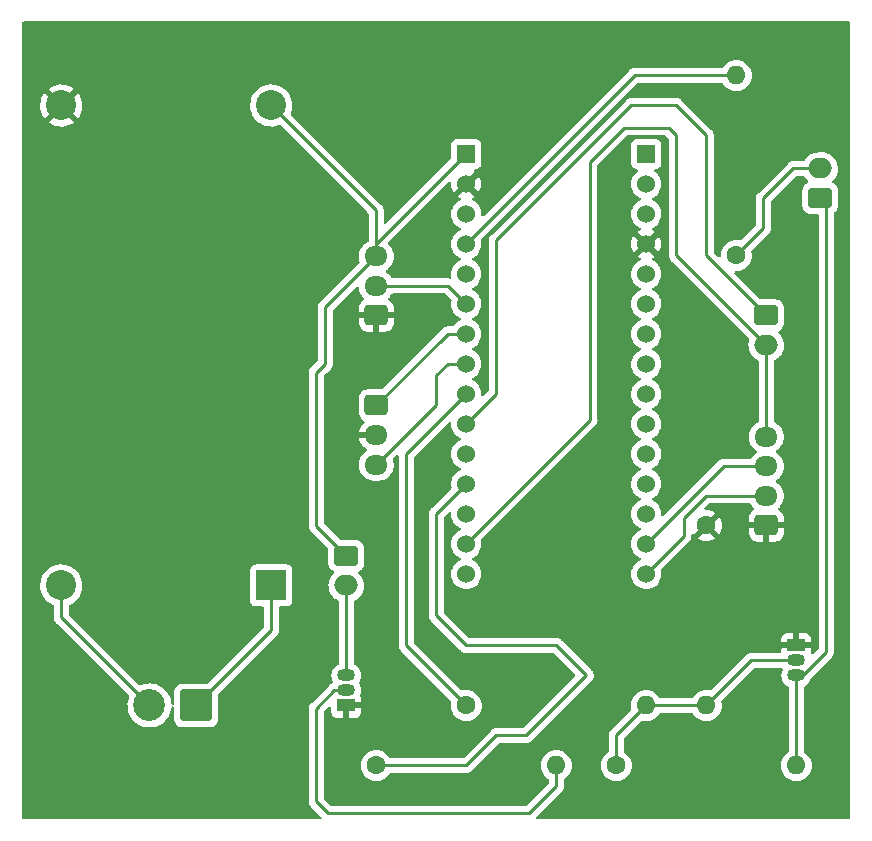
<source format=gbr>
%TF.GenerationSoftware,KiCad,Pcbnew,(6.0.2)*%
%TF.CreationDate,2022-04-27T16:44:08+02:00*%
%TF.ProjectId,Varte vitrine,56617274-6520-4766-9974-72696e652e6b,rev?*%
%TF.SameCoordinates,Original*%
%TF.FileFunction,Copper,L1,Top*%
%TF.FilePolarity,Positive*%
%FSLAX46Y46*%
G04 Gerber Fmt 4.6, Leading zero omitted, Abs format (unit mm)*
G04 Created by KiCad (PCBNEW (6.0.2)) date 2022-04-27 16:44:08*
%MOMM*%
%LPD*%
G01*
G04 APERTURE LIST*
G04 Aperture macros list*
%AMRoundRect*
0 Rectangle with rounded corners*
0 $1 Rounding radius*
0 $2 $3 $4 $5 $6 $7 $8 $9 X,Y pos of 4 corners*
0 Add a 4 corners polygon primitive as box body*
4,1,4,$2,$3,$4,$5,$6,$7,$8,$9,$2,$3,0*
0 Add four circle primitives for the rounded corners*
1,1,$1+$1,$2,$3*
1,1,$1+$1,$4,$5*
1,1,$1+$1,$6,$7*
1,1,$1+$1,$8,$9*
0 Add four rect primitives between the rounded corners*
20,1,$1+$1,$2,$3,$4,$5,0*
20,1,$1+$1,$4,$5,$6,$7,0*
20,1,$1+$1,$6,$7,$8,$9,0*
20,1,$1+$1,$8,$9,$2,$3,0*%
G04 Aperture macros list end*
%TA.AperFunction,ComponentPad*%
%ADD10RoundRect,0.250000X-0.725000X0.600000X-0.725000X-0.600000X0.725000X-0.600000X0.725000X0.600000X0*%
%TD*%
%TA.AperFunction,ComponentPad*%
%ADD11O,1.950000X1.700000*%
%TD*%
%TA.AperFunction,ComponentPad*%
%ADD12RoundRect,0.250000X-0.750000X0.600000X-0.750000X-0.600000X0.750000X-0.600000X0.750000X0.600000X0*%
%TD*%
%TA.AperFunction,ComponentPad*%
%ADD13O,2.000000X1.700000*%
%TD*%
%TA.AperFunction,ComponentPad*%
%ADD14RoundRect,0.250000X0.725000X-0.600000X0.725000X0.600000X-0.725000X0.600000X-0.725000X-0.600000X0*%
%TD*%
%TA.AperFunction,ComponentPad*%
%ADD15C,1.600000*%
%TD*%
%TA.AperFunction,ComponentPad*%
%ADD16O,1.600000X1.600000*%
%TD*%
%TA.AperFunction,ComponentPad*%
%ADD17R,1.530000X1.530000*%
%TD*%
%TA.AperFunction,ComponentPad*%
%ADD18C,1.530000*%
%TD*%
%TA.AperFunction,ComponentPad*%
%ADD19R,2.540000X2.540000*%
%TD*%
%TA.AperFunction,ComponentPad*%
%ADD20C,2.540000*%
%TD*%
%TA.AperFunction,ComponentPad*%
%ADD21RoundRect,0.250000X0.750000X-0.600000X0.750000X0.600000X-0.750000X0.600000X-0.750000X-0.600000X0*%
%TD*%
%TA.AperFunction,ComponentPad*%
%ADD22R,1.500000X1.050000*%
%TD*%
%TA.AperFunction,ComponentPad*%
%ADD23O,1.500000X1.050000*%
%TD*%
%TA.AperFunction,ComponentPad*%
%ADD24RoundRect,0.250001X1.099999X1.099999X-1.099999X1.099999X-1.099999X-1.099999X1.099999X-1.099999X0*%
%TD*%
%TA.AperFunction,ComponentPad*%
%ADD25C,2.700000*%
%TD*%
%TA.AperFunction,Conductor*%
%ADD26C,0.250000*%
%TD*%
G04 APERTURE END LIST*
D10*
%TO.P,J7,1,Pin_1*%
%TO.N,A5*%
X175260000Y-66040000D03*
D11*
%TO.P,J7,2,Pin_2*%
%TO.N,GND*%
X175260000Y-68540000D03*
%TO.P,J7,3,Pin_3*%
%TO.N,A4*%
X175260000Y-71040000D03*
%TD*%
D12*
%TO.P,J6,1,Pin_1*%
%TO.N,A2*%
X208280000Y-58420000D03*
D13*
%TO.P,J6,2,Pin_2*%
%TO.N,+3V3*%
X208280000Y-60920000D03*
%TD*%
D14*
%TO.P,J5,1,Pin_1*%
%TO.N,GND*%
X208280000Y-76200000D03*
D11*
%TO.P,J5,2,Pin_2*%
%TO.N,DT*%
X208280000Y-73700000D03*
%TO.P,J5,3,Pin_3*%
%TO.N,CLK*%
X208280000Y-71200000D03*
%TO.P,J5,4,Pin_4*%
%TO.N,+3V3*%
X208280000Y-68700000D03*
%TD*%
D15*
%TO.P,R1,1*%
%TO.N,A3*%
X182880000Y-91440000D03*
D16*
%TO.P,R1,2*%
%TO.N,Net-(Q2-Pad2)*%
X198120000Y-91440000D03*
%TD*%
D15*
%TO.P,R5,1*%
%TO.N,Net-(J3-Pad2)*%
X205740000Y-53340000D03*
D16*
%TO.P,R5,2*%
%TO.N,+5V*%
X205740000Y-38100000D03*
%TD*%
D17*
%TO.P,U1,CN3_1,PA9*%
%TO.N,unconnected-(U1-PadCN3_1)*%
X198120000Y-44745000D03*
D18*
%TO.P,U1,CN3_2,PA10*%
%TO.N,unconnected-(U1-PadCN3_2)*%
X198120000Y-47285000D03*
%TO.P,U1,CN3_3,NRST_CN3*%
%TO.N,unconnected-(U1-PadCN3_3)*%
X198120000Y-49825000D03*
%TO.P,U1,CN3_4,GND_CN3*%
%TO.N,GND*%
X198120000Y-52365000D03*
%TO.P,U1,CN3_5,PA12*%
%TO.N,unconnected-(U1-PadCN3_5)*%
X198120000Y-54905000D03*
%TO.P,U1,CN3_6,PB0*%
%TO.N,unconnected-(U1-PadCN3_6)*%
X198120000Y-57445000D03*
%TO.P,U1,CN3_7,PB7*%
%TO.N,unconnected-(U1-PadCN3_7)*%
X198120000Y-59985000D03*
%TO.P,U1,CN3_8,PB6*%
%TO.N,unconnected-(U1-PadCN3_8)*%
X198120000Y-62525000D03*
%TO.P,U1,CN3_9,PB1*%
%TO.N,unconnected-(U1-PadCN3_9)*%
X198120000Y-65065000D03*
%TO.P,U1,CN3_10,PC14*%
%TO.N,unconnected-(U1-PadCN3_10)*%
X198120000Y-67605000D03*
%TO.P,U1,CN3_11,PC15*%
%TO.N,unconnected-(U1-PadCN3_11)*%
X198120000Y-70145000D03*
%TO.P,U1,CN3_12,PA8*%
%TO.N,unconnected-(U1-PadCN3_12)*%
X198120000Y-72685000D03*
%TO.P,U1,CN3_13,PA11*%
%TO.N,unconnected-(U1-PadCN3_13)*%
X198120000Y-75225000D03*
%TO.P,U1,CN3_14,PB5*%
%TO.N,CLK*%
X198120000Y-77765000D03*
%TO.P,U1,CN3_15,PB4*%
%TO.N,DT*%
X198120000Y-80305000D03*
D17*
%TO.P,U1,CN4_1,VIN*%
%TO.N,+8V*%
X182880000Y-44745000D03*
D18*
%TO.P,U1,CN4_2,GND_CN4*%
%TO.N,GND*%
X182880000Y-47285000D03*
%TO.P,U1,CN4_3,NRST_CN4*%
%TO.N,unconnected-(U1-PadCN4_3)*%
X182880000Y-49825000D03*
%TO.P,U1,CN4_4,+5V*%
%TO.N,+5V*%
X182880000Y-52365000D03*
%TO.P,U1,CN4_5,PA2*%
%TO.N,unconnected-(U1-PadCN4_5)*%
X182880000Y-54905000D03*
%TO.P,U1,CN4_6,PA7*%
%TO.N,A6*%
X182880000Y-57445000D03*
%TO.P,U1,CN4_7,PA6*%
%TO.N,A5*%
X182880000Y-59985000D03*
%TO.P,U1,CN4_8,PA5*%
%TO.N,A4*%
X182880000Y-62525000D03*
%TO.P,U1,CN4_9,PA4*%
%TO.N,A3*%
X182880000Y-65065000D03*
%TO.P,U1,CN4_10,PA3*%
%TO.N,A2*%
X182880000Y-67605000D03*
%TO.P,U1,CN4_11,PA1*%
%TO.N,unconnected-(U1-PadCN4_11)*%
X182880000Y-70145000D03*
%TO.P,U1,CN4_12,PA0*%
%TO.N,A0*%
X182880000Y-72685000D03*
%TO.P,U1,CN4_13,AREF*%
%TO.N,unconnected-(U1-PadCN4_13)*%
X182880000Y-75225000D03*
%TO.P,U1,CN4_14,+3V3*%
%TO.N,+3V3*%
X182880000Y-77765000D03*
%TO.P,U1,CN4_15,PB3*%
%TO.N,unconnected-(U1-PadCN4_15)*%
X182880000Y-80305000D03*
%TD*%
D19*
%TO.P,U2,1,Vin*%
%TO.N,Net-(J1-Pad1)*%
X166370000Y-81280000D03*
D20*
%TO.P,U2,2,GND*%
%TO.N,Net-(J1-Pad2)*%
X148590000Y-81280000D03*
%TO.P,U2,3,GND*%
%TO.N,GND*%
X148590000Y-40640000D03*
%TO.P,U2,4,Vout*%
%TO.N,+8V*%
X166370000Y-40640000D03*
%TD*%
D14*
%TO.P,J4,1,Pin_1*%
%TO.N,GND*%
X175260000Y-58420000D03*
D11*
%TO.P,J4,2,Pin_2*%
%TO.N,A6*%
X175260000Y-55920000D03*
%TO.P,J4,3,Pin_3*%
%TO.N,+8V*%
X175260000Y-53420000D03*
%TD*%
D15*
%TO.P,R4,1*%
%TO.N,A0*%
X175260000Y-96520000D03*
D16*
%TO.P,R4,2*%
%TO.N,Net-(Q1-Pad2)*%
X190500000Y-96520000D03*
%TD*%
D21*
%TO.P,J3,1,Pin_1*%
%TO.N,Net-(J3-Pad1)*%
X212852000Y-48474000D03*
D13*
%TO.P,J3,2,Pin_2*%
%TO.N,Net-(J3-Pad2)*%
X212852000Y-45974000D03*
%TD*%
D22*
%TO.P,Q2,1,E*%
%TO.N,GND*%
X210820000Y-86360000D03*
D23*
%TO.P,Q2,2,B*%
%TO.N,Net-(Q2-Pad2)*%
X210820000Y-87630000D03*
%TO.P,Q2,3,C*%
%TO.N,Net-(J3-Pad1)*%
X210820000Y-88900000D03*
%TD*%
D22*
%TO.P,Q1,1,E*%
%TO.N,GND*%
X172720000Y-91440000D03*
D23*
%TO.P,Q1,2,B*%
%TO.N,Net-(Q1-Pad2)*%
X172720000Y-90170000D03*
%TO.P,Q1,3,C*%
%TO.N,Net-(J2-Pad2)*%
X172720000Y-88900000D03*
%TD*%
D12*
%TO.P,J2,1,Pin_1*%
%TO.N,+8V*%
X172720000Y-78780000D03*
D13*
%TO.P,J2,2,Pin_2*%
%TO.N,Net-(J2-Pad2)*%
X172720000Y-81280000D03*
%TD*%
D15*
%TO.P,R2,1*%
%TO.N,GND*%
X203200000Y-76200000D03*
D16*
%TO.P,R2,2*%
%TO.N,Net-(Q2-Pad2)*%
X203200000Y-91440000D03*
%TD*%
D24*
%TO.P,J1,1,Pin_1*%
%TO.N,Net-(J1-Pad1)*%
X160020000Y-91440000D03*
D25*
%TO.P,J1,2,Pin_2*%
%TO.N,Net-(J1-Pad2)*%
X156060000Y-91440000D03*
%TD*%
D15*
%TO.P,R3,1*%
%TO.N,Net-(Q2-Pad2)*%
X195580000Y-96520000D03*
D16*
%TO.P,R3,2*%
%TO.N,Net-(J3-Pad1)*%
X210820000Y-96520000D03*
%TD*%
D26*
%TO.N,CLK*%
X204685000Y-71200000D02*
X198120000Y-77765000D01*
X208280000Y-71200000D02*
X204685000Y-71200000D01*
%TO.N,DT*%
X201295000Y-75565000D02*
X201295000Y-77130000D01*
X201295000Y-77130000D02*
X198120000Y-80305000D01*
X203160000Y-73700000D02*
X201295000Y-75565000D01*
X208280000Y-73700000D02*
X203160000Y-73700000D01*
%TO.N,A2*%
X185420000Y-52070000D02*
X185420000Y-65065000D01*
X196850000Y-40640000D02*
X185420000Y-52070000D01*
X200660000Y-40640000D02*
X196850000Y-40640000D01*
X203200000Y-43180000D02*
X200660000Y-40640000D01*
X208280000Y-58420000D02*
X203200000Y-53340000D01*
X203200000Y-53340000D02*
X203200000Y-43180000D01*
%TO.N,+3V3*%
X193357859Y-45402141D02*
X193357859Y-67287141D01*
X196215000Y-42545000D02*
X193357859Y-45402141D01*
X193357859Y-67287141D02*
X182880000Y-77765000D01*
X200025000Y-42545000D02*
X196215000Y-42545000D01*
X200660000Y-53300000D02*
X200660000Y-43180000D01*
X208280000Y-60920000D02*
X200660000Y-53300000D01*
X200660000Y-43180000D02*
X200025000Y-42545000D01*
%TO.N,A0*%
X180340000Y-75225000D02*
X182880000Y-72685000D01*
X180340000Y-83820000D02*
X180340000Y-75225000D01*
X182880000Y-86360000D02*
X180340000Y-83820000D01*
X193040000Y-88900000D02*
X190500000Y-86360000D01*
X190500000Y-86360000D02*
X182880000Y-86360000D01*
X187960000Y-93980000D02*
X193040000Y-88900000D01*
X185420000Y-93980000D02*
X187960000Y-93980000D01*
X175260000Y-96520000D02*
X182880000Y-96520000D01*
X182880000Y-96520000D02*
X185420000Y-93980000D01*
%TO.N,A3*%
X177800000Y-70145000D02*
X182880000Y-65065000D01*
X177800000Y-86360000D02*
X177800000Y-70145000D01*
X182880000Y-91440000D02*
X177800000Y-86360000D01*
%TO.N,A2*%
X185420000Y-65065000D02*
X182880000Y-67605000D01*
%TO.N,+3V3*%
X208280000Y-60920000D02*
X208280000Y-68700000D01*
%TO.N,A2*%
X185420000Y-55265978D02*
X185420000Y-65065000D01*
%TO.N,Net-(Q1-Pad2)*%
X170180000Y-99568000D02*
X171196000Y-100584000D01*
X170180000Y-91710000D02*
X170180000Y-99568000D01*
X172720000Y-90170000D02*
X171720000Y-90170000D01*
X171196000Y-100584000D02*
X188214000Y-100584000D01*
X171720000Y-90170000D02*
X170180000Y-91710000D01*
%TO.N,Net-(J2-Pad2)*%
X172720000Y-81280000D02*
X172720000Y-88900000D01*
%TO.N,+8V*%
X170180000Y-63266000D02*
X170180000Y-76240000D01*
X170942000Y-62504000D02*
X170180000Y-63266000D01*
X170180000Y-76240000D02*
X172720000Y-78780000D01*
X170942000Y-57738000D02*
X170942000Y-62504000D01*
X175260000Y-53420000D02*
X170942000Y-57738000D01*
%TO.N,A4*%
X181315000Y-62525000D02*
X182880000Y-62525000D01*
X180340000Y-63500000D02*
X181315000Y-62525000D01*
X180340000Y-65960000D02*
X180340000Y-63500000D01*
X175260000Y-71040000D02*
X180340000Y-65960000D01*
%TO.N,A5*%
X175260000Y-66040000D02*
X181315000Y-59985000D01*
X181315000Y-59985000D02*
X182880000Y-59985000D01*
%TO.N,A6*%
X181355000Y-55920000D02*
X182880000Y-57445000D01*
X175260000Y-55920000D02*
X181355000Y-55920000D01*
%TO.N,Net-(J1-Pad1)*%
X166370000Y-81280000D02*
X166370000Y-85090000D01*
X166370000Y-85090000D02*
X160020000Y-91440000D01*
%TO.N,Net-(J1-Pad2)*%
X148590000Y-83970000D02*
X156060000Y-91440000D01*
X148590000Y-81280000D02*
X148590000Y-83970000D01*
%TO.N,+8V*%
X175260000Y-49530000D02*
X175260000Y-53420000D01*
X166370000Y-40640000D02*
X175260000Y-49530000D01*
X175260000Y-53420000D02*
X175260000Y-52365000D01*
X175260000Y-52365000D02*
X182880000Y-44745000D01*
%TO.N,Net-(J3-Pad1)*%
X213360000Y-48982000D02*
X212852000Y-48474000D01*
X210820000Y-96520000D02*
X210820000Y-88900000D01*
X210820000Y-88900000D02*
X211370000Y-88900000D01*
X213360000Y-86910000D02*
X213360000Y-48982000D01*
X211370000Y-88900000D02*
X213360000Y-86910000D01*
%TO.N,Net-(J3-Pad2)*%
X210566000Y-45974000D02*
X212852000Y-45974000D01*
X208026000Y-48514000D02*
X210566000Y-45974000D01*
X205740000Y-53340000D02*
X208026000Y-51054000D01*
X208026000Y-51054000D02*
X208026000Y-48514000D01*
%TO.N,Net-(Q1-Pad2)*%
X190500000Y-98298000D02*
X190500000Y-96520000D01*
X188214000Y-100584000D02*
X190500000Y-98298000D01*
%TO.N,Net-(Q2-Pad2)*%
X195580000Y-96520000D02*
X195580000Y-93980000D01*
X198120000Y-91440000D02*
X203200000Y-91440000D01*
X207010000Y-87630000D02*
X210820000Y-87630000D01*
X203200000Y-91440000D02*
X207010000Y-87630000D01*
X195580000Y-93980000D02*
X198120000Y-91440000D01*
%TO.N,+5V*%
X182880000Y-52365000D02*
X197145000Y-38100000D01*
X197145000Y-38100000D02*
X205740000Y-38100000D01*
%TD*%
%TA.AperFunction,Conductor*%
%TO.N,GND*%
G36*
X215334121Y-33548002D02*
G01*
X215380614Y-33601658D01*
X215392000Y-33654000D01*
X215392000Y-100966000D01*
X215371998Y-101034121D01*
X215318342Y-101080614D01*
X215266000Y-101092000D01*
X188906094Y-101092000D01*
X188837973Y-101071998D01*
X188791480Y-101018342D01*
X188781376Y-100948068D01*
X188810870Y-100883488D01*
X188816999Y-100876905D01*
X190892247Y-98801657D01*
X190900537Y-98794113D01*
X190907018Y-98790000D01*
X190953659Y-98740332D01*
X190956413Y-98737491D01*
X190976134Y-98717770D01*
X190978612Y-98714575D01*
X190986318Y-98705553D01*
X191011158Y-98679101D01*
X191016586Y-98673321D01*
X191026346Y-98655568D01*
X191037199Y-98639045D01*
X191044753Y-98629306D01*
X191049613Y-98623041D01*
X191067176Y-98582457D01*
X191072383Y-98571827D01*
X191093695Y-98533060D01*
X191095666Y-98525383D01*
X191095668Y-98525378D01*
X191098732Y-98513442D01*
X191105138Y-98494730D01*
X191110033Y-98483419D01*
X191113181Y-98476145D01*
X191114421Y-98468317D01*
X191114423Y-98468310D01*
X191120099Y-98432476D01*
X191122505Y-98420856D01*
X191131528Y-98385711D01*
X191131528Y-98385710D01*
X191133500Y-98378030D01*
X191133500Y-98357776D01*
X191135051Y-98338065D01*
X191136980Y-98325886D01*
X191138220Y-98318057D01*
X191134059Y-98274038D01*
X191133500Y-98262181D01*
X191133500Y-97739394D01*
X191153502Y-97671273D01*
X191187229Y-97636181D01*
X191339789Y-97529357D01*
X191339792Y-97529355D01*
X191344300Y-97526198D01*
X191506198Y-97364300D01*
X191637523Y-97176749D01*
X191639846Y-97171767D01*
X191639849Y-97171762D01*
X191731961Y-96974225D01*
X191731961Y-96974224D01*
X191734284Y-96969243D01*
X191739067Y-96951395D01*
X191792119Y-96753402D01*
X191792119Y-96753400D01*
X191793543Y-96748087D01*
X191813498Y-96520000D01*
X191793543Y-96291913D01*
X191734284Y-96070757D01*
X191731961Y-96065775D01*
X191639849Y-95868238D01*
X191639846Y-95868233D01*
X191637523Y-95863251D01*
X191506198Y-95675700D01*
X191344300Y-95513802D01*
X191339792Y-95510645D01*
X191339789Y-95510643D01*
X191187228Y-95403819D01*
X191156749Y-95382477D01*
X191151767Y-95380154D01*
X191151762Y-95380151D01*
X190954225Y-95288039D01*
X190954224Y-95288039D01*
X190949243Y-95285716D01*
X190943935Y-95284294D01*
X190943933Y-95284293D01*
X190733402Y-95227881D01*
X190733400Y-95227881D01*
X190728087Y-95226457D01*
X190500000Y-95206502D01*
X190271913Y-95226457D01*
X190266600Y-95227881D01*
X190266598Y-95227881D01*
X190056067Y-95284293D01*
X190056065Y-95284294D01*
X190050757Y-95285716D01*
X190045776Y-95288039D01*
X190045775Y-95288039D01*
X189848238Y-95380151D01*
X189848233Y-95380154D01*
X189843251Y-95382477D01*
X189812772Y-95403819D01*
X189660211Y-95510643D01*
X189660208Y-95510645D01*
X189655700Y-95513802D01*
X189493802Y-95675700D01*
X189362477Y-95863251D01*
X189360154Y-95868233D01*
X189360151Y-95868238D01*
X189268039Y-96065775D01*
X189265716Y-96070757D01*
X189206457Y-96291913D01*
X189186502Y-96520000D01*
X189206457Y-96748087D01*
X189207881Y-96753400D01*
X189207881Y-96753402D01*
X189260934Y-96951395D01*
X189265716Y-96969243D01*
X189268039Y-96974224D01*
X189268039Y-96974225D01*
X189360151Y-97171762D01*
X189360154Y-97171767D01*
X189362477Y-97176749D01*
X189493802Y-97364300D01*
X189655700Y-97526198D01*
X189660208Y-97529355D01*
X189660211Y-97529357D01*
X189812771Y-97636181D01*
X189857099Y-97691638D01*
X189866500Y-97739394D01*
X189866500Y-97983405D01*
X189846498Y-98051526D01*
X189829595Y-98072500D01*
X187988500Y-99913595D01*
X187926188Y-99947621D01*
X187899405Y-99950500D01*
X171510595Y-99950500D01*
X171442474Y-99930498D01*
X171421499Y-99913595D01*
X170850404Y-99342499D01*
X170816379Y-99280187D01*
X170813500Y-99253404D01*
X170813500Y-92024594D01*
X170833502Y-91956473D01*
X170850405Y-91935499D01*
X171246905Y-91538999D01*
X171309217Y-91504973D01*
X171380032Y-91510038D01*
X171436868Y-91552585D01*
X171461679Y-91619105D01*
X171462000Y-91628094D01*
X171462001Y-92009668D01*
X171462371Y-92016490D01*
X171467895Y-92067352D01*
X171471521Y-92082604D01*
X171516676Y-92203054D01*
X171525214Y-92218649D01*
X171601715Y-92320724D01*
X171614276Y-92333285D01*
X171716351Y-92409786D01*
X171731946Y-92418324D01*
X171852394Y-92463478D01*
X171867649Y-92467105D01*
X171918514Y-92472631D01*
X171925328Y-92473000D01*
X172447885Y-92473000D01*
X172463124Y-92468525D01*
X172464329Y-92467135D01*
X172466000Y-92459452D01*
X172466000Y-92454884D01*
X172974000Y-92454884D01*
X172978475Y-92470123D01*
X172979865Y-92471328D01*
X172987548Y-92472999D01*
X173514669Y-92472999D01*
X173521490Y-92472629D01*
X173572352Y-92467105D01*
X173587604Y-92463479D01*
X173708054Y-92418324D01*
X173723649Y-92409786D01*
X173825724Y-92333285D01*
X173838285Y-92320724D01*
X173914786Y-92218649D01*
X173923324Y-92203054D01*
X173968478Y-92082606D01*
X173972105Y-92067351D01*
X173977631Y-92016486D01*
X173978000Y-92009672D01*
X173978000Y-91712115D01*
X173973525Y-91696876D01*
X173972135Y-91695671D01*
X173964452Y-91694000D01*
X172992115Y-91694000D01*
X172976876Y-91698475D01*
X172975671Y-91699865D01*
X172974000Y-91707548D01*
X172974000Y-92454884D01*
X172466000Y-92454884D01*
X172466000Y-91329500D01*
X172486002Y-91261379D01*
X172539658Y-91214886D01*
X172592000Y-91203500D01*
X172996004Y-91203500D01*
X173146713Y-91188723D01*
X173149002Y-91188032D01*
X173169724Y-91186000D01*
X173959884Y-91186000D01*
X173975123Y-91181525D01*
X173976328Y-91180135D01*
X173977999Y-91172452D01*
X173977999Y-90870331D01*
X173977629Y-90863510D01*
X173972105Y-90812648D01*
X173968479Y-90797396D01*
X173923323Y-90676944D01*
X173914886Y-90661534D01*
X173899716Y-90592177D01*
X173905040Y-90563764D01*
X173915618Y-90529594D01*
X173962290Y-90378820D01*
X173970559Y-90300151D01*
X173982832Y-90183378D01*
X173982832Y-90183377D01*
X173983476Y-90177250D01*
X173971489Y-90045539D01*
X173965665Y-89981543D01*
X173965664Y-89981540D01*
X173965106Y-89975404D01*
X173951469Y-89929067D01*
X173921749Y-89828091D01*
X173907881Y-89780971D01*
X173899527Y-89764990D01*
X173845382Y-89661420D01*
X173813981Y-89601355D01*
X173814016Y-89601337D01*
X173794111Y-89535559D01*
X173809271Y-89474591D01*
X173850296Y-89398717D01*
X173902356Y-89302435D01*
X173955404Y-89131066D01*
X173960468Y-89114707D01*
X173960469Y-89114704D01*
X173962290Y-89108820D01*
X173972163Y-89014891D01*
X173982832Y-88913378D01*
X173982832Y-88913377D01*
X173983476Y-88907250D01*
X173973725Y-88800110D01*
X173965665Y-88711543D01*
X173965664Y-88711540D01*
X173965106Y-88705404D01*
X173942639Y-88629066D01*
X173909620Y-88516880D01*
X173907881Y-88510971D01*
X173903951Y-88503452D01*
X173853753Y-88407432D01*
X173813981Y-88331355D01*
X173808630Y-88324699D01*
X173690840Y-88178199D01*
X173686981Y-88173399D01*
X173531719Y-88043119D01*
X173526327Y-88040155D01*
X173526323Y-88040152D01*
X173461515Y-88004524D01*
X173418798Y-87981040D01*
X173368741Y-87930696D01*
X173353500Y-87870626D01*
X173353500Y-82633639D01*
X173373502Y-82565518D01*
X173427750Y-82518757D01*
X173528202Y-82473507D01*
X173533075Y-82471312D01*
X173724319Y-82342559D01*
X173891135Y-82183424D01*
X173933306Y-82126745D01*
X174020512Y-82009536D01*
X174028754Y-81998458D01*
X174133240Y-81792949D01*
X174145947Y-81752028D01*
X174200024Y-81577871D01*
X174201607Y-81572773D01*
X174212222Y-81492680D01*
X174231198Y-81349511D01*
X174231198Y-81349506D01*
X174231898Y-81344226D01*
X174229606Y-81283160D01*
X174223449Y-81119173D01*
X174223249Y-81113842D01*
X174202801Y-81016384D01*
X174177002Y-80893428D01*
X174175907Y-80888209D01*
X174126181Y-80762296D01*
X174093185Y-80678744D01*
X174093184Y-80678742D01*
X174091224Y-80673779D01*
X173971623Y-80476683D01*
X173884755Y-80376576D01*
X173824023Y-80306588D01*
X173824021Y-80306586D01*
X173820523Y-80302555D01*
X173784880Y-80273330D01*
X173744886Y-80214671D01*
X173742954Y-80143701D01*
X173779698Y-80082952D01*
X173798468Y-80068752D01*
X173938120Y-79982332D01*
X173944348Y-79978478D01*
X174069305Y-79853303D01*
X174138389Y-79741229D01*
X174158275Y-79708968D01*
X174158276Y-79708966D01*
X174162115Y-79702738D01*
X174193489Y-79608148D01*
X174215632Y-79541389D01*
X174215632Y-79541387D01*
X174217797Y-79534861D01*
X174220611Y-79507402D01*
X174228172Y-79433598D01*
X174228500Y-79430400D01*
X174228500Y-78129600D01*
X174217526Y-78023834D01*
X174205233Y-77986986D01*
X174163868Y-77863002D01*
X174161550Y-77856054D01*
X174068478Y-77705652D01*
X173943303Y-77580695D01*
X173937072Y-77576854D01*
X173798968Y-77491725D01*
X173798966Y-77491724D01*
X173792738Y-77487885D01*
X173693716Y-77455041D01*
X173631389Y-77434368D01*
X173631387Y-77434368D01*
X173624861Y-77432203D01*
X173618025Y-77431503D01*
X173618022Y-77431502D01*
X173574969Y-77427091D01*
X173520400Y-77421500D01*
X172309595Y-77421500D01*
X172241474Y-77401498D01*
X172220500Y-77384595D01*
X170850405Y-76014500D01*
X170816379Y-75952188D01*
X170813500Y-75925405D01*
X170813500Y-63580595D01*
X170833502Y-63512474D01*
X170850405Y-63491499D01*
X171083906Y-63257999D01*
X171334258Y-63007647D01*
X171342537Y-63000113D01*
X171349018Y-62996000D01*
X171395644Y-62946348D01*
X171398398Y-62943507D01*
X171418135Y-62923770D01*
X171420615Y-62920573D01*
X171428320Y-62911551D01*
X171431247Y-62908434D01*
X171458586Y-62879321D01*
X171462405Y-62872375D01*
X171462407Y-62872372D01*
X171468348Y-62861566D01*
X171479199Y-62845047D01*
X171486758Y-62835301D01*
X171491614Y-62829041D01*
X171494759Y-62821772D01*
X171494762Y-62821768D01*
X171509174Y-62788463D01*
X171514391Y-62777813D01*
X171535695Y-62739060D01*
X171540733Y-62719437D01*
X171547137Y-62700734D01*
X171552033Y-62689420D01*
X171552033Y-62689419D01*
X171555181Y-62682145D01*
X171556420Y-62674322D01*
X171556423Y-62674312D01*
X171562099Y-62638476D01*
X171564505Y-62626856D01*
X171573528Y-62591711D01*
X171573528Y-62591710D01*
X171575500Y-62584030D01*
X171575500Y-62563776D01*
X171577051Y-62544065D01*
X171578980Y-62531886D01*
X171580220Y-62524057D01*
X171576059Y-62480038D01*
X171575500Y-62468181D01*
X171575500Y-59067095D01*
X173777001Y-59067095D01*
X173777338Y-59073614D01*
X173787257Y-59169206D01*
X173790149Y-59182600D01*
X173841588Y-59336784D01*
X173847761Y-59349962D01*
X173933063Y-59487807D01*
X173942099Y-59499208D01*
X174056829Y-59613739D01*
X174068240Y-59622751D01*
X174206243Y-59707816D01*
X174219424Y-59713963D01*
X174373710Y-59765138D01*
X174387086Y-59768005D01*
X174481438Y-59777672D01*
X174487854Y-59778000D01*
X174987885Y-59778000D01*
X175003124Y-59773525D01*
X175004329Y-59772135D01*
X175006000Y-59764452D01*
X175006000Y-59759884D01*
X175514000Y-59759884D01*
X175518475Y-59775123D01*
X175519865Y-59776328D01*
X175527548Y-59777999D01*
X176032095Y-59777999D01*
X176038614Y-59777662D01*
X176134206Y-59767743D01*
X176147600Y-59764851D01*
X176301784Y-59713412D01*
X176314962Y-59707239D01*
X176452807Y-59621937D01*
X176464208Y-59612901D01*
X176578739Y-59498171D01*
X176587751Y-59486760D01*
X176672816Y-59348757D01*
X176678963Y-59335576D01*
X176730138Y-59181290D01*
X176733005Y-59167914D01*
X176742672Y-59073562D01*
X176743000Y-59067146D01*
X176743000Y-58692115D01*
X176738525Y-58676876D01*
X176737135Y-58675671D01*
X176729452Y-58674000D01*
X175532115Y-58674000D01*
X175516876Y-58678475D01*
X175515671Y-58679865D01*
X175514000Y-58687548D01*
X175514000Y-59759884D01*
X175006000Y-59759884D01*
X175006000Y-58692115D01*
X175001525Y-58676876D01*
X175000135Y-58675671D01*
X174992452Y-58674000D01*
X173795116Y-58674000D01*
X173779877Y-58678475D01*
X173778672Y-58679865D01*
X173777001Y-58687548D01*
X173777001Y-59067095D01*
X171575500Y-59067095D01*
X171575500Y-58052594D01*
X171595502Y-57984473D01*
X171612405Y-57963499D01*
X173567551Y-56008353D01*
X173629863Y-55974327D01*
X173700678Y-55979392D01*
X173757514Y-56021939D01*
X173781587Y-56081798D01*
X173781751Y-56086158D01*
X173782848Y-56091385D01*
X173782848Y-56091387D01*
X173798072Y-56163944D01*
X173829093Y-56311791D01*
X173831051Y-56316750D01*
X173831052Y-56316752D01*
X173838487Y-56335577D01*
X173913776Y-56526221D01*
X174033377Y-56723317D01*
X174036874Y-56727347D01*
X174123438Y-56827103D01*
X174184477Y-56897445D01*
X174188608Y-56900832D01*
X174220529Y-56927006D01*
X174260524Y-56985666D01*
X174262455Y-57056636D01*
X174225710Y-57117384D01*
X174206941Y-57131584D01*
X174067193Y-57218063D01*
X174055792Y-57227099D01*
X173941261Y-57341829D01*
X173932249Y-57353240D01*
X173847184Y-57491243D01*
X173841037Y-57504424D01*
X173789862Y-57658710D01*
X173786995Y-57672086D01*
X173777328Y-57766438D01*
X173777000Y-57772855D01*
X173777000Y-58147885D01*
X173781475Y-58163124D01*
X173782865Y-58164329D01*
X173790548Y-58166000D01*
X176724884Y-58166000D01*
X176740123Y-58161525D01*
X176741328Y-58160135D01*
X176742999Y-58152452D01*
X176742999Y-57772905D01*
X176742662Y-57766386D01*
X176732743Y-57670794D01*
X176729851Y-57657400D01*
X176678412Y-57503216D01*
X176672239Y-57490038D01*
X176586937Y-57352193D01*
X176577901Y-57340792D01*
X176463171Y-57226261D01*
X176451757Y-57217247D01*
X176312287Y-57131277D01*
X176264793Y-57078505D01*
X176253369Y-57008434D01*
X176281643Y-56943310D01*
X176291430Y-56932847D01*
X176324991Y-56900832D01*
X176406135Y-56823424D01*
X176543754Y-56638458D01*
X176546170Y-56633706D01*
X176546175Y-56633698D01*
X176551922Y-56622394D01*
X176600625Y-56570737D01*
X176664238Y-56553500D01*
X181040406Y-56553500D01*
X181108527Y-56573502D01*
X181129501Y-56590405D01*
X181599424Y-57060328D01*
X181633450Y-57122640D01*
X181632036Y-57182033D01*
X181622480Y-57217697D01*
X181622479Y-57217704D01*
X181621056Y-57223014D01*
X181601635Y-57445000D01*
X181621056Y-57666986D01*
X181678730Y-57882227D01*
X181681052Y-57887208D01*
X181681053Y-57887209D01*
X181770577Y-58079195D01*
X181770580Y-58079200D01*
X181772903Y-58084182D01*
X181900716Y-58266717D01*
X182058283Y-58424284D01*
X182240817Y-58552097D01*
X182245802Y-58554421D01*
X182245808Y-58554425D01*
X182345272Y-58600805D01*
X182398558Y-58647722D01*
X182418019Y-58715999D01*
X182397478Y-58783959D01*
X182345273Y-58829195D01*
X182245805Y-58875577D01*
X182245800Y-58875580D01*
X182240818Y-58877903D01*
X182058283Y-59005716D01*
X181900716Y-59163283D01*
X181897559Y-59167791D01*
X181897557Y-59167794D01*
X181806546Y-59297771D01*
X181751089Y-59342099D01*
X181703333Y-59351500D01*
X181393767Y-59351500D01*
X181382584Y-59350973D01*
X181375091Y-59349298D01*
X181367165Y-59349547D01*
X181367164Y-59349547D01*
X181307014Y-59351438D01*
X181303055Y-59351500D01*
X181275144Y-59351500D01*
X181271210Y-59351997D01*
X181271209Y-59351997D01*
X181271144Y-59352005D01*
X181259307Y-59352938D01*
X181227490Y-59353938D01*
X181223029Y-59354078D01*
X181215110Y-59354327D01*
X181197454Y-59359456D01*
X181195658Y-59359978D01*
X181176306Y-59363986D01*
X181169235Y-59364880D01*
X181156203Y-59366526D01*
X181148834Y-59369443D01*
X181148832Y-59369444D01*
X181115097Y-59382800D01*
X181103869Y-59386645D01*
X181061407Y-59398982D01*
X181054584Y-59403017D01*
X181054582Y-59403018D01*
X181043972Y-59409293D01*
X181026224Y-59417988D01*
X181007383Y-59425448D01*
X181000967Y-59430110D01*
X181000966Y-59430110D01*
X180971613Y-59451436D01*
X180961693Y-59457952D01*
X180930465Y-59476420D01*
X180930462Y-59476422D01*
X180923638Y-59480458D01*
X180909317Y-59494779D01*
X180894284Y-59507619D01*
X180877893Y-59519528D01*
X180872842Y-59525634D01*
X180849702Y-59553605D01*
X180841712Y-59562384D01*
X175759500Y-64644595D01*
X175697188Y-64678621D01*
X175670405Y-64681500D01*
X174484600Y-64681500D01*
X174481354Y-64681837D01*
X174481350Y-64681837D01*
X174385692Y-64691762D01*
X174385688Y-64691763D01*
X174378834Y-64692474D01*
X174372298Y-64694655D01*
X174372296Y-64694655D01*
X174240194Y-64738728D01*
X174211054Y-64748450D01*
X174060652Y-64841522D01*
X173935695Y-64966697D01*
X173931855Y-64972927D01*
X173931854Y-64972928D01*
X173850408Y-65105058D01*
X173842885Y-65117262D01*
X173840581Y-65124209D01*
X173797189Y-65255033D01*
X173787203Y-65285139D01*
X173786503Y-65291975D01*
X173786502Y-65291978D01*
X173782815Y-65327967D01*
X173776500Y-65389600D01*
X173776500Y-66690400D01*
X173787474Y-66796166D01*
X173843450Y-66963946D01*
X173936522Y-67114348D01*
X174061697Y-67239305D01*
X174207258Y-67329030D01*
X174207780Y-67329352D01*
X174255273Y-67382124D01*
X174266697Y-67452196D01*
X174238423Y-67517320D01*
X174228636Y-67527782D01*
X174118094Y-67633234D01*
X174111059Y-67641186D01*
X173979859Y-67817525D01*
X173974255Y-67826562D01*
X173874643Y-68022484D01*
X173870643Y-68032335D01*
X173805466Y-68242240D01*
X173803183Y-68252624D01*
X173801139Y-68268043D01*
X173803335Y-68282207D01*
X173816522Y-68286000D01*
X175388000Y-68286000D01*
X175456121Y-68306002D01*
X175502614Y-68359658D01*
X175514000Y-68412000D01*
X175514000Y-68668000D01*
X175493998Y-68736121D01*
X175440342Y-68782614D01*
X175388000Y-68794000D01*
X173818808Y-68794000D01*
X173805277Y-68797973D01*
X173803752Y-68808580D01*
X173828477Y-68926421D01*
X173831537Y-68936617D01*
X173912263Y-69141029D01*
X173916994Y-69150561D01*
X174031016Y-69338462D01*
X174037280Y-69347052D01*
X174181327Y-69513052D01*
X174188958Y-69520472D01*
X174358911Y-69659826D01*
X174367674Y-69665848D01*
X174394711Y-69681238D01*
X174444018Y-69732320D01*
X174457880Y-69801951D01*
X174431897Y-69868022D01*
X174402747Y-69895261D01*
X174369416Y-69917701D01*
X174280681Y-69977441D01*
X174276824Y-69981120D01*
X174276822Y-69981122D01*
X174207464Y-70047287D01*
X174113865Y-70136576D01*
X173976246Y-70321542D01*
X173871760Y-70527051D01*
X173870178Y-70532145D01*
X173870177Y-70532148D01*
X173837455Y-70637531D01*
X173803393Y-70747227D01*
X173802692Y-70752516D01*
X173787304Y-70868623D01*
X173773102Y-70975774D01*
X173781751Y-71206158D01*
X173829093Y-71431791D01*
X173831051Y-71436750D01*
X173831052Y-71436752D01*
X173888043Y-71581060D01*
X173913776Y-71646221D01*
X173916543Y-71650780D01*
X173916544Y-71650783D01*
X173957153Y-71717704D01*
X174033377Y-71843317D01*
X174036874Y-71847347D01*
X174123438Y-71947103D01*
X174184477Y-72017445D01*
X174219080Y-72045818D01*
X174358627Y-72160240D01*
X174358633Y-72160244D01*
X174362755Y-72163624D01*
X174367391Y-72166263D01*
X174367394Y-72166265D01*
X174510584Y-72247773D01*
X174563114Y-72277675D01*
X174779825Y-72356337D01*
X174785074Y-72357286D01*
X174785077Y-72357287D01*
X175002608Y-72396623D01*
X175002615Y-72396624D01*
X175006692Y-72397361D01*
X175024414Y-72398197D01*
X175029356Y-72398430D01*
X175029363Y-72398430D01*
X175030844Y-72398500D01*
X175442890Y-72398500D01*
X175512046Y-72392632D01*
X175609409Y-72384371D01*
X175609413Y-72384370D01*
X175614720Y-72383920D01*
X175619875Y-72382582D01*
X175619881Y-72382581D01*
X175832703Y-72327343D01*
X175832707Y-72327342D01*
X175837872Y-72326001D01*
X175842738Y-72323809D01*
X175842741Y-72323808D01*
X176043202Y-72233507D01*
X176048075Y-72231312D01*
X176239319Y-72102559D01*
X176406135Y-71943424D01*
X176543754Y-71758458D01*
X176564475Y-71717704D01*
X176603342Y-71641256D01*
X176648240Y-71552949D01*
X176665343Y-71497871D01*
X176715024Y-71337871D01*
X176716607Y-71332773D01*
X176727718Y-71248940D01*
X176746198Y-71109511D01*
X176746198Y-71109506D01*
X176746898Y-71104226D01*
X176738249Y-70873842D01*
X176719437Y-70784182D01*
X176692004Y-70653435D01*
X176692002Y-70653430D01*
X176690907Y-70648209D01*
X176680734Y-70622449D01*
X176674316Y-70551743D01*
X176708831Y-70487073D01*
X176951405Y-70244499D01*
X177013717Y-70210473D01*
X177084532Y-70215538D01*
X177141368Y-70258085D01*
X177166179Y-70324605D01*
X177166500Y-70333594D01*
X177166500Y-86281233D01*
X177165973Y-86292416D01*
X177164298Y-86299909D01*
X177164547Y-86307835D01*
X177164547Y-86307836D01*
X177166438Y-86367986D01*
X177166500Y-86371945D01*
X177166500Y-86399856D01*
X177166997Y-86403790D01*
X177166997Y-86403791D01*
X177167005Y-86403856D01*
X177167938Y-86415693D01*
X177169327Y-86459889D01*
X177174978Y-86479339D01*
X177178987Y-86498700D01*
X177181526Y-86518797D01*
X177184445Y-86526168D01*
X177184445Y-86526170D01*
X177197804Y-86559912D01*
X177201649Y-86571142D01*
X177209130Y-86596893D01*
X177213982Y-86613593D01*
X177218015Y-86620412D01*
X177218017Y-86620417D01*
X177224293Y-86631028D01*
X177232988Y-86648776D01*
X177240448Y-86667617D01*
X177245110Y-86674033D01*
X177245110Y-86674034D01*
X177266436Y-86703387D01*
X177272952Y-86713307D01*
X177295458Y-86751362D01*
X177309779Y-86765683D01*
X177322619Y-86780716D01*
X177334528Y-86797107D01*
X177340634Y-86802158D01*
X177368605Y-86825298D01*
X177377384Y-86833288D01*
X181570848Y-91026752D01*
X181604874Y-91089064D01*
X181603459Y-91148459D01*
X181587882Y-91206591D01*
X181587881Y-91206598D01*
X181586457Y-91211913D01*
X181566502Y-91440000D01*
X181586457Y-91668087D01*
X181587880Y-91673398D01*
X181587881Y-91673402D01*
X181603460Y-91731541D01*
X181645716Y-91889243D01*
X181648039Y-91894224D01*
X181648039Y-91894225D01*
X181740151Y-92091762D01*
X181740154Y-92091767D01*
X181742477Y-92096749D01*
X181784681Y-92157022D01*
X181827833Y-92218649D01*
X181873802Y-92284300D01*
X182035700Y-92446198D01*
X182040208Y-92449355D01*
X182040211Y-92449357D01*
X182073977Y-92473000D01*
X182223251Y-92577523D01*
X182228233Y-92579846D01*
X182228238Y-92579849D01*
X182425775Y-92671961D01*
X182430757Y-92674284D01*
X182436065Y-92675706D01*
X182436067Y-92675707D01*
X182646598Y-92732119D01*
X182646600Y-92732119D01*
X182651913Y-92733543D01*
X182880000Y-92753498D01*
X183108087Y-92733543D01*
X183113400Y-92732119D01*
X183113402Y-92732119D01*
X183323933Y-92675707D01*
X183323935Y-92675706D01*
X183329243Y-92674284D01*
X183334225Y-92671961D01*
X183531762Y-92579849D01*
X183531767Y-92579846D01*
X183536749Y-92577523D01*
X183686023Y-92473000D01*
X183719789Y-92449357D01*
X183719792Y-92449355D01*
X183724300Y-92446198D01*
X183886198Y-92284300D01*
X183932168Y-92218649D01*
X183975319Y-92157022D01*
X184017523Y-92096749D01*
X184019846Y-92091767D01*
X184019849Y-92091762D01*
X184111961Y-91894225D01*
X184111961Y-91894224D01*
X184114284Y-91889243D01*
X184156541Y-91731541D01*
X184172119Y-91673402D01*
X184172120Y-91673398D01*
X184173543Y-91668087D01*
X184193498Y-91440000D01*
X184173543Y-91211913D01*
X184163146Y-91173112D01*
X184115707Y-90996067D01*
X184115706Y-90996065D01*
X184114284Y-90990757D01*
X184083399Y-90924523D01*
X184019849Y-90788238D01*
X184019846Y-90788233D01*
X184017523Y-90783251D01*
X183886198Y-90595700D01*
X183724300Y-90433802D01*
X183719792Y-90430645D01*
X183719789Y-90430643D01*
X183637029Y-90372694D01*
X183536749Y-90302477D01*
X183531767Y-90300154D01*
X183531762Y-90300151D01*
X183334225Y-90208039D01*
X183334224Y-90208039D01*
X183329243Y-90205716D01*
X183323935Y-90204294D01*
X183323933Y-90204293D01*
X183113402Y-90147881D01*
X183113400Y-90147881D01*
X183108087Y-90146457D01*
X182880000Y-90126502D01*
X182651913Y-90146457D01*
X182646602Y-90147880D01*
X182646591Y-90147882D01*
X182588459Y-90163459D01*
X182517483Y-90161770D01*
X182466752Y-90130848D01*
X178470405Y-86134500D01*
X178436379Y-86072188D01*
X178433500Y-86045405D01*
X178433500Y-70459594D01*
X178453502Y-70391473D01*
X178470405Y-70370499D01*
X181391912Y-67448992D01*
X181454224Y-67414966D01*
X181525039Y-67420031D01*
X181581875Y-67462578D01*
X181606686Y-67529098D01*
X181606528Y-67549068D01*
X181601635Y-67605000D01*
X181621056Y-67826986D01*
X181659520Y-67970536D01*
X181663744Y-67986297D01*
X181678730Y-68042227D01*
X181681052Y-68047208D01*
X181681053Y-68047209D01*
X181770577Y-68239195D01*
X181770580Y-68239200D01*
X181772903Y-68244182D01*
X181821390Y-68313428D01*
X181853761Y-68359658D01*
X181900716Y-68426717D01*
X182058283Y-68584284D01*
X182240817Y-68712097D01*
X182245802Y-68714421D01*
X182245808Y-68714425D01*
X182345272Y-68760805D01*
X182398558Y-68807722D01*
X182418019Y-68875999D01*
X182397478Y-68943959D01*
X182345273Y-68989195D01*
X182245805Y-69035577D01*
X182245800Y-69035580D01*
X182240818Y-69037903D01*
X182171312Y-69086572D01*
X182093540Y-69141029D01*
X182058283Y-69165716D01*
X181900716Y-69323283D01*
X181897559Y-69327791D01*
X181897557Y-69327794D01*
X181844472Y-69403608D01*
X181772903Y-69505818D01*
X181770580Y-69510800D01*
X181770577Y-69510805D01*
X181681053Y-69702791D01*
X181678730Y-69707773D01*
X181677308Y-69713081D01*
X181677307Y-69713083D01*
X181666344Y-69753999D01*
X181621056Y-69923014D01*
X181601635Y-70145000D01*
X181621056Y-70366986D01*
X181650604Y-70477260D01*
X181676788Y-70574978D01*
X181678730Y-70582227D01*
X181681052Y-70587208D01*
X181681053Y-70587209D01*
X181770577Y-70779195D01*
X181770580Y-70779200D01*
X181772903Y-70784182D01*
X181900716Y-70966717D01*
X182058283Y-71124284D01*
X182240817Y-71252097D01*
X182245802Y-71254421D01*
X182245808Y-71254425D01*
X182345272Y-71300805D01*
X182398558Y-71347722D01*
X182418019Y-71415999D01*
X182397478Y-71483959D01*
X182345273Y-71529195D01*
X182245805Y-71575577D01*
X182245800Y-71575580D01*
X182240818Y-71577903D01*
X182058283Y-71705716D01*
X181900716Y-71863283D01*
X181897559Y-71867791D01*
X181897557Y-71867794D01*
X181847596Y-71939146D01*
X181772903Y-72045818D01*
X181770580Y-72050800D01*
X181770577Y-72050805D01*
X181713405Y-72173412D01*
X181678730Y-72247773D01*
X181677308Y-72253081D01*
X181677307Y-72253083D01*
X181659520Y-72319465D01*
X181621056Y-72463014D01*
X181601635Y-72685000D01*
X181621056Y-72906986D01*
X181622479Y-72912296D01*
X181622480Y-72912303D01*
X181632036Y-72947966D01*
X181630346Y-73018942D01*
X181599424Y-73069671D01*
X179947747Y-74721348D01*
X179939461Y-74728888D01*
X179932982Y-74733000D01*
X179927557Y-74738777D01*
X179886357Y-74782651D01*
X179883602Y-74785493D01*
X179863865Y-74805230D01*
X179861385Y-74808427D01*
X179853682Y-74817447D01*
X179823414Y-74849679D01*
X179819595Y-74856625D01*
X179819593Y-74856628D01*
X179813652Y-74867434D01*
X179802801Y-74883953D01*
X179790386Y-74899959D01*
X179787241Y-74907228D01*
X179787238Y-74907232D01*
X179772826Y-74940537D01*
X179767609Y-74951187D01*
X179746305Y-74989940D01*
X179744334Y-74997615D01*
X179744334Y-74997616D01*
X179741267Y-75009562D01*
X179734863Y-75028266D01*
X179726819Y-75046855D01*
X179725580Y-75054678D01*
X179725577Y-75054688D01*
X179719901Y-75090524D01*
X179717495Y-75102144D01*
X179712441Y-75121829D01*
X179706500Y-75144970D01*
X179706500Y-75165224D01*
X179704949Y-75184934D01*
X179701780Y-75204943D01*
X179702526Y-75212835D01*
X179705941Y-75248961D01*
X179706500Y-75260819D01*
X179706500Y-83741233D01*
X179705973Y-83752416D01*
X179704298Y-83759909D01*
X179704547Y-83767835D01*
X179704547Y-83767836D01*
X179706438Y-83827986D01*
X179706500Y-83831945D01*
X179706500Y-83859856D01*
X179706997Y-83863790D01*
X179706997Y-83863791D01*
X179707005Y-83863856D01*
X179707938Y-83875693D01*
X179709327Y-83919889D01*
X179714978Y-83939339D01*
X179718987Y-83958700D01*
X179721526Y-83978797D01*
X179724445Y-83986168D01*
X179724445Y-83986170D01*
X179737804Y-84019912D01*
X179741649Y-84031142D01*
X179753982Y-84073593D01*
X179758015Y-84080412D01*
X179758017Y-84080417D01*
X179764293Y-84091028D01*
X179772988Y-84108776D01*
X179780448Y-84127617D01*
X179785110Y-84134033D01*
X179785110Y-84134034D01*
X179806436Y-84163387D01*
X179812952Y-84173307D01*
X179835458Y-84211362D01*
X179849779Y-84225683D01*
X179862619Y-84240716D01*
X179874528Y-84257107D01*
X179899320Y-84277617D01*
X179908605Y-84285298D01*
X179917384Y-84293288D01*
X182376343Y-86752247D01*
X182383887Y-86760537D01*
X182388000Y-86767018D01*
X182393777Y-86772443D01*
X182437667Y-86813658D01*
X182440509Y-86816413D01*
X182460230Y-86836134D01*
X182463425Y-86838612D01*
X182472447Y-86846318D01*
X182504679Y-86876586D01*
X182511628Y-86880406D01*
X182522432Y-86886346D01*
X182538956Y-86897199D01*
X182554959Y-86909613D01*
X182595543Y-86927176D01*
X182606173Y-86932383D01*
X182644940Y-86953695D01*
X182652617Y-86955666D01*
X182652622Y-86955668D01*
X182664558Y-86958732D01*
X182683266Y-86965137D01*
X182701855Y-86973181D01*
X182709680Y-86974420D01*
X182709682Y-86974421D01*
X182745519Y-86980097D01*
X182757140Y-86982504D01*
X182792289Y-86991528D01*
X182799970Y-86993500D01*
X182820231Y-86993500D01*
X182839940Y-86995051D01*
X182859943Y-86998219D01*
X182867835Y-86997473D01*
X182873062Y-86996979D01*
X182903954Y-86994059D01*
X182915811Y-86993500D01*
X190185406Y-86993500D01*
X190253527Y-87013502D01*
X190274501Y-87030405D01*
X192055001Y-88810905D01*
X192089027Y-88873217D01*
X192083962Y-88944032D01*
X192055001Y-88989095D01*
X189871643Y-91172452D01*
X187734500Y-93309595D01*
X187672188Y-93343621D01*
X187645405Y-93346500D01*
X185498763Y-93346500D01*
X185487579Y-93345973D01*
X185480091Y-93344299D01*
X185472168Y-93344548D01*
X185412033Y-93346438D01*
X185408075Y-93346500D01*
X185380144Y-93346500D01*
X185376229Y-93346995D01*
X185376225Y-93346995D01*
X185376167Y-93347003D01*
X185376138Y-93347006D01*
X185364296Y-93347939D01*
X185320110Y-93349327D01*
X185302744Y-93354372D01*
X185300658Y-93354978D01*
X185281306Y-93358986D01*
X185269068Y-93360532D01*
X185269066Y-93360533D01*
X185261203Y-93361526D01*
X185220086Y-93377806D01*
X185208885Y-93381641D01*
X185166406Y-93393982D01*
X185159587Y-93398015D01*
X185159582Y-93398017D01*
X185148971Y-93404293D01*
X185131221Y-93412990D01*
X185112383Y-93420448D01*
X185105967Y-93425109D01*
X185105966Y-93425110D01*
X185076625Y-93446428D01*
X185066701Y-93452947D01*
X185035460Y-93471422D01*
X185035455Y-93471426D01*
X185028637Y-93475458D01*
X185014313Y-93489782D01*
X184999281Y-93502621D01*
X184982893Y-93514528D01*
X184963764Y-93537651D01*
X184954712Y-93548593D01*
X184946722Y-93557373D01*
X182654500Y-95849595D01*
X182592188Y-95883621D01*
X182565405Y-95886500D01*
X176479394Y-95886500D01*
X176411273Y-95866498D01*
X176376181Y-95832771D01*
X176269357Y-95680211D01*
X176269355Y-95680208D01*
X176266198Y-95675700D01*
X176104300Y-95513802D01*
X176099792Y-95510645D01*
X176099789Y-95510643D01*
X175947228Y-95403819D01*
X175916749Y-95382477D01*
X175911767Y-95380154D01*
X175911762Y-95380151D01*
X175714225Y-95288039D01*
X175714224Y-95288039D01*
X175709243Y-95285716D01*
X175703935Y-95284294D01*
X175703933Y-95284293D01*
X175493402Y-95227881D01*
X175493400Y-95227881D01*
X175488087Y-95226457D01*
X175260000Y-95206502D01*
X175031913Y-95226457D01*
X175026600Y-95227881D01*
X175026598Y-95227881D01*
X174816067Y-95284293D01*
X174816065Y-95284294D01*
X174810757Y-95285716D01*
X174805776Y-95288039D01*
X174805775Y-95288039D01*
X174608238Y-95380151D01*
X174608233Y-95380154D01*
X174603251Y-95382477D01*
X174572772Y-95403819D01*
X174420211Y-95510643D01*
X174420208Y-95510645D01*
X174415700Y-95513802D01*
X174253802Y-95675700D01*
X174122477Y-95863251D01*
X174120154Y-95868233D01*
X174120151Y-95868238D01*
X174028039Y-96065775D01*
X174025716Y-96070757D01*
X173966457Y-96291913D01*
X173946502Y-96520000D01*
X173966457Y-96748087D01*
X173967881Y-96753400D01*
X173967881Y-96753402D01*
X174020934Y-96951395D01*
X174025716Y-96969243D01*
X174028039Y-96974224D01*
X174028039Y-96974225D01*
X174120151Y-97171762D01*
X174120154Y-97171767D01*
X174122477Y-97176749D01*
X174253802Y-97364300D01*
X174415700Y-97526198D01*
X174420208Y-97529355D01*
X174420211Y-97529357D01*
X174498389Y-97584098D01*
X174603251Y-97657523D01*
X174608233Y-97659846D01*
X174608238Y-97659849D01*
X174778825Y-97739394D01*
X174810757Y-97754284D01*
X174816065Y-97755706D01*
X174816067Y-97755707D01*
X175026598Y-97812119D01*
X175026600Y-97812119D01*
X175031913Y-97813543D01*
X175260000Y-97833498D01*
X175488087Y-97813543D01*
X175493400Y-97812119D01*
X175493402Y-97812119D01*
X175703933Y-97755707D01*
X175703935Y-97755706D01*
X175709243Y-97754284D01*
X175741175Y-97739394D01*
X175911762Y-97659849D01*
X175911767Y-97659846D01*
X175916749Y-97657523D01*
X176021611Y-97584098D01*
X176099789Y-97529357D01*
X176099792Y-97529355D01*
X176104300Y-97526198D01*
X176266198Y-97364300D01*
X176376181Y-97207229D01*
X176431638Y-97162901D01*
X176479394Y-97153500D01*
X182801233Y-97153500D01*
X182812416Y-97154027D01*
X182819909Y-97155702D01*
X182827835Y-97155453D01*
X182827836Y-97155453D01*
X182887986Y-97153562D01*
X182891945Y-97153500D01*
X182919856Y-97153500D01*
X182923791Y-97153003D01*
X182923856Y-97152995D01*
X182935693Y-97152062D01*
X182967951Y-97151048D01*
X182971970Y-97150922D01*
X182979889Y-97150673D01*
X182999343Y-97145021D01*
X183018700Y-97141013D01*
X183030930Y-97139468D01*
X183030931Y-97139468D01*
X183038797Y-97138474D01*
X183046168Y-97135555D01*
X183046170Y-97135555D01*
X183079912Y-97122196D01*
X183091142Y-97118351D01*
X183125983Y-97108229D01*
X183125984Y-97108229D01*
X183133593Y-97106018D01*
X183140412Y-97101985D01*
X183140417Y-97101983D01*
X183151028Y-97095707D01*
X183168776Y-97087012D01*
X183187617Y-97079552D01*
X183223387Y-97053564D01*
X183233307Y-97047048D01*
X183264535Y-97028580D01*
X183264538Y-97028578D01*
X183271362Y-97024542D01*
X183285683Y-97010221D01*
X183300717Y-96997380D01*
X183310694Y-96990131D01*
X183317107Y-96985472D01*
X183345298Y-96951395D01*
X183353288Y-96942616D01*
X185645499Y-94650405D01*
X185707811Y-94616379D01*
X185734594Y-94613500D01*
X187881233Y-94613500D01*
X187892416Y-94614027D01*
X187899909Y-94615702D01*
X187907835Y-94615453D01*
X187907836Y-94615453D01*
X187967986Y-94613562D01*
X187971945Y-94613500D01*
X187999856Y-94613500D01*
X188003791Y-94613003D01*
X188003856Y-94612995D01*
X188015693Y-94612062D01*
X188047951Y-94611048D01*
X188051970Y-94610922D01*
X188059889Y-94610673D01*
X188079343Y-94605021D01*
X188098700Y-94601013D01*
X188110930Y-94599468D01*
X188110931Y-94599468D01*
X188118797Y-94598474D01*
X188126168Y-94595555D01*
X188126170Y-94595555D01*
X188159912Y-94582196D01*
X188171142Y-94578351D01*
X188205983Y-94568229D01*
X188205984Y-94568229D01*
X188213593Y-94566018D01*
X188220412Y-94561985D01*
X188220417Y-94561983D01*
X188231028Y-94555707D01*
X188248776Y-94547012D01*
X188267617Y-94539552D01*
X188303387Y-94513564D01*
X188313307Y-94507048D01*
X188344535Y-94488580D01*
X188344538Y-94488578D01*
X188351362Y-94484542D01*
X188365683Y-94470221D01*
X188380717Y-94457380D01*
X188390694Y-94450131D01*
X188397107Y-94445472D01*
X188425298Y-94411395D01*
X188433288Y-94402616D01*
X193437188Y-89398717D01*
X193455458Y-89383602D01*
X193455713Y-89383429D01*
X193455717Y-89383426D01*
X193462270Y-89378972D01*
X193467509Y-89373030D01*
X193467512Y-89373027D01*
X193499403Y-89336853D01*
X193504822Y-89331083D01*
X193516135Y-89319770D01*
X193518560Y-89316644D01*
X193518565Y-89316638D01*
X193525941Y-89307128D01*
X193530990Y-89301025D01*
X193562877Y-89264857D01*
X193562880Y-89264852D01*
X193568120Y-89258909D01*
X193571856Y-89251577D01*
X193584569Y-89231545D01*
X193584756Y-89231304D01*
X193584757Y-89231303D01*
X193589614Y-89225041D01*
X193592760Y-89217771D01*
X193592763Y-89217766D01*
X193611922Y-89173491D01*
X193615284Y-89166344D01*
X193640785Y-89116296D01*
X193642583Y-89108254D01*
X193649908Y-89085710D01*
X193650034Y-89085419D01*
X193650035Y-89085415D01*
X193653181Y-89078145D01*
X193661968Y-89022666D01*
X193663451Y-89014891D01*
X193675701Y-88960091D01*
X193675442Y-88951859D01*
X193676932Y-88928191D01*
X193678220Y-88920057D01*
X193677474Y-88912162D01*
X193672934Y-88864136D01*
X193672437Y-88856236D01*
X193670922Y-88808035D01*
X193670673Y-88800110D01*
X193668375Y-88792201D01*
X193663932Y-88768907D01*
X193663903Y-88768598D01*
X193663903Y-88768597D01*
X193663157Y-88760708D01*
X193644134Y-88707868D01*
X193641688Y-88700342D01*
X193628229Y-88654017D01*
X193626018Y-88646406D01*
X193621827Y-88639319D01*
X193611728Y-88617858D01*
X193611625Y-88617573D01*
X193608939Y-88610111D01*
X193577371Y-88563661D01*
X193573129Y-88556976D01*
X193548579Y-88515463D01*
X193548578Y-88515462D01*
X193544542Y-88508637D01*
X193538720Y-88502815D01*
X193523604Y-88484545D01*
X193518972Y-88477729D01*
X193476845Y-88440589D01*
X193471075Y-88435170D01*
X191123790Y-86087885D01*
X209562000Y-86087885D01*
X209566475Y-86103124D01*
X209567865Y-86104329D01*
X209575548Y-86106000D01*
X210547885Y-86106000D01*
X210563124Y-86101525D01*
X210564329Y-86100135D01*
X210566000Y-86092452D01*
X210566000Y-86087885D01*
X211074000Y-86087885D01*
X211078475Y-86103124D01*
X211079865Y-86104329D01*
X211087548Y-86106000D01*
X212059884Y-86106000D01*
X212075123Y-86101525D01*
X212076328Y-86100135D01*
X212077999Y-86092452D01*
X212077999Y-85790331D01*
X212077629Y-85783510D01*
X212072105Y-85732648D01*
X212068479Y-85717396D01*
X212023324Y-85596946D01*
X212014786Y-85581351D01*
X211938285Y-85479276D01*
X211925724Y-85466715D01*
X211823649Y-85390214D01*
X211808054Y-85381676D01*
X211687606Y-85336522D01*
X211672351Y-85332895D01*
X211621486Y-85327369D01*
X211614672Y-85327000D01*
X211092115Y-85327000D01*
X211076876Y-85331475D01*
X211075671Y-85332865D01*
X211074000Y-85340548D01*
X211074000Y-86087885D01*
X210566000Y-86087885D01*
X210566000Y-85345116D01*
X210561525Y-85329877D01*
X210560135Y-85328672D01*
X210552452Y-85327001D01*
X210025331Y-85327001D01*
X210018510Y-85327371D01*
X209967648Y-85332895D01*
X209952396Y-85336521D01*
X209831946Y-85381676D01*
X209816351Y-85390214D01*
X209714276Y-85466715D01*
X209701715Y-85479276D01*
X209625214Y-85581351D01*
X209616676Y-85596946D01*
X209571522Y-85717394D01*
X209567895Y-85732649D01*
X209562369Y-85783514D01*
X209562000Y-85790328D01*
X209562000Y-86087885D01*
X191123790Y-86087885D01*
X191003652Y-85967747D01*
X190996112Y-85959461D01*
X190992000Y-85952982D01*
X190942348Y-85906356D01*
X190939507Y-85903602D01*
X190919770Y-85883865D01*
X190916573Y-85881385D01*
X190907551Y-85873680D01*
X190881100Y-85848841D01*
X190875321Y-85843414D01*
X190868375Y-85839595D01*
X190868372Y-85839593D01*
X190857566Y-85833652D01*
X190841047Y-85822801D01*
X190840583Y-85822441D01*
X190825041Y-85810386D01*
X190817772Y-85807241D01*
X190817768Y-85807238D01*
X190784463Y-85792826D01*
X190773813Y-85787609D01*
X190735060Y-85766305D01*
X190715437Y-85761267D01*
X190696734Y-85754863D01*
X190685420Y-85749967D01*
X190685419Y-85749967D01*
X190678145Y-85746819D01*
X190670322Y-85745580D01*
X190670312Y-85745577D01*
X190634476Y-85739901D01*
X190622856Y-85737495D01*
X190587711Y-85728472D01*
X190587710Y-85728472D01*
X190580030Y-85726500D01*
X190559776Y-85726500D01*
X190540065Y-85724949D01*
X190527886Y-85723020D01*
X190520057Y-85721780D01*
X190512165Y-85722526D01*
X190476039Y-85725941D01*
X190464181Y-85726500D01*
X183194595Y-85726500D01*
X183126474Y-85706498D01*
X183105500Y-85689595D01*
X181010405Y-83594500D01*
X180976379Y-83532188D01*
X180973500Y-83505405D01*
X180973500Y-75539594D01*
X180993502Y-75471473D01*
X181010405Y-75450499D01*
X181391912Y-75068992D01*
X181454224Y-75034966D01*
X181525039Y-75040031D01*
X181581875Y-75082578D01*
X181606686Y-75149098D01*
X181606528Y-75169068D01*
X181601635Y-75225000D01*
X181621056Y-75446986D01*
X181678730Y-75662227D01*
X181681052Y-75667208D01*
X181681053Y-75667209D01*
X181770577Y-75859195D01*
X181770580Y-75859200D01*
X181772903Y-75864182D01*
X181900716Y-76046717D01*
X182058283Y-76204284D01*
X182062792Y-76207441D01*
X182062794Y-76207443D01*
X182126349Y-76251945D01*
X182240817Y-76332097D01*
X182245802Y-76334421D01*
X182245808Y-76334425D01*
X182345272Y-76380805D01*
X182398558Y-76427722D01*
X182418019Y-76495999D01*
X182397478Y-76563959D01*
X182345273Y-76609195D01*
X182245805Y-76655577D01*
X182245800Y-76655580D01*
X182240818Y-76657903D01*
X182058283Y-76785716D01*
X181900716Y-76943283D01*
X181897559Y-76947791D01*
X181897557Y-76947794D01*
X181888107Y-76961290D01*
X181772903Y-77125818D01*
X181770580Y-77130800D01*
X181770577Y-77130805D01*
X181704007Y-77273566D01*
X181678730Y-77327773D01*
X181621056Y-77543014D01*
X181601635Y-77765000D01*
X181621056Y-77986986D01*
X181678730Y-78202227D01*
X181681052Y-78207208D01*
X181681053Y-78207209D01*
X181770577Y-78399195D01*
X181770580Y-78399200D01*
X181772903Y-78404182D01*
X181900716Y-78586717D01*
X182058283Y-78744284D01*
X182240817Y-78872097D01*
X182245802Y-78874421D01*
X182245808Y-78874425D01*
X182345272Y-78920805D01*
X182398558Y-78967722D01*
X182418019Y-79035999D01*
X182397478Y-79103959D01*
X182345273Y-79149195D01*
X182245805Y-79195577D01*
X182245800Y-79195580D01*
X182240818Y-79197903D01*
X182058283Y-79325716D01*
X181900716Y-79483283D01*
X181897559Y-79487791D01*
X181897557Y-79487794D01*
X181859109Y-79542704D01*
X181772903Y-79665818D01*
X181770580Y-79670800D01*
X181770577Y-79670805D01*
X181723528Y-79771703D01*
X181678730Y-79867773D01*
X181621056Y-80083014D01*
X181601635Y-80305000D01*
X181621056Y-80526986D01*
X181678730Y-80742227D01*
X181681052Y-80747208D01*
X181681053Y-80747209D01*
X181770577Y-80939195D01*
X181770580Y-80939200D01*
X181772903Y-80944182D01*
X181799474Y-80982129D01*
X181895434Y-81119173D01*
X181900716Y-81126717D01*
X182058283Y-81284284D01*
X182240817Y-81412097D01*
X182245799Y-81414420D01*
X182245804Y-81414423D01*
X182413629Y-81492680D01*
X182442773Y-81506270D01*
X182448081Y-81507692D01*
X182448083Y-81507693D01*
X182514465Y-81525480D01*
X182658014Y-81563944D01*
X182880000Y-81583365D01*
X183101986Y-81563944D01*
X183245535Y-81525480D01*
X183311917Y-81507693D01*
X183311919Y-81507692D01*
X183317227Y-81506270D01*
X183346371Y-81492680D01*
X183514196Y-81414423D01*
X183514201Y-81414420D01*
X183519183Y-81412097D01*
X183701717Y-81284284D01*
X183859284Y-81126717D01*
X183864567Y-81119173D01*
X183960526Y-80982129D01*
X183987097Y-80944182D01*
X183989420Y-80939200D01*
X183989423Y-80939195D01*
X184078947Y-80747209D01*
X184078948Y-80747208D01*
X184081270Y-80742227D01*
X184138944Y-80526986D01*
X184158365Y-80305000D01*
X184138944Y-80083014D01*
X184081270Y-79867773D01*
X184036472Y-79771703D01*
X183989423Y-79670805D01*
X183989420Y-79670800D01*
X183987097Y-79665818D01*
X183900891Y-79542704D01*
X183862443Y-79487794D01*
X183862441Y-79487791D01*
X183859284Y-79483283D01*
X183701717Y-79325716D01*
X183519183Y-79197903D01*
X183514201Y-79195580D01*
X183514196Y-79195577D01*
X183414728Y-79149195D01*
X183361443Y-79102278D01*
X183341982Y-79034001D01*
X183362524Y-78966041D01*
X183414728Y-78920805D01*
X183514196Y-78874423D01*
X183514201Y-78874420D01*
X183519183Y-78872097D01*
X183701717Y-78744284D01*
X183859284Y-78586717D01*
X183987097Y-78404182D01*
X183989420Y-78399200D01*
X183989423Y-78399195D01*
X184078947Y-78207209D01*
X184078948Y-78207208D01*
X184081270Y-78202227D01*
X184138944Y-77986986D01*
X184158365Y-77765000D01*
X184138944Y-77543014D01*
X184137521Y-77537704D01*
X184137520Y-77537697D01*
X184127964Y-77502033D01*
X184129654Y-77431056D01*
X184160576Y-77380328D01*
X193750106Y-67790798D01*
X193758396Y-67783254D01*
X193764877Y-67779141D01*
X193811518Y-67729473D01*
X193814272Y-67726632D01*
X193833993Y-67706911D01*
X193836471Y-67703716D01*
X193844177Y-67694694D01*
X193869017Y-67668242D01*
X193874445Y-67662462D01*
X193884205Y-67644709D01*
X193895058Y-67628186D01*
X193902612Y-67618447D01*
X193907472Y-67612182D01*
X193925035Y-67571598D01*
X193930242Y-67560968D01*
X193951554Y-67522201D01*
X193953525Y-67514524D01*
X193953527Y-67514519D01*
X193956591Y-67502583D01*
X193962997Y-67483871D01*
X193967892Y-67472560D01*
X193971040Y-67465286D01*
X193972280Y-67457458D01*
X193972282Y-67457451D01*
X193977958Y-67421617D01*
X193980364Y-67409997D01*
X193989387Y-67374852D01*
X193989387Y-67374851D01*
X193991359Y-67367171D01*
X193991359Y-67346917D01*
X193992910Y-67327206D01*
X193994839Y-67315027D01*
X193996079Y-67307198D01*
X193991918Y-67263179D01*
X193991359Y-67251322D01*
X193991359Y-52370475D01*
X196842616Y-52370475D01*
X196861072Y-52581419D01*
X196862975Y-52592214D01*
X196917779Y-52796745D01*
X196921525Y-52807037D01*
X197011012Y-52998944D01*
X197016495Y-53008439D01*
X197047640Y-53052919D01*
X197058117Y-53061294D01*
X197071564Y-53054226D01*
X197747978Y-52377812D01*
X197754356Y-52366132D01*
X198484408Y-52366132D01*
X198484539Y-52367965D01*
X198488790Y-52374580D01*
X199169157Y-53054947D01*
X199180932Y-53061377D01*
X199192947Y-53052081D01*
X199223505Y-53008439D01*
X199228988Y-52998944D01*
X199318475Y-52807037D01*
X199322221Y-52796745D01*
X199377025Y-52592214D01*
X199378928Y-52581419D01*
X199397384Y-52370475D01*
X199397384Y-52359525D01*
X199378928Y-52148581D01*
X199377025Y-52137786D01*
X199322221Y-51933255D01*
X199318475Y-51922963D01*
X199228988Y-51731056D01*
X199223505Y-51721561D01*
X199192360Y-51677081D01*
X199181883Y-51668706D01*
X199168436Y-51675774D01*
X198492022Y-52352188D01*
X198484408Y-52366132D01*
X197754356Y-52366132D01*
X197755592Y-52363868D01*
X197755461Y-52362035D01*
X197751210Y-52355420D01*
X197070843Y-51675053D01*
X197059068Y-51668623D01*
X197047053Y-51677919D01*
X197016495Y-51721561D01*
X197011012Y-51731056D01*
X196921525Y-51922963D01*
X196917779Y-51933255D01*
X196862975Y-52137786D01*
X196861072Y-52148581D01*
X196842616Y-52359525D01*
X196842616Y-52370475D01*
X193991359Y-52370475D01*
X193991359Y-49825000D01*
X196841635Y-49825000D01*
X196861056Y-50046986D01*
X196918730Y-50262227D01*
X196921052Y-50267208D01*
X196921053Y-50267209D01*
X197010577Y-50459195D01*
X197010580Y-50459200D01*
X197012903Y-50464182D01*
X197084472Y-50566392D01*
X197122359Y-50620500D01*
X197140716Y-50646717D01*
X197298283Y-50804284D01*
X197302792Y-50807441D01*
X197302794Y-50807443D01*
X197342999Y-50835595D01*
X197480817Y-50932097D01*
X197485802Y-50934421D01*
X197485808Y-50934425D01*
X197585864Y-50981081D01*
X197639150Y-51027998D01*
X197658611Y-51096275D01*
X197638070Y-51164235D01*
X197585865Y-51209471D01*
X197486056Y-51256012D01*
X197476561Y-51261495D01*
X197432081Y-51292640D01*
X197423706Y-51303117D01*
X197430774Y-51316564D01*
X198107188Y-51992978D01*
X198121132Y-52000592D01*
X198122965Y-52000461D01*
X198129580Y-51996210D01*
X198809947Y-51315843D01*
X198816377Y-51304068D01*
X198807084Y-51292055D01*
X198763431Y-51261488D01*
X198753953Y-51256016D01*
X198654136Y-51209471D01*
X198600851Y-51162554D01*
X198581390Y-51094277D01*
X198601932Y-51026317D01*
X198654136Y-50981081D01*
X198754196Y-50934423D01*
X198754201Y-50934420D01*
X198759183Y-50932097D01*
X198897001Y-50835595D01*
X198937206Y-50807443D01*
X198937208Y-50807441D01*
X198941717Y-50804284D01*
X199099284Y-50646717D01*
X199117642Y-50620500D01*
X199155528Y-50566392D01*
X199227097Y-50464182D01*
X199229420Y-50459200D01*
X199229423Y-50459195D01*
X199318947Y-50267209D01*
X199318948Y-50267208D01*
X199321270Y-50262227D01*
X199378944Y-50046986D01*
X199398365Y-49825000D01*
X199378944Y-49603014D01*
X199330573Y-49422493D01*
X199322693Y-49393083D01*
X199322692Y-49393081D01*
X199321270Y-49387773D01*
X199272888Y-49284017D01*
X199229423Y-49190805D01*
X199229420Y-49190800D01*
X199227097Y-49185818D01*
X199099284Y-49003283D01*
X198941717Y-48845716D01*
X198759183Y-48717903D01*
X198754201Y-48715580D01*
X198754196Y-48715577D01*
X198654728Y-48669195D01*
X198601443Y-48622278D01*
X198581982Y-48554001D01*
X198602524Y-48486041D01*
X198654728Y-48440805D01*
X198754196Y-48394423D01*
X198754201Y-48394420D01*
X198759183Y-48392097D01*
X198879048Y-48308166D01*
X198937206Y-48267443D01*
X198937208Y-48267441D01*
X198941717Y-48264284D01*
X199099284Y-48106717D01*
X199227097Y-47924182D01*
X199229420Y-47919200D01*
X199229423Y-47919195D01*
X199318947Y-47727209D01*
X199318948Y-47727208D01*
X199321270Y-47722227D01*
X199378944Y-47506986D01*
X199398365Y-47285000D01*
X199378944Y-47063014D01*
X199321270Y-46847773D01*
X199286290Y-46772757D01*
X199229423Y-46650805D01*
X199229420Y-46650800D01*
X199227097Y-46645818D01*
X199115855Y-46486949D01*
X199102443Y-46467794D01*
X199102441Y-46467791D01*
X199099284Y-46463283D01*
X198941717Y-46305716D01*
X198858881Y-46247713D01*
X198814553Y-46192255D01*
X198807244Y-46121636D01*
X198839275Y-46058276D01*
X198900477Y-46022291D01*
X198926342Y-46019094D01*
X198926320Y-46018684D01*
X198929718Y-46018500D01*
X198933134Y-46018500D01*
X198995316Y-46011745D01*
X199131705Y-45960615D01*
X199248261Y-45873261D01*
X199335615Y-45756705D01*
X199386745Y-45620316D01*
X199393500Y-45558134D01*
X199393500Y-43931866D01*
X199386745Y-43869684D01*
X199335615Y-43733295D01*
X199248261Y-43616739D01*
X199131705Y-43529385D01*
X198995316Y-43478255D01*
X198933134Y-43471500D01*
X197306866Y-43471500D01*
X197244684Y-43478255D01*
X197108295Y-43529385D01*
X196991739Y-43616739D01*
X196904385Y-43733295D01*
X196853255Y-43869684D01*
X196846500Y-43931866D01*
X196846500Y-45558134D01*
X196853255Y-45620316D01*
X196904385Y-45756705D01*
X196991739Y-45873261D01*
X197108295Y-45960615D01*
X197244684Y-46011745D01*
X197306866Y-46018500D01*
X197310282Y-46018500D01*
X197313680Y-46018684D01*
X197313614Y-46019899D01*
X197376969Y-46038502D01*
X197423462Y-46092158D01*
X197433566Y-46162432D01*
X197404072Y-46227012D01*
X197381119Y-46247713D01*
X197361453Y-46261484D01*
X197298283Y-46305716D01*
X197140716Y-46463283D01*
X197137559Y-46467791D01*
X197137557Y-46467794D01*
X197124145Y-46486949D01*
X197012903Y-46645818D01*
X197010580Y-46650800D01*
X197010577Y-46650805D01*
X196953710Y-46772757D01*
X196918730Y-46847773D01*
X196861056Y-47063014D01*
X196841635Y-47285000D01*
X196861056Y-47506986D01*
X196918730Y-47722227D01*
X196921052Y-47727208D01*
X196921053Y-47727209D01*
X197010577Y-47919195D01*
X197010580Y-47919200D01*
X197012903Y-47924182D01*
X197140716Y-48106717D01*
X197298283Y-48264284D01*
X197302792Y-48267441D01*
X197302794Y-48267443D01*
X197360952Y-48308166D01*
X197480817Y-48392097D01*
X197485802Y-48394421D01*
X197485808Y-48394425D01*
X197585272Y-48440805D01*
X197638558Y-48487722D01*
X197658019Y-48555999D01*
X197637478Y-48623959D01*
X197585273Y-48669195D01*
X197485805Y-48715577D01*
X197485800Y-48715580D01*
X197480818Y-48717903D01*
X197449976Y-48739499D01*
X197322736Y-48828594D01*
X197298283Y-48845716D01*
X197140716Y-49003283D01*
X197012903Y-49185818D01*
X197010580Y-49190800D01*
X197010577Y-49190805D01*
X196967112Y-49284017D01*
X196918730Y-49387773D01*
X196917308Y-49393081D01*
X196917307Y-49393083D01*
X196909427Y-49422493D01*
X196861056Y-49603014D01*
X196841635Y-49825000D01*
X193991359Y-49825000D01*
X193991359Y-45716735D01*
X194011361Y-45648614D01*
X194028264Y-45627640D01*
X196440499Y-43215405D01*
X196502811Y-43181379D01*
X196529594Y-43178500D01*
X199710406Y-43178500D01*
X199778527Y-43198502D01*
X199799501Y-43215405D01*
X199989595Y-43405499D01*
X200023621Y-43467811D01*
X200026500Y-43494594D01*
X200026500Y-53221233D01*
X200025973Y-53232416D01*
X200024298Y-53239909D01*
X200024547Y-53247835D01*
X200024547Y-53247836D01*
X200026438Y-53307986D01*
X200026500Y-53311945D01*
X200026500Y-53339856D01*
X200026997Y-53343790D01*
X200026997Y-53343791D01*
X200027005Y-53343856D01*
X200027938Y-53355693D01*
X200029327Y-53399889D01*
X200034978Y-53419339D01*
X200038987Y-53438700D01*
X200041526Y-53458797D01*
X200044445Y-53466168D01*
X200044445Y-53466170D01*
X200057804Y-53499912D01*
X200061649Y-53511142D01*
X200073982Y-53553593D01*
X200078015Y-53560412D01*
X200078017Y-53560417D01*
X200084293Y-53571028D01*
X200092988Y-53588776D01*
X200100448Y-53607617D01*
X200105110Y-53614033D01*
X200105110Y-53614034D01*
X200126436Y-53643387D01*
X200132952Y-53653307D01*
X200150742Y-53683387D01*
X200155458Y-53691362D01*
X200169779Y-53705683D01*
X200182619Y-53720716D01*
X200194528Y-53737107D01*
X200209140Y-53749195D01*
X200228605Y-53765298D01*
X200237384Y-53773288D01*
X206814000Y-60349904D01*
X206848026Y-60412216D01*
X206845238Y-60476363D01*
X206798393Y-60627227D01*
X206797692Y-60632516D01*
X206775202Y-60802206D01*
X206768102Y-60855774D01*
X206776751Y-61086158D01*
X206824093Y-61311791D01*
X206826051Y-61316750D01*
X206826052Y-61316752D01*
X206867246Y-61421060D01*
X206908776Y-61526221D01*
X206911543Y-61530780D01*
X206911544Y-61530783D01*
X206973998Y-61633703D01*
X207028377Y-61723317D01*
X207031874Y-61727347D01*
X207175404Y-61892751D01*
X207179477Y-61897445D01*
X207189341Y-61905533D01*
X207353627Y-62040240D01*
X207353633Y-62040244D01*
X207357755Y-62043624D01*
X207362391Y-62046263D01*
X207362394Y-62046265D01*
X207444642Y-62093083D01*
X207558114Y-62157675D01*
X207563139Y-62159499D01*
X207563496Y-62159629D01*
X207563626Y-62159724D01*
X207567975Y-62161734D01*
X207567566Y-62162620D01*
X207620702Y-62201676D01*
X207646095Y-62267976D01*
X207646500Y-62278066D01*
X207646500Y-67357622D01*
X207626498Y-67425743D01*
X207572250Y-67472504D01*
X207496790Y-67506496D01*
X207496786Y-67506498D01*
X207491925Y-67508688D01*
X207300681Y-67637441D01*
X207296824Y-67641120D01*
X207296822Y-67641122D01*
X207236122Y-67699027D01*
X207133865Y-67796576D01*
X207130682Y-67800854D01*
X207111555Y-67826562D01*
X206996246Y-67981542D01*
X206993830Y-67986293D01*
X206993828Y-67986297D01*
X206968092Y-68036917D01*
X206891760Y-68187051D01*
X206890178Y-68192145D01*
X206890177Y-68192148D01*
X206838164Y-68359658D01*
X206823393Y-68407227D01*
X206822692Y-68412516D01*
X206799508Y-68587443D01*
X206793102Y-68635774D01*
X206801751Y-68866158D01*
X206849093Y-69091791D01*
X206851051Y-69096750D01*
X206851052Y-69096752D01*
X206879827Y-69169613D01*
X206933776Y-69306221D01*
X206936543Y-69310780D01*
X206936544Y-69310783D01*
X206944129Y-69323283D01*
X207053377Y-69503317D01*
X207056874Y-69507347D01*
X207194414Y-69665848D01*
X207204477Y-69677445D01*
X207210812Y-69682639D01*
X207378627Y-69820240D01*
X207378633Y-69820244D01*
X207382755Y-69823624D01*
X207414250Y-69841552D01*
X207463555Y-69892632D01*
X207477417Y-69962262D01*
X207451434Y-70028333D01*
X207422284Y-70055573D01*
X207300681Y-70137441D01*
X207133865Y-70296576D01*
X206996246Y-70481542D01*
X206993830Y-70486294D01*
X206993825Y-70486302D01*
X206988078Y-70497606D01*
X206939375Y-70549263D01*
X206875762Y-70566500D01*
X204763767Y-70566500D01*
X204752584Y-70565973D01*
X204745091Y-70564298D01*
X204737165Y-70564547D01*
X204737164Y-70564547D01*
X204677014Y-70566438D01*
X204673055Y-70566500D01*
X204645144Y-70566500D01*
X204641210Y-70566997D01*
X204641209Y-70566997D01*
X204641144Y-70567005D01*
X204629307Y-70567938D01*
X204597049Y-70568952D01*
X204593030Y-70569078D01*
X204585111Y-70569327D01*
X204565657Y-70574979D01*
X204546300Y-70578987D01*
X204534070Y-70580532D01*
X204534069Y-70580532D01*
X204526203Y-70581526D01*
X204518832Y-70584445D01*
X204518830Y-70584445D01*
X204485088Y-70597804D01*
X204473858Y-70601649D01*
X204439017Y-70611771D01*
X204439016Y-70611771D01*
X204431407Y-70613982D01*
X204424588Y-70618015D01*
X204424583Y-70618017D01*
X204413972Y-70624293D01*
X204396224Y-70632988D01*
X204377383Y-70640448D01*
X204370967Y-70645110D01*
X204370966Y-70645110D01*
X204341613Y-70666436D01*
X204331693Y-70672952D01*
X204300465Y-70691420D01*
X204300462Y-70691422D01*
X204293638Y-70695458D01*
X204279317Y-70709779D01*
X204264284Y-70722619D01*
X204247893Y-70734528D01*
X204233012Y-70752516D01*
X204219702Y-70768605D01*
X204211712Y-70777384D01*
X199608088Y-75381008D01*
X199545776Y-75415034D01*
X199474961Y-75409969D01*
X199418125Y-75367422D01*
X199393314Y-75300902D01*
X199393472Y-75280932D01*
X199397886Y-75230475D01*
X199398365Y-75225000D01*
X199378944Y-75003014D01*
X199321270Y-74787773D01*
X199316378Y-74777282D01*
X199229423Y-74590805D01*
X199229420Y-74590800D01*
X199227097Y-74585818D01*
X199109910Y-74418458D01*
X199102443Y-74407794D01*
X199102441Y-74407791D01*
X199099284Y-74403283D01*
X198941717Y-74245716D01*
X198894922Y-74212949D01*
X198861890Y-74189820D01*
X198759183Y-74117903D01*
X198754201Y-74115580D01*
X198754196Y-74115577D01*
X198654728Y-74069195D01*
X198601443Y-74022278D01*
X198581982Y-73954001D01*
X198602524Y-73886041D01*
X198654728Y-73840805D01*
X198754196Y-73794423D01*
X198754201Y-73794420D01*
X198759183Y-73792097D01*
X198941717Y-73664284D01*
X199099284Y-73506717D01*
X199227097Y-73324182D01*
X199229420Y-73319200D01*
X199229423Y-73319195D01*
X199318947Y-73127209D01*
X199318948Y-73127208D01*
X199321270Y-73122227D01*
X199378944Y-72906986D01*
X199398365Y-72685000D01*
X199378944Y-72463014D01*
X199340480Y-72319465D01*
X199322693Y-72253083D01*
X199322692Y-72253081D01*
X199321270Y-72247773D01*
X199286595Y-72173412D01*
X199229423Y-72050805D01*
X199229420Y-72050800D01*
X199227097Y-72045818D01*
X199152404Y-71939146D01*
X199102443Y-71867794D01*
X199102441Y-71867791D01*
X199099284Y-71863283D01*
X198941717Y-71705716D01*
X198759183Y-71577903D01*
X198754201Y-71575580D01*
X198754196Y-71575577D01*
X198654728Y-71529195D01*
X198601443Y-71482278D01*
X198581982Y-71414001D01*
X198602524Y-71346041D01*
X198654728Y-71300805D01*
X198754196Y-71254423D01*
X198754201Y-71254420D01*
X198759183Y-71252097D01*
X198941717Y-71124284D01*
X199099284Y-70966717D01*
X199227097Y-70784182D01*
X199229420Y-70779200D01*
X199229423Y-70779195D01*
X199318947Y-70587209D01*
X199318948Y-70587208D01*
X199321270Y-70582227D01*
X199323213Y-70574978D01*
X199349396Y-70477260D01*
X199378944Y-70366986D01*
X199398365Y-70145000D01*
X199378944Y-69923014D01*
X199333656Y-69753999D01*
X199322693Y-69713083D01*
X199322692Y-69713081D01*
X199321270Y-69707773D01*
X199318947Y-69702791D01*
X199229423Y-69510805D01*
X199229420Y-69510800D01*
X199227097Y-69505818D01*
X199155528Y-69403608D01*
X199102443Y-69327794D01*
X199102441Y-69327791D01*
X199099284Y-69323283D01*
X198941717Y-69165716D01*
X198759183Y-69037903D01*
X198754201Y-69035580D01*
X198754196Y-69035577D01*
X198654728Y-68989195D01*
X198601443Y-68942278D01*
X198581982Y-68874001D01*
X198602524Y-68806041D01*
X198654728Y-68760805D01*
X198754196Y-68714423D01*
X198754201Y-68714420D01*
X198759183Y-68712097D01*
X198941717Y-68584284D01*
X199099284Y-68426717D01*
X199146240Y-68359658D01*
X199178610Y-68313428D01*
X199227097Y-68244182D01*
X199229420Y-68239200D01*
X199229423Y-68239195D01*
X199318947Y-68047209D01*
X199318948Y-68047208D01*
X199321270Y-68042227D01*
X199336257Y-67986297D01*
X199340480Y-67970536D01*
X199378944Y-67826986D01*
X199398365Y-67605000D01*
X199378944Y-67383014D01*
X199321270Y-67167773D01*
X199318947Y-67162791D01*
X199229423Y-66970805D01*
X199229420Y-66970800D01*
X199227097Y-66965818D01*
X199103503Y-66789308D01*
X199102443Y-66787794D01*
X199102441Y-66787791D01*
X199099284Y-66783283D01*
X198941717Y-66625716D01*
X198759183Y-66497903D01*
X198754201Y-66495580D01*
X198754196Y-66495577D01*
X198654728Y-66449195D01*
X198601443Y-66402278D01*
X198581982Y-66334001D01*
X198602524Y-66266041D01*
X198654728Y-66220805D01*
X198754196Y-66174423D01*
X198754201Y-66174420D01*
X198759183Y-66172097D01*
X198941717Y-66044284D01*
X199099284Y-65886717D01*
X199227097Y-65704182D01*
X199229420Y-65699200D01*
X199229423Y-65699195D01*
X199318947Y-65507209D01*
X199318948Y-65507208D01*
X199321270Y-65502227D01*
X199326785Y-65481647D01*
X199348945Y-65398944D01*
X199378944Y-65286986D01*
X199398365Y-65065000D01*
X199378944Y-64843014D01*
X199338416Y-64691762D01*
X199322693Y-64633083D01*
X199322692Y-64633081D01*
X199321270Y-64627773D01*
X199318947Y-64622791D01*
X199229423Y-64430805D01*
X199229420Y-64430800D01*
X199227097Y-64425818D01*
X199099284Y-64243283D01*
X198941717Y-64085716D01*
X198759183Y-63957903D01*
X198754201Y-63955580D01*
X198754196Y-63955577D01*
X198654728Y-63909195D01*
X198601443Y-63862278D01*
X198581982Y-63794001D01*
X198602524Y-63726041D01*
X198654728Y-63680805D01*
X198754196Y-63634423D01*
X198754201Y-63634420D01*
X198759183Y-63632097D01*
X198905170Y-63529875D01*
X198937206Y-63507443D01*
X198937208Y-63507441D01*
X198941717Y-63504284D01*
X199099284Y-63346717D01*
X199227097Y-63164182D01*
X199229420Y-63159200D01*
X199229423Y-63159195D01*
X199318947Y-62967209D01*
X199318948Y-62967208D01*
X199321270Y-62962227D01*
X199378944Y-62746986D01*
X199398365Y-62525000D01*
X199378944Y-62303014D01*
X199339292Y-62155032D01*
X199322693Y-62093083D01*
X199322692Y-62093081D01*
X199321270Y-62087773D01*
X199279382Y-61997943D01*
X199229423Y-61890805D01*
X199229420Y-61890800D01*
X199227097Y-61885818D01*
X199099284Y-61703283D01*
X198941717Y-61545716D01*
X198759183Y-61417903D01*
X198754201Y-61415580D01*
X198754196Y-61415577D01*
X198654728Y-61369195D01*
X198601443Y-61322278D01*
X198581982Y-61254001D01*
X198602524Y-61186041D01*
X198654728Y-61140805D01*
X198754196Y-61094423D01*
X198754201Y-61094420D01*
X198759183Y-61092097D01*
X198861890Y-61020180D01*
X198937206Y-60967443D01*
X198937208Y-60967441D01*
X198941717Y-60964284D01*
X199099284Y-60806717D01*
X199227097Y-60624182D01*
X199229420Y-60619200D01*
X199229423Y-60619195D01*
X199318947Y-60427209D01*
X199318948Y-60427208D01*
X199321270Y-60422227D01*
X199323953Y-60412216D01*
X199377520Y-60212299D01*
X199378944Y-60206986D01*
X199398365Y-59985000D01*
X199378944Y-59763014D01*
X199321270Y-59547773D01*
X199318947Y-59542791D01*
X199229423Y-59350805D01*
X199229420Y-59350800D01*
X199227097Y-59345818D01*
X199107391Y-59174861D01*
X199102443Y-59167794D01*
X199102441Y-59167791D01*
X199099284Y-59163283D01*
X198941717Y-59005716D01*
X198759183Y-58877903D01*
X198754201Y-58875580D01*
X198754196Y-58875577D01*
X198654728Y-58829195D01*
X198601443Y-58782278D01*
X198581982Y-58714001D01*
X198602524Y-58646041D01*
X198654728Y-58600805D01*
X198754196Y-58554423D01*
X198754201Y-58554420D01*
X198759183Y-58552097D01*
X198941717Y-58424284D01*
X199099284Y-58266717D01*
X199227097Y-58084182D01*
X199229420Y-58079200D01*
X199229423Y-58079195D01*
X199318947Y-57887209D01*
X199318948Y-57887208D01*
X199321270Y-57882227D01*
X199378944Y-57666986D01*
X199398365Y-57445000D01*
X199378944Y-57223014D01*
X199330307Y-57041498D01*
X199322693Y-57013083D01*
X199322692Y-57013081D01*
X199321270Y-57007773D01*
X199318947Y-57002791D01*
X199229423Y-56810805D01*
X199229420Y-56810800D01*
X199227097Y-56805818D01*
X199099284Y-56623283D01*
X198941717Y-56465716D01*
X198759183Y-56337903D01*
X198754201Y-56335580D01*
X198754196Y-56335577D01*
X198654728Y-56289195D01*
X198601443Y-56242278D01*
X198581982Y-56174001D01*
X198602524Y-56106041D01*
X198654728Y-56060805D01*
X198754196Y-56014423D01*
X198754201Y-56014420D01*
X198759183Y-56012097D01*
X198941717Y-55884284D01*
X199099284Y-55726717D01*
X199227097Y-55544182D01*
X199229420Y-55539200D01*
X199229423Y-55539195D01*
X199318947Y-55347209D01*
X199318948Y-55347208D01*
X199321270Y-55342227D01*
X199378944Y-55126986D01*
X199398365Y-54905000D01*
X199378944Y-54683014D01*
X199340480Y-54539464D01*
X199322693Y-54473083D01*
X199322692Y-54473081D01*
X199321270Y-54467773D01*
X199253959Y-54323424D01*
X199229423Y-54270805D01*
X199229420Y-54270800D01*
X199227097Y-54265818D01*
X199155528Y-54163608D01*
X199102443Y-54087794D01*
X199102441Y-54087791D01*
X199099284Y-54083283D01*
X198941717Y-53925716D01*
X198759183Y-53797903D01*
X198754201Y-53795580D01*
X198754196Y-53795577D01*
X198654136Y-53748919D01*
X198600851Y-53702002D01*
X198581390Y-53633725D01*
X198601932Y-53565765D01*
X198654136Y-53520529D01*
X198753953Y-53473984D01*
X198763431Y-53468512D01*
X198807920Y-53437359D01*
X198816294Y-53426883D01*
X198809226Y-53413436D01*
X198132812Y-52737022D01*
X198118868Y-52729408D01*
X198117035Y-52729539D01*
X198110420Y-52733790D01*
X197430053Y-53414157D01*
X197423623Y-53425932D01*
X197432916Y-53437945D01*
X197476569Y-53468512D01*
X197486051Y-53473986D01*
X197585864Y-53520529D01*
X197639150Y-53567446D01*
X197658611Y-53635723D01*
X197638070Y-53703683D01*
X197585865Y-53748919D01*
X197485805Y-53795577D01*
X197485800Y-53795580D01*
X197480818Y-53797903D01*
X197453898Y-53816753D01*
X197323223Y-53908253D01*
X197298283Y-53925716D01*
X197140716Y-54083283D01*
X197137559Y-54087791D01*
X197137557Y-54087794D01*
X197084472Y-54163608D01*
X197012903Y-54265818D01*
X197010580Y-54270800D01*
X197010577Y-54270805D01*
X196986041Y-54323424D01*
X196918730Y-54467773D01*
X196917308Y-54473081D01*
X196917307Y-54473083D01*
X196899520Y-54539464D01*
X196861056Y-54683014D01*
X196841635Y-54905000D01*
X196861056Y-55126986D01*
X196918730Y-55342227D01*
X196921052Y-55347208D01*
X196921053Y-55347209D01*
X197010577Y-55539195D01*
X197010580Y-55539200D01*
X197012903Y-55544182D01*
X197140716Y-55726717D01*
X197298283Y-55884284D01*
X197480817Y-56012097D01*
X197485802Y-56014421D01*
X197485808Y-56014425D01*
X197585272Y-56060805D01*
X197638558Y-56107722D01*
X197658019Y-56175999D01*
X197637478Y-56243959D01*
X197585273Y-56289195D01*
X197485805Y-56335577D01*
X197485800Y-56335580D01*
X197480818Y-56337903D01*
X197298283Y-56465716D01*
X197140716Y-56623283D01*
X197012903Y-56805818D01*
X197010580Y-56810800D01*
X197010577Y-56810805D01*
X196921053Y-57002791D01*
X196918730Y-57007773D01*
X196917308Y-57013081D01*
X196917307Y-57013083D01*
X196909693Y-57041498D01*
X196861056Y-57223014D01*
X196841635Y-57445000D01*
X196861056Y-57666986D01*
X196918730Y-57882227D01*
X196921052Y-57887208D01*
X196921053Y-57887209D01*
X197010577Y-58079195D01*
X197010580Y-58079200D01*
X197012903Y-58084182D01*
X197140716Y-58266717D01*
X197298283Y-58424284D01*
X197480817Y-58552097D01*
X197485802Y-58554421D01*
X197485808Y-58554425D01*
X197585272Y-58600805D01*
X197638558Y-58647722D01*
X197658019Y-58715999D01*
X197637478Y-58783959D01*
X197585273Y-58829195D01*
X197485805Y-58875577D01*
X197485800Y-58875580D01*
X197480818Y-58877903D01*
X197298283Y-59005716D01*
X197140716Y-59163283D01*
X197137559Y-59167791D01*
X197137557Y-59167794D01*
X197132609Y-59174861D01*
X197012903Y-59345818D01*
X197010580Y-59350800D01*
X197010577Y-59350805D01*
X196921053Y-59542791D01*
X196918730Y-59547773D01*
X196861056Y-59763014D01*
X196841635Y-59985000D01*
X196861056Y-60206986D01*
X196862480Y-60212299D01*
X196916048Y-60412216D01*
X196918730Y-60422227D01*
X196921052Y-60427208D01*
X196921053Y-60427209D01*
X197010577Y-60619195D01*
X197010580Y-60619200D01*
X197012903Y-60624182D01*
X197140716Y-60806717D01*
X197298283Y-60964284D01*
X197302792Y-60967441D01*
X197302794Y-60967443D01*
X197378110Y-61020180D01*
X197480817Y-61092097D01*
X197485802Y-61094421D01*
X197485808Y-61094425D01*
X197585272Y-61140805D01*
X197638558Y-61187722D01*
X197658019Y-61255999D01*
X197637478Y-61323959D01*
X197585273Y-61369195D01*
X197485805Y-61415577D01*
X197485800Y-61415580D01*
X197480818Y-61417903D01*
X197378608Y-61489472D01*
X197326125Y-61526221D01*
X197298283Y-61545716D01*
X197140716Y-61703283D01*
X197012903Y-61885818D01*
X197010580Y-61890800D01*
X197010577Y-61890805D01*
X196960618Y-61997943D01*
X196918730Y-62087773D01*
X196917308Y-62093081D01*
X196917307Y-62093083D01*
X196900708Y-62155032D01*
X196861056Y-62303014D01*
X196841635Y-62525000D01*
X196861056Y-62746986D01*
X196918730Y-62962227D01*
X196921052Y-62967208D01*
X196921053Y-62967209D01*
X197010577Y-63159195D01*
X197010580Y-63159200D01*
X197012903Y-63164182D01*
X197140716Y-63346717D01*
X197298283Y-63504284D01*
X197302792Y-63507441D01*
X197302794Y-63507443D01*
X197334830Y-63529875D01*
X197480817Y-63632097D01*
X197485802Y-63634421D01*
X197485808Y-63634425D01*
X197585272Y-63680805D01*
X197638558Y-63727722D01*
X197658019Y-63795999D01*
X197637478Y-63863959D01*
X197585273Y-63909195D01*
X197485805Y-63955577D01*
X197485800Y-63955580D01*
X197480818Y-63957903D01*
X197298283Y-64085716D01*
X197140716Y-64243283D01*
X197012903Y-64425818D01*
X197010580Y-64430800D01*
X197010577Y-64430805D01*
X196921053Y-64622791D01*
X196918730Y-64627773D01*
X196917308Y-64633081D01*
X196917307Y-64633083D01*
X196901584Y-64691762D01*
X196861056Y-64843014D01*
X196841635Y-65065000D01*
X196861056Y-65286986D01*
X196891055Y-65398944D01*
X196913216Y-65481647D01*
X196918730Y-65502227D01*
X196921052Y-65507208D01*
X196921053Y-65507209D01*
X197010577Y-65699195D01*
X197010580Y-65699200D01*
X197012903Y-65704182D01*
X197140716Y-65886717D01*
X197298283Y-66044284D01*
X197480817Y-66172097D01*
X197485802Y-66174421D01*
X197485808Y-66174425D01*
X197585272Y-66220805D01*
X197638558Y-66267722D01*
X197658019Y-66335999D01*
X197637478Y-66403959D01*
X197585273Y-66449195D01*
X197485805Y-66495577D01*
X197485800Y-66495580D01*
X197480818Y-66497903D01*
X197298283Y-66625716D01*
X197140716Y-66783283D01*
X197137559Y-66787791D01*
X197137557Y-66787794D01*
X197136497Y-66789308D01*
X197012903Y-66965818D01*
X197010580Y-66970800D01*
X197010577Y-66970805D01*
X196921053Y-67162791D01*
X196918730Y-67167773D01*
X196861056Y-67383014D01*
X196841635Y-67605000D01*
X196861056Y-67826986D01*
X196899520Y-67970536D01*
X196903744Y-67986297D01*
X196918730Y-68042227D01*
X196921052Y-68047208D01*
X196921053Y-68047209D01*
X197010577Y-68239195D01*
X197010580Y-68239200D01*
X197012903Y-68244182D01*
X197061390Y-68313428D01*
X197093761Y-68359658D01*
X197140716Y-68426717D01*
X197298283Y-68584284D01*
X197480817Y-68712097D01*
X197485802Y-68714421D01*
X197485808Y-68714425D01*
X197585272Y-68760805D01*
X197638558Y-68807722D01*
X197658019Y-68875999D01*
X197637478Y-68943959D01*
X197585273Y-68989195D01*
X197485805Y-69035577D01*
X197485800Y-69035580D01*
X197480818Y-69037903D01*
X197411312Y-69086572D01*
X197333540Y-69141029D01*
X197298283Y-69165716D01*
X197140716Y-69323283D01*
X197137559Y-69327791D01*
X197137557Y-69327794D01*
X197084472Y-69403608D01*
X197012903Y-69505818D01*
X197010580Y-69510800D01*
X197010577Y-69510805D01*
X196921053Y-69702791D01*
X196918730Y-69707773D01*
X196917308Y-69713081D01*
X196917307Y-69713083D01*
X196906344Y-69753999D01*
X196861056Y-69923014D01*
X196841635Y-70145000D01*
X196861056Y-70366986D01*
X196890604Y-70477260D01*
X196916788Y-70574978D01*
X196918730Y-70582227D01*
X196921052Y-70587208D01*
X196921053Y-70587209D01*
X197010577Y-70779195D01*
X197010580Y-70779200D01*
X197012903Y-70784182D01*
X197140716Y-70966717D01*
X197298283Y-71124284D01*
X197480817Y-71252097D01*
X197485802Y-71254421D01*
X197485808Y-71254425D01*
X197585272Y-71300805D01*
X197638558Y-71347722D01*
X197658019Y-71415999D01*
X197637478Y-71483959D01*
X197585273Y-71529195D01*
X197485805Y-71575577D01*
X197485800Y-71575580D01*
X197480818Y-71577903D01*
X197298283Y-71705716D01*
X197140716Y-71863283D01*
X197137559Y-71867791D01*
X197137557Y-71867794D01*
X197087596Y-71939146D01*
X197012903Y-72045818D01*
X197010580Y-72050800D01*
X197010577Y-72050805D01*
X196953405Y-72173412D01*
X196918730Y-72247773D01*
X196917308Y-72253081D01*
X196917307Y-72253083D01*
X196899520Y-72319465D01*
X196861056Y-72463014D01*
X196841635Y-72685000D01*
X196861056Y-72906986D01*
X196918730Y-73122227D01*
X196921052Y-73127208D01*
X196921053Y-73127209D01*
X197010577Y-73319195D01*
X197010580Y-73319200D01*
X197012903Y-73324182D01*
X197140716Y-73506717D01*
X197298283Y-73664284D01*
X197480817Y-73792097D01*
X197485802Y-73794421D01*
X197485808Y-73794425D01*
X197585272Y-73840805D01*
X197638558Y-73887722D01*
X197658019Y-73955999D01*
X197637478Y-74023959D01*
X197585273Y-74069195D01*
X197485805Y-74115577D01*
X197485800Y-74115580D01*
X197480818Y-74117903D01*
X197298283Y-74245716D01*
X197140716Y-74403283D01*
X197137559Y-74407791D01*
X197137557Y-74407794D01*
X197130090Y-74418458D01*
X197012903Y-74585818D01*
X197010580Y-74590800D01*
X197010577Y-74590805D01*
X196923622Y-74777282D01*
X196918730Y-74787773D01*
X196861056Y-75003014D01*
X196841635Y-75225000D01*
X196861056Y-75446986D01*
X196918730Y-75662227D01*
X196921052Y-75667208D01*
X196921053Y-75667209D01*
X197010577Y-75859195D01*
X197010580Y-75859200D01*
X197012903Y-75864182D01*
X197140716Y-76046717D01*
X197298283Y-76204284D01*
X197302792Y-76207441D01*
X197302794Y-76207443D01*
X197366349Y-76251945D01*
X197480817Y-76332097D01*
X197485802Y-76334421D01*
X197485808Y-76334425D01*
X197585272Y-76380805D01*
X197638558Y-76427722D01*
X197658019Y-76495999D01*
X197637478Y-76563959D01*
X197585273Y-76609195D01*
X197485805Y-76655577D01*
X197485800Y-76655580D01*
X197480818Y-76657903D01*
X197298283Y-76785716D01*
X197140716Y-76943283D01*
X197137559Y-76947791D01*
X197137557Y-76947794D01*
X197128107Y-76961290D01*
X197012903Y-77125818D01*
X197010580Y-77130800D01*
X197010577Y-77130805D01*
X196944007Y-77273566D01*
X196918730Y-77327773D01*
X196861056Y-77543014D01*
X196841635Y-77765000D01*
X196861056Y-77986986D01*
X196918730Y-78202227D01*
X196921052Y-78207208D01*
X196921053Y-78207209D01*
X197010577Y-78399195D01*
X197010580Y-78399200D01*
X197012903Y-78404182D01*
X197140716Y-78586717D01*
X197298283Y-78744284D01*
X197480817Y-78872097D01*
X197485802Y-78874421D01*
X197485808Y-78874425D01*
X197585272Y-78920805D01*
X197638558Y-78967722D01*
X197658019Y-79035999D01*
X197637478Y-79103959D01*
X197585273Y-79149195D01*
X197485805Y-79195577D01*
X197485800Y-79195580D01*
X197480818Y-79197903D01*
X197298283Y-79325716D01*
X197140716Y-79483283D01*
X197137559Y-79487791D01*
X197137557Y-79487794D01*
X197099109Y-79542704D01*
X197012903Y-79665818D01*
X197010580Y-79670800D01*
X197010577Y-79670805D01*
X196963528Y-79771703D01*
X196918730Y-79867773D01*
X196861056Y-80083014D01*
X196841635Y-80305000D01*
X196861056Y-80526986D01*
X196918730Y-80742227D01*
X196921052Y-80747208D01*
X196921053Y-80747209D01*
X197010577Y-80939195D01*
X197010580Y-80939200D01*
X197012903Y-80944182D01*
X197039474Y-80982129D01*
X197135434Y-81119173D01*
X197140716Y-81126717D01*
X197298283Y-81284284D01*
X197480817Y-81412097D01*
X197485799Y-81414420D01*
X197485804Y-81414423D01*
X197653629Y-81492680D01*
X197682773Y-81506270D01*
X197688081Y-81507692D01*
X197688083Y-81507693D01*
X197754465Y-81525480D01*
X197898014Y-81563944D01*
X198120000Y-81583365D01*
X198341986Y-81563944D01*
X198485535Y-81525480D01*
X198551917Y-81507693D01*
X198551919Y-81507692D01*
X198557227Y-81506270D01*
X198586371Y-81492680D01*
X198754196Y-81414423D01*
X198754201Y-81414420D01*
X198759183Y-81412097D01*
X198941717Y-81284284D01*
X199099284Y-81126717D01*
X199104567Y-81119173D01*
X199200526Y-80982129D01*
X199227097Y-80944182D01*
X199229420Y-80939200D01*
X199229423Y-80939195D01*
X199318947Y-80747209D01*
X199318948Y-80747208D01*
X199321270Y-80742227D01*
X199378944Y-80526986D01*
X199398365Y-80305000D01*
X199378944Y-80083014D01*
X199377521Y-80077704D01*
X199377520Y-80077697D01*
X199367964Y-80042034D01*
X199369654Y-79971058D01*
X199400576Y-79920329D01*
X201687253Y-77633652D01*
X201695539Y-77626112D01*
X201702018Y-77622000D01*
X201748644Y-77572348D01*
X201751398Y-77569507D01*
X201771135Y-77549770D01*
X201773615Y-77546573D01*
X201781320Y-77537551D01*
X201811586Y-77505321D01*
X201815405Y-77498375D01*
X201815407Y-77498372D01*
X201821348Y-77487566D01*
X201832199Y-77471047D01*
X201839758Y-77461301D01*
X201844614Y-77455041D01*
X201847759Y-77447772D01*
X201847762Y-77447768D01*
X201862174Y-77414463D01*
X201867391Y-77403813D01*
X201888695Y-77365060D01*
X201893733Y-77345437D01*
X201900137Y-77326734D01*
X201905033Y-77315420D01*
X201905033Y-77315419D01*
X201908181Y-77308145D01*
X201909420Y-77300322D01*
X201909423Y-77300312D01*
X201911680Y-77286062D01*
X202478493Y-77286062D01*
X202487789Y-77298077D01*
X202538994Y-77333931D01*
X202548489Y-77339414D01*
X202745947Y-77431490D01*
X202756239Y-77435236D01*
X202966688Y-77491625D01*
X202977481Y-77493528D01*
X203194525Y-77512517D01*
X203205475Y-77512517D01*
X203422519Y-77493528D01*
X203433312Y-77491625D01*
X203643761Y-77435236D01*
X203654053Y-77431490D01*
X203851511Y-77339414D01*
X203861006Y-77333931D01*
X203913048Y-77297491D01*
X203921424Y-77287012D01*
X203914356Y-77273566D01*
X203212812Y-76572022D01*
X203198868Y-76564408D01*
X203197035Y-76564539D01*
X203190420Y-76568790D01*
X202484923Y-77274287D01*
X202478493Y-77286062D01*
X201911680Y-77286062D01*
X201915099Y-77264476D01*
X201917505Y-77252856D01*
X201926528Y-77217711D01*
X201926528Y-77217710D01*
X201928500Y-77210030D01*
X201928500Y-77189776D01*
X201930051Y-77170065D01*
X201931980Y-77157886D01*
X201933220Y-77150057D01*
X201929059Y-77106038D01*
X201928500Y-77094181D01*
X201928500Y-77035979D01*
X201948502Y-76967858D01*
X202002158Y-76921365D01*
X202072432Y-76911261D01*
X202094616Y-76920865D01*
X202110854Y-76922545D01*
X202126434Y-76914356D01*
X202839658Y-76201132D01*
X203564408Y-76201132D01*
X203564539Y-76202965D01*
X203568790Y-76209580D01*
X204274287Y-76915077D01*
X204286062Y-76921507D01*
X204298077Y-76912211D01*
X204333931Y-76861006D01*
X204339414Y-76851511D01*
X204341473Y-76847095D01*
X206797001Y-76847095D01*
X206797338Y-76853614D01*
X206807257Y-76949206D01*
X206810149Y-76962600D01*
X206861588Y-77116784D01*
X206867761Y-77129962D01*
X206953063Y-77267807D01*
X206962099Y-77279208D01*
X207076829Y-77393739D01*
X207088240Y-77402751D01*
X207226243Y-77487816D01*
X207239424Y-77493963D01*
X207393710Y-77545138D01*
X207407086Y-77548005D01*
X207501438Y-77557672D01*
X207507854Y-77558000D01*
X208007885Y-77558000D01*
X208023124Y-77553525D01*
X208024329Y-77552135D01*
X208026000Y-77544452D01*
X208026000Y-77539884D01*
X208534000Y-77539884D01*
X208538475Y-77555123D01*
X208539865Y-77556328D01*
X208547548Y-77557999D01*
X209052095Y-77557999D01*
X209058614Y-77557662D01*
X209154206Y-77547743D01*
X209167600Y-77544851D01*
X209321784Y-77493412D01*
X209334962Y-77487239D01*
X209472807Y-77401937D01*
X209484208Y-77392901D01*
X209598739Y-77278171D01*
X209607751Y-77266760D01*
X209692816Y-77128757D01*
X209698963Y-77115576D01*
X209750138Y-76961290D01*
X209753005Y-76947914D01*
X209762672Y-76853562D01*
X209763000Y-76847146D01*
X209763000Y-76472115D01*
X209758525Y-76456876D01*
X209757135Y-76455671D01*
X209749452Y-76454000D01*
X208552115Y-76454000D01*
X208536876Y-76458475D01*
X208535671Y-76459865D01*
X208534000Y-76467548D01*
X208534000Y-77539884D01*
X208026000Y-77539884D01*
X208026000Y-76472115D01*
X208021525Y-76456876D01*
X208020135Y-76455671D01*
X208012452Y-76454000D01*
X206815116Y-76454000D01*
X206799877Y-76458475D01*
X206798672Y-76459865D01*
X206797001Y-76467548D01*
X206797001Y-76847095D01*
X204341473Y-76847095D01*
X204431490Y-76654053D01*
X204435236Y-76643761D01*
X204491625Y-76433312D01*
X204493528Y-76422519D01*
X204512517Y-76205475D01*
X204512517Y-76194525D01*
X204493528Y-75977481D01*
X204491625Y-75966688D01*
X204435236Y-75756239D01*
X204431490Y-75745947D01*
X204339414Y-75548489D01*
X204333931Y-75538994D01*
X204297491Y-75486952D01*
X204287012Y-75478576D01*
X204273566Y-75485644D01*
X203572022Y-76187188D01*
X203564408Y-76201132D01*
X202839658Y-76201132D01*
X203915077Y-75125713D01*
X203921507Y-75113938D01*
X203912211Y-75101923D01*
X203861006Y-75066069D01*
X203851511Y-75060586D01*
X203654053Y-74968510D01*
X203643761Y-74964764D01*
X203433312Y-74908375D01*
X203422519Y-74906472D01*
X203205475Y-74887483D01*
X203194525Y-74887483D01*
X203182019Y-74888577D01*
X203112414Y-74874587D01*
X203061422Y-74825188D01*
X203045232Y-74756061D01*
X203068985Y-74689156D01*
X203081943Y-74673961D01*
X203385499Y-74370405D01*
X203447811Y-74336379D01*
X203474594Y-74333500D01*
X206879404Y-74333500D01*
X206947525Y-74353502D01*
X206987122Y-74394133D01*
X207053377Y-74503317D01*
X207056874Y-74507347D01*
X207143438Y-74607103D01*
X207204477Y-74677445D01*
X207208608Y-74680832D01*
X207240529Y-74707006D01*
X207280524Y-74765666D01*
X207282455Y-74836636D01*
X207245710Y-74897384D01*
X207226941Y-74911584D01*
X207087193Y-74998063D01*
X207075792Y-75007099D01*
X206961261Y-75121829D01*
X206952249Y-75133240D01*
X206867184Y-75271243D01*
X206861037Y-75284424D01*
X206809862Y-75438710D01*
X206806995Y-75452086D01*
X206797328Y-75546438D01*
X206797000Y-75552855D01*
X206797000Y-75927885D01*
X206801475Y-75943124D01*
X206802865Y-75944329D01*
X206810548Y-75946000D01*
X209744884Y-75946000D01*
X209760123Y-75941525D01*
X209761328Y-75940135D01*
X209762999Y-75932452D01*
X209762999Y-75552905D01*
X209762662Y-75546386D01*
X209752743Y-75450794D01*
X209749851Y-75437400D01*
X209698412Y-75283216D01*
X209692239Y-75270038D01*
X209606937Y-75132193D01*
X209597901Y-75120792D01*
X209483171Y-75006261D01*
X209471757Y-74997247D01*
X209332287Y-74911277D01*
X209284793Y-74858505D01*
X209273369Y-74788434D01*
X209301643Y-74723310D01*
X209311430Y-74712847D01*
X209344991Y-74680832D01*
X209426135Y-74603424D01*
X209563754Y-74418458D01*
X209571470Y-74403283D01*
X209651580Y-74245716D01*
X209668240Y-74212949D01*
X209736607Y-73992773D01*
X209750753Y-73886041D01*
X209766198Y-73769511D01*
X209766198Y-73769506D01*
X209766898Y-73764226D01*
X209758249Y-73533842D01*
X209710907Y-73308209D01*
X209626224Y-73093779D01*
X209506623Y-72896683D01*
X209419755Y-72796576D01*
X209359023Y-72726588D01*
X209359021Y-72726586D01*
X209355523Y-72722555D01*
X209303044Y-72679525D01*
X209181373Y-72579760D01*
X209181367Y-72579756D01*
X209177245Y-72576376D01*
X209145750Y-72558448D01*
X209096445Y-72507368D01*
X209082583Y-72437738D01*
X209108566Y-72371667D01*
X209137716Y-72344427D01*
X209240792Y-72275032D01*
X209259319Y-72262559D01*
X209269253Y-72253083D01*
X209363029Y-72163624D01*
X209426135Y-72103424D01*
X209563754Y-71918458D01*
X209588186Y-71870405D01*
X209645102Y-71758458D01*
X209668240Y-71712949D01*
X209690502Y-71641256D01*
X209735024Y-71497871D01*
X209736607Y-71492773D01*
X209744032Y-71436752D01*
X209766198Y-71269511D01*
X209766198Y-71269506D01*
X209766898Y-71264226D01*
X209758249Y-71033842D01*
X209710907Y-70808209D01*
X209657491Y-70672952D01*
X209628185Y-70598744D01*
X209628184Y-70598742D01*
X209626224Y-70593779D01*
X209622238Y-70587209D01*
X209509390Y-70401243D01*
X209506623Y-70396683D01*
X209476098Y-70361506D01*
X209359023Y-70226588D01*
X209359021Y-70226586D01*
X209355523Y-70222555D01*
X209260938Y-70145000D01*
X209181373Y-70079760D01*
X209181367Y-70079756D01*
X209177245Y-70076376D01*
X209145750Y-70058448D01*
X209096445Y-70007368D01*
X209082583Y-69937738D01*
X209108566Y-69871667D01*
X209137716Y-69844427D01*
X209200808Y-69801951D01*
X209259319Y-69762559D01*
X209426135Y-69603424D01*
X209563754Y-69418458D01*
X209668240Y-69212949D01*
X209681697Y-69169613D01*
X209735024Y-68997871D01*
X209736607Y-68992773D01*
X209743107Y-68943730D01*
X209766198Y-68769511D01*
X209766198Y-68769506D01*
X209766898Y-68764226D01*
X209764823Y-68708940D01*
X209758449Y-68539173D01*
X209758249Y-68533842D01*
X209710907Y-68308209D01*
X209695045Y-68268043D01*
X209628185Y-68098744D01*
X209628184Y-68098742D01*
X209626224Y-68093779D01*
X209594942Y-68042227D01*
X209509390Y-67901243D01*
X209506623Y-67896683D01*
X209441388Y-67821506D01*
X209359023Y-67726588D01*
X209359021Y-67726586D01*
X209355523Y-67722555D01*
X209289284Y-67668242D01*
X209181373Y-67579760D01*
X209181367Y-67579756D01*
X209177245Y-67576376D01*
X208977167Y-67462485D01*
X208927862Y-67411404D01*
X208913500Y-67352984D01*
X208913500Y-62273639D01*
X208933502Y-62205518D01*
X208987750Y-62158757D01*
X209088202Y-62113507D01*
X209093075Y-62111312D01*
X209284319Y-61982559D01*
X209325768Y-61943019D01*
X209390455Y-61881310D01*
X209451135Y-61823424D01*
X209588754Y-61638458D01*
X209693240Y-61432949D01*
X209713037Y-61369195D01*
X209760024Y-61217871D01*
X209761607Y-61212773D01*
X209765150Y-61186041D01*
X209791198Y-60989511D01*
X209791198Y-60989506D01*
X209791898Y-60984226D01*
X209783249Y-60753842D01*
X209735907Y-60528209D01*
X209696020Y-60427209D01*
X209653185Y-60318744D01*
X209653184Y-60318742D01*
X209651224Y-60313779D01*
X209531623Y-60116683D01*
X209380523Y-59942555D01*
X209344880Y-59913330D01*
X209304886Y-59854671D01*
X209302954Y-59783701D01*
X209339698Y-59722952D01*
X209358468Y-59708752D01*
X209498120Y-59622332D01*
X209504348Y-59618478D01*
X209629305Y-59493303D01*
X209651096Y-59457952D01*
X209718275Y-59348968D01*
X209718276Y-59348966D01*
X209722115Y-59342738D01*
X209777797Y-59174861D01*
X209778984Y-59163283D01*
X209782909Y-59124969D01*
X209788500Y-59070400D01*
X209788500Y-57769600D01*
X209788163Y-57766350D01*
X209778238Y-57670692D01*
X209778237Y-57670688D01*
X209777526Y-57663834D01*
X209721550Y-57496054D01*
X209628478Y-57345652D01*
X209503303Y-57220695D01*
X209352738Y-57127885D01*
X209272995Y-57101436D01*
X209191389Y-57074368D01*
X209191387Y-57074368D01*
X209184861Y-57072203D01*
X209178025Y-57071503D01*
X209178022Y-57071502D01*
X209134969Y-57067091D01*
X209080400Y-57061500D01*
X207869594Y-57061500D01*
X207801473Y-57041498D01*
X207780499Y-57024595D01*
X205622494Y-54866589D01*
X205588468Y-54804277D01*
X205593533Y-54733461D01*
X205636080Y-54676626D01*
X205702600Y-54651815D01*
X205722572Y-54651974D01*
X205734515Y-54653019D01*
X205734525Y-54653019D01*
X205740000Y-54653498D01*
X205968087Y-54633543D01*
X205973400Y-54632119D01*
X205973402Y-54632119D01*
X206183933Y-54575707D01*
X206183935Y-54575706D01*
X206189243Y-54574284D01*
X206210382Y-54564427D01*
X206391762Y-54479849D01*
X206391767Y-54479846D01*
X206396749Y-54477523D01*
X206501611Y-54404098D01*
X206579789Y-54349357D01*
X206579792Y-54349355D01*
X206584300Y-54346198D01*
X206746198Y-54184300D01*
X206877523Y-53996749D01*
X206879846Y-53991767D01*
X206879849Y-53991762D01*
X206971961Y-53794225D01*
X206971961Y-53794224D01*
X206974284Y-53789243D01*
X206976183Y-53782158D01*
X207032119Y-53573402D01*
X207032119Y-53573400D01*
X207033543Y-53568087D01*
X207053498Y-53340000D01*
X207033543Y-53111913D01*
X207032119Y-53106598D01*
X207032118Y-53106591D01*
X207016541Y-53048459D01*
X207018230Y-52977483D01*
X207049152Y-52926752D01*
X208418247Y-51557657D01*
X208426537Y-51550113D01*
X208433018Y-51546000D01*
X208479659Y-51496332D01*
X208482413Y-51493491D01*
X208502134Y-51473770D01*
X208504612Y-51470575D01*
X208512318Y-51461553D01*
X208537158Y-51435101D01*
X208542586Y-51429321D01*
X208552346Y-51411568D01*
X208563199Y-51395045D01*
X208570753Y-51385306D01*
X208575613Y-51379041D01*
X208593176Y-51338457D01*
X208598383Y-51327827D01*
X208619695Y-51289060D01*
X208621666Y-51281383D01*
X208621668Y-51281378D01*
X208624732Y-51269442D01*
X208631138Y-51250730D01*
X208636033Y-51239419D01*
X208639181Y-51232145D01*
X208640421Y-51224317D01*
X208640423Y-51224310D01*
X208646099Y-51188476D01*
X208648505Y-51176856D01*
X208657528Y-51141711D01*
X208657528Y-51141710D01*
X208659500Y-51134030D01*
X208659500Y-51113776D01*
X208661051Y-51094065D01*
X208662980Y-51081886D01*
X208664220Y-51074057D01*
X208660059Y-51030038D01*
X208659500Y-51018181D01*
X208659500Y-48828594D01*
X208679502Y-48760473D01*
X208696405Y-48739499D01*
X210791499Y-46644405D01*
X210853811Y-46610379D01*
X210880594Y-46607500D01*
X211426404Y-46607500D01*
X211494525Y-46627502D01*
X211534122Y-46668133D01*
X211600377Y-46777317D01*
X211603874Y-46781347D01*
X211690438Y-46881103D01*
X211751477Y-46951445D01*
X211787120Y-46980670D01*
X211827114Y-47039329D01*
X211829046Y-47110299D01*
X211792302Y-47171048D01*
X211773532Y-47185248D01*
X211642579Y-47266285D01*
X211627652Y-47275522D01*
X211622479Y-47280704D01*
X211617060Y-47286132D01*
X211502695Y-47400697D01*
X211498855Y-47406927D01*
X211498854Y-47406928D01*
X211433955Y-47512214D01*
X211409885Y-47551262D01*
X211354203Y-47719139D01*
X211343500Y-47823600D01*
X211343500Y-49124400D01*
X211343837Y-49127646D01*
X211343837Y-49127650D01*
X211353001Y-49215968D01*
X211354474Y-49230166D01*
X211410450Y-49397946D01*
X211503522Y-49548348D01*
X211628697Y-49673305D01*
X211634927Y-49677145D01*
X211634928Y-49677146D01*
X211762040Y-49755499D01*
X211779262Y-49766115D01*
X211858521Y-49792404D01*
X211940611Y-49819632D01*
X211940613Y-49819632D01*
X211947139Y-49821797D01*
X211953975Y-49822497D01*
X211953978Y-49822498D01*
X211997031Y-49826909D01*
X212051600Y-49832500D01*
X212600500Y-49832500D01*
X212668621Y-49852502D01*
X212715114Y-49906158D01*
X212726500Y-49958500D01*
X212726500Y-86595405D01*
X212706498Y-86663526D01*
X212689595Y-86684500D01*
X212286759Y-87087336D01*
X212224447Y-87121362D01*
X212153632Y-87116297D01*
X212096796Y-87073750D01*
X212071985Y-87007230D01*
X212072401Y-86984634D01*
X212077631Y-86936488D01*
X212078000Y-86929672D01*
X212078000Y-86632115D01*
X212073525Y-86616876D01*
X212072135Y-86615671D01*
X212064452Y-86614000D01*
X211266242Y-86614000D01*
X211252197Y-86613215D01*
X211237799Y-86611600D01*
X211103183Y-86596500D01*
X210543996Y-86596500D01*
X210393287Y-86611277D01*
X210390998Y-86611968D01*
X210370276Y-86614000D01*
X209580116Y-86614000D01*
X209564877Y-86618475D01*
X209563672Y-86619865D01*
X209562001Y-86627548D01*
X209562001Y-86870500D01*
X209541999Y-86938621D01*
X209488343Y-86985114D01*
X209436001Y-86996500D01*
X207088768Y-86996500D01*
X207077585Y-86995973D01*
X207070092Y-86994298D01*
X207062166Y-86994547D01*
X207062165Y-86994547D01*
X207002002Y-86996438D01*
X206998044Y-86996500D01*
X206970144Y-86996500D01*
X206966154Y-86997004D01*
X206954320Y-86997936D01*
X206910111Y-86999326D01*
X206902495Y-87001539D01*
X206902493Y-87001539D01*
X206890652Y-87004979D01*
X206871293Y-87008988D01*
X206869983Y-87009154D01*
X206851203Y-87011526D01*
X206843837Y-87014442D01*
X206843831Y-87014444D01*
X206810098Y-87027800D01*
X206798868Y-87031645D01*
X206794700Y-87032856D01*
X206756407Y-87043981D01*
X206749584Y-87048016D01*
X206738966Y-87054295D01*
X206721213Y-87062992D01*
X206713568Y-87066019D01*
X206702383Y-87070448D01*
X206679139Y-87087336D01*
X206666612Y-87096437D01*
X206656695Y-87102951D01*
X206618638Y-87125458D01*
X206604317Y-87139779D01*
X206589284Y-87152619D01*
X206572893Y-87164528D01*
X206567842Y-87170634D01*
X206544702Y-87198605D01*
X206536712Y-87207384D01*
X203613248Y-90130848D01*
X203550936Y-90164874D01*
X203491541Y-90163459D01*
X203433409Y-90147882D01*
X203433398Y-90147880D01*
X203428087Y-90146457D01*
X203200000Y-90126502D01*
X202971913Y-90146457D01*
X202966600Y-90147881D01*
X202966598Y-90147881D01*
X202756067Y-90204293D01*
X202756065Y-90204294D01*
X202750757Y-90205716D01*
X202745776Y-90208039D01*
X202745775Y-90208039D01*
X202548238Y-90300151D01*
X202548233Y-90300154D01*
X202543251Y-90302477D01*
X202442971Y-90372694D01*
X202360211Y-90430643D01*
X202360208Y-90430645D01*
X202355700Y-90433802D01*
X202193802Y-90595700D01*
X202190645Y-90600208D01*
X202190643Y-90600211D01*
X202083819Y-90752771D01*
X202028362Y-90797099D01*
X201980606Y-90806500D01*
X199339394Y-90806500D01*
X199271273Y-90786498D01*
X199236181Y-90752771D01*
X199129357Y-90600211D01*
X199129355Y-90600208D01*
X199126198Y-90595700D01*
X198964300Y-90433802D01*
X198959792Y-90430645D01*
X198959789Y-90430643D01*
X198877029Y-90372694D01*
X198776749Y-90302477D01*
X198771767Y-90300154D01*
X198771762Y-90300151D01*
X198574225Y-90208039D01*
X198574224Y-90208039D01*
X198569243Y-90205716D01*
X198563935Y-90204294D01*
X198563933Y-90204293D01*
X198353402Y-90147881D01*
X198353400Y-90147881D01*
X198348087Y-90146457D01*
X198120000Y-90126502D01*
X197891913Y-90146457D01*
X197886600Y-90147881D01*
X197886598Y-90147881D01*
X197676067Y-90204293D01*
X197676065Y-90204294D01*
X197670757Y-90205716D01*
X197665776Y-90208039D01*
X197665775Y-90208039D01*
X197468238Y-90300151D01*
X197468233Y-90300154D01*
X197463251Y-90302477D01*
X197362971Y-90372694D01*
X197280211Y-90430643D01*
X197280208Y-90430645D01*
X197275700Y-90433802D01*
X197113802Y-90595700D01*
X196982477Y-90783251D01*
X196980154Y-90788233D01*
X196980151Y-90788238D01*
X196916601Y-90924523D01*
X196885716Y-90990757D01*
X196884294Y-90996065D01*
X196884293Y-90996067D01*
X196836854Y-91173112D01*
X196826457Y-91211913D01*
X196806502Y-91440000D01*
X196826457Y-91668087D01*
X196837031Y-91707548D01*
X196843460Y-91731541D01*
X196841770Y-91802518D01*
X196810848Y-91853247D01*
X195187747Y-93476348D01*
X195179461Y-93483888D01*
X195172982Y-93488000D01*
X195167557Y-93493777D01*
X195126357Y-93537651D01*
X195123602Y-93540493D01*
X195103865Y-93560230D01*
X195101385Y-93563427D01*
X195093682Y-93572447D01*
X195063414Y-93604679D01*
X195059595Y-93611625D01*
X195059593Y-93611628D01*
X195053652Y-93622434D01*
X195042801Y-93638953D01*
X195030386Y-93654959D01*
X195027241Y-93662228D01*
X195027238Y-93662232D01*
X195012826Y-93695537D01*
X195007609Y-93706187D01*
X194986305Y-93744940D01*
X194984334Y-93752615D01*
X194984334Y-93752616D01*
X194981267Y-93764562D01*
X194974863Y-93783266D01*
X194966819Y-93801855D01*
X194965580Y-93809678D01*
X194965577Y-93809688D01*
X194959901Y-93845524D01*
X194957495Y-93857144D01*
X194946500Y-93899970D01*
X194946500Y-93920224D01*
X194944949Y-93939934D01*
X194941780Y-93959943D01*
X194942526Y-93967835D01*
X194945941Y-94003961D01*
X194946500Y-94015819D01*
X194946500Y-95300606D01*
X194926498Y-95368727D01*
X194892771Y-95403819D01*
X194740211Y-95510643D01*
X194740208Y-95510645D01*
X194735700Y-95513802D01*
X194573802Y-95675700D01*
X194442477Y-95863251D01*
X194440154Y-95868233D01*
X194440151Y-95868238D01*
X194348039Y-96065775D01*
X194345716Y-96070757D01*
X194286457Y-96291913D01*
X194266502Y-96520000D01*
X194286457Y-96748087D01*
X194287881Y-96753400D01*
X194287881Y-96753402D01*
X194340934Y-96951395D01*
X194345716Y-96969243D01*
X194348039Y-96974224D01*
X194348039Y-96974225D01*
X194440151Y-97171762D01*
X194440154Y-97171767D01*
X194442477Y-97176749D01*
X194573802Y-97364300D01*
X194735700Y-97526198D01*
X194740208Y-97529355D01*
X194740211Y-97529357D01*
X194818389Y-97584098D01*
X194923251Y-97657523D01*
X194928233Y-97659846D01*
X194928238Y-97659849D01*
X195098825Y-97739394D01*
X195130757Y-97754284D01*
X195136065Y-97755706D01*
X195136067Y-97755707D01*
X195346598Y-97812119D01*
X195346600Y-97812119D01*
X195351913Y-97813543D01*
X195580000Y-97833498D01*
X195808087Y-97813543D01*
X195813400Y-97812119D01*
X195813402Y-97812119D01*
X196023933Y-97755707D01*
X196023935Y-97755706D01*
X196029243Y-97754284D01*
X196061175Y-97739394D01*
X196231762Y-97659849D01*
X196231767Y-97659846D01*
X196236749Y-97657523D01*
X196341611Y-97584098D01*
X196419789Y-97529357D01*
X196419792Y-97529355D01*
X196424300Y-97526198D01*
X196586198Y-97364300D01*
X196717523Y-97176749D01*
X196719846Y-97171767D01*
X196719849Y-97171762D01*
X196811961Y-96974225D01*
X196811961Y-96974224D01*
X196814284Y-96969243D01*
X196819067Y-96951395D01*
X196872119Y-96753402D01*
X196872119Y-96753400D01*
X196873543Y-96748087D01*
X196893498Y-96520000D01*
X196873543Y-96291913D01*
X196814284Y-96070757D01*
X196811961Y-96065775D01*
X196719849Y-95868238D01*
X196719846Y-95868233D01*
X196717523Y-95863251D01*
X196586198Y-95675700D01*
X196424300Y-95513802D01*
X196419792Y-95510645D01*
X196419789Y-95510643D01*
X196267229Y-95403819D01*
X196222901Y-95348362D01*
X196213500Y-95300606D01*
X196213500Y-94294594D01*
X196233502Y-94226473D01*
X196250405Y-94205499D01*
X197706752Y-92749152D01*
X197769064Y-92715126D01*
X197828459Y-92716541D01*
X197886591Y-92732118D01*
X197886602Y-92732120D01*
X197891913Y-92733543D01*
X198120000Y-92753498D01*
X198348087Y-92733543D01*
X198353400Y-92732119D01*
X198353402Y-92732119D01*
X198563933Y-92675707D01*
X198563935Y-92675706D01*
X198569243Y-92674284D01*
X198574225Y-92671961D01*
X198771762Y-92579849D01*
X198771767Y-92579846D01*
X198776749Y-92577523D01*
X198926023Y-92473000D01*
X198959789Y-92449357D01*
X198959792Y-92449355D01*
X198964300Y-92446198D01*
X199126198Y-92284300D01*
X199129357Y-92279789D01*
X199236181Y-92127229D01*
X199291638Y-92082901D01*
X199339394Y-92073500D01*
X201980606Y-92073500D01*
X202048727Y-92093502D01*
X202083819Y-92127229D01*
X202190643Y-92279789D01*
X202193802Y-92284300D01*
X202355700Y-92446198D01*
X202360208Y-92449355D01*
X202360211Y-92449357D01*
X202393977Y-92473000D01*
X202543251Y-92577523D01*
X202548233Y-92579846D01*
X202548238Y-92579849D01*
X202745775Y-92671961D01*
X202750757Y-92674284D01*
X202756065Y-92675706D01*
X202756067Y-92675707D01*
X202966598Y-92732119D01*
X202966600Y-92732119D01*
X202971913Y-92733543D01*
X203200000Y-92753498D01*
X203428087Y-92733543D01*
X203433400Y-92732119D01*
X203433402Y-92732119D01*
X203643933Y-92675707D01*
X203643935Y-92675706D01*
X203649243Y-92674284D01*
X203654225Y-92671961D01*
X203851762Y-92579849D01*
X203851767Y-92579846D01*
X203856749Y-92577523D01*
X204006023Y-92473000D01*
X204039789Y-92449357D01*
X204039792Y-92449355D01*
X204044300Y-92446198D01*
X204206198Y-92284300D01*
X204252168Y-92218649D01*
X204295319Y-92157022D01*
X204337523Y-92096749D01*
X204339846Y-92091767D01*
X204339849Y-92091762D01*
X204431961Y-91894225D01*
X204431961Y-91894224D01*
X204434284Y-91889243D01*
X204476541Y-91731541D01*
X204492119Y-91673402D01*
X204492120Y-91673398D01*
X204493543Y-91668087D01*
X204513498Y-91440000D01*
X204493543Y-91211913D01*
X204492119Y-91206598D01*
X204492118Y-91206591D01*
X204476541Y-91148459D01*
X204478230Y-91077483D01*
X204509152Y-91026752D01*
X207235499Y-88300405D01*
X207297811Y-88266379D01*
X207324594Y-88263500D01*
X209552835Y-88263500D01*
X209620956Y-88283502D01*
X209667449Y-88337158D01*
X209677553Y-88407432D01*
X209663671Y-88449429D01*
X209637644Y-88497565D01*
X209634217Y-88508637D01*
X209596938Y-88629066D01*
X209577710Y-88691180D01*
X209577066Y-88697305D01*
X209577066Y-88697306D01*
X209559531Y-88864136D01*
X209556524Y-88892750D01*
X209559009Y-88920057D01*
X209573496Y-89079230D01*
X209574894Y-89094596D01*
X209576632Y-89100502D01*
X209576633Y-89100506D01*
X209596006Y-89166328D01*
X209632119Y-89289029D01*
X209634972Y-89294486D01*
X209634973Y-89294489D01*
X209676032Y-89373027D01*
X209726019Y-89468645D01*
X209729879Y-89473445D01*
X209729879Y-89473446D01*
X209735729Y-89480722D01*
X209853019Y-89626601D01*
X210008281Y-89756881D01*
X210013673Y-89759845D01*
X210013677Y-89759848D01*
X210062849Y-89786880D01*
X210121202Y-89818960D01*
X210171259Y-89869304D01*
X210186500Y-89929374D01*
X210186500Y-95300606D01*
X210166498Y-95368727D01*
X210132771Y-95403819D01*
X209980211Y-95510643D01*
X209980208Y-95510645D01*
X209975700Y-95513802D01*
X209813802Y-95675700D01*
X209682477Y-95863251D01*
X209680154Y-95868233D01*
X209680151Y-95868238D01*
X209588039Y-96065775D01*
X209585716Y-96070757D01*
X209526457Y-96291913D01*
X209506502Y-96520000D01*
X209526457Y-96748087D01*
X209527881Y-96753400D01*
X209527881Y-96753402D01*
X209580934Y-96951395D01*
X209585716Y-96969243D01*
X209588039Y-96974224D01*
X209588039Y-96974225D01*
X209680151Y-97171762D01*
X209680154Y-97171767D01*
X209682477Y-97176749D01*
X209813802Y-97364300D01*
X209975700Y-97526198D01*
X209980208Y-97529355D01*
X209980211Y-97529357D01*
X210058389Y-97584098D01*
X210163251Y-97657523D01*
X210168233Y-97659846D01*
X210168238Y-97659849D01*
X210338825Y-97739394D01*
X210370757Y-97754284D01*
X210376065Y-97755706D01*
X210376067Y-97755707D01*
X210586598Y-97812119D01*
X210586600Y-97812119D01*
X210591913Y-97813543D01*
X210820000Y-97833498D01*
X211048087Y-97813543D01*
X211053400Y-97812119D01*
X211053402Y-97812119D01*
X211263933Y-97755707D01*
X211263935Y-97755706D01*
X211269243Y-97754284D01*
X211301175Y-97739394D01*
X211471762Y-97659849D01*
X211471767Y-97659846D01*
X211476749Y-97657523D01*
X211581611Y-97584098D01*
X211659789Y-97529357D01*
X211659792Y-97529355D01*
X211664300Y-97526198D01*
X211826198Y-97364300D01*
X211957523Y-97176749D01*
X211959846Y-97171767D01*
X211959849Y-97171762D01*
X212051961Y-96974225D01*
X212051961Y-96974224D01*
X212054284Y-96969243D01*
X212059067Y-96951395D01*
X212112119Y-96753402D01*
X212112119Y-96753400D01*
X212113543Y-96748087D01*
X212133498Y-96520000D01*
X212113543Y-96291913D01*
X212054284Y-96070757D01*
X212051961Y-96065775D01*
X211959849Y-95868238D01*
X211959846Y-95868233D01*
X211957523Y-95863251D01*
X211826198Y-95675700D01*
X211664300Y-95513802D01*
X211659792Y-95510645D01*
X211659789Y-95510643D01*
X211507229Y-95403819D01*
X211462901Y-95348362D01*
X211453500Y-95300606D01*
X211453500Y-89929067D01*
X211473502Y-89860946D01*
X211520347Y-89817815D01*
X211614257Y-89767883D01*
X211619698Y-89764990D01*
X211631538Y-89755334D01*
X211746686Y-89661420D01*
X211776763Y-89636890D01*
X211811703Y-89594655D01*
X211902027Y-89485472D01*
X211902029Y-89485469D01*
X211905956Y-89480722D01*
X212002356Y-89302435D01*
X212055404Y-89131066D01*
X212086674Y-89079230D01*
X213752253Y-87413652D01*
X213760539Y-87406112D01*
X213767018Y-87402000D01*
X213813644Y-87352348D01*
X213816398Y-87349507D01*
X213836135Y-87329770D01*
X213838615Y-87326573D01*
X213846320Y-87317551D01*
X213871159Y-87291100D01*
X213876586Y-87285321D01*
X213880405Y-87278375D01*
X213880407Y-87278372D01*
X213886348Y-87267566D01*
X213897199Y-87251047D01*
X213904758Y-87241301D01*
X213909614Y-87235041D01*
X213912759Y-87227772D01*
X213912762Y-87227768D01*
X213927174Y-87194463D01*
X213932391Y-87183813D01*
X213953695Y-87145060D01*
X213958733Y-87125437D01*
X213965137Y-87106734D01*
X213970033Y-87095420D01*
X213970033Y-87095419D01*
X213973181Y-87088145D01*
X213974420Y-87080322D01*
X213974423Y-87080312D01*
X213980099Y-87044476D01*
X213982505Y-87032856D01*
X213991528Y-86997711D01*
X213991528Y-86997710D01*
X213993500Y-86990030D01*
X213993500Y-86969776D01*
X213995051Y-86950065D01*
X213996980Y-86937886D01*
X213998220Y-86930057D01*
X213994059Y-86886038D01*
X213993500Y-86874181D01*
X213993500Y-49793948D01*
X214013502Y-49725827D01*
X214053196Y-49686805D01*
X214076348Y-49672478D01*
X214201305Y-49547303D01*
X214234094Y-49494110D01*
X214290275Y-49402968D01*
X214290276Y-49402966D01*
X214294115Y-49396738D01*
X214349797Y-49228861D01*
X214360500Y-49124400D01*
X214360500Y-47823600D01*
X214349526Y-47717834D01*
X214329238Y-47657022D01*
X214295868Y-47557002D01*
X214293550Y-47550054D01*
X214200478Y-47399652D01*
X214075303Y-47274695D01*
X213929660Y-47184919D01*
X213882168Y-47132148D01*
X213870744Y-47062076D01*
X213899018Y-46996952D01*
X213908805Y-46986490D01*
X214019278Y-46881103D01*
X214023135Y-46877424D01*
X214160754Y-46692458D01*
X214181932Y-46650805D01*
X214262822Y-46491704D01*
X214265240Y-46486949D01*
X214333607Y-46266773D01*
X214339594Y-46221598D01*
X214363198Y-46043511D01*
X214363198Y-46043506D01*
X214363898Y-46038226D01*
X214363158Y-46018500D01*
X214357435Y-45866081D01*
X214355249Y-45807842D01*
X214307907Y-45582209D01*
X214292262Y-45542593D01*
X214225185Y-45372744D01*
X214225184Y-45372742D01*
X214223224Y-45367779D01*
X214217560Y-45358444D01*
X214106390Y-45175243D01*
X214103623Y-45170683D01*
X214016607Y-45070405D01*
X213956023Y-45000588D01*
X213956021Y-45000586D01*
X213952523Y-44996555D01*
X213910970Y-44962484D01*
X213778373Y-44853760D01*
X213778367Y-44853756D01*
X213774245Y-44850376D01*
X213769609Y-44847737D01*
X213769606Y-44847735D01*
X213578529Y-44738968D01*
X213573886Y-44736325D01*
X213357175Y-44657663D01*
X213351926Y-44656714D01*
X213351923Y-44656713D01*
X213134392Y-44617377D01*
X213134385Y-44617376D01*
X213130308Y-44616639D01*
X213112586Y-44615803D01*
X213107644Y-44615570D01*
X213107637Y-44615570D01*
X213106156Y-44615500D01*
X212644110Y-44615500D01*
X212577191Y-44621178D01*
X212477591Y-44629629D01*
X212477587Y-44629630D01*
X212472280Y-44630080D01*
X212467125Y-44631418D01*
X212467119Y-44631419D01*
X212254297Y-44686657D01*
X212254293Y-44686658D01*
X212249128Y-44687999D01*
X212244262Y-44690191D01*
X212244259Y-44690192D01*
X212135980Y-44738968D01*
X212038925Y-44782688D01*
X211847681Y-44911441D01*
X211680865Y-45070576D01*
X211543246Y-45255542D01*
X211540830Y-45260294D01*
X211540825Y-45260302D01*
X211535078Y-45271606D01*
X211486375Y-45323263D01*
X211422762Y-45340500D01*
X210644763Y-45340500D01*
X210633579Y-45339973D01*
X210626091Y-45338299D01*
X210618168Y-45338548D01*
X210558033Y-45340438D01*
X210554075Y-45340500D01*
X210526144Y-45340500D01*
X210522229Y-45340995D01*
X210522225Y-45340995D01*
X210522167Y-45341003D01*
X210522138Y-45341006D01*
X210510296Y-45341939D01*
X210466110Y-45343327D01*
X210448744Y-45348372D01*
X210446658Y-45348978D01*
X210427306Y-45352986D01*
X210415068Y-45354532D01*
X210415066Y-45354533D01*
X210407203Y-45355526D01*
X210366086Y-45371806D01*
X210354885Y-45375641D01*
X210312406Y-45387982D01*
X210305587Y-45392015D01*
X210305582Y-45392017D01*
X210294971Y-45398293D01*
X210277221Y-45406990D01*
X210258383Y-45414448D01*
X210251967Y-45419109D01*
X210251966Y-45419110D01*
X210222625Y-45440428D01*
X210212701Y-45446947D01*
X210181460Y-45465422D01*
X210181455Y-45465426D01*
X210174637Y-45469458D01*
X210160313Y-45483782D01*
X210145281Y-45496621D01*
X210128893Y-45508528D01*
X210100712Y-45542593D01*
X210092722Y-45551373D01*
X207633747Y-48010348D01*
X207625461Y-48017888D01*
X207618982Y-48022000D01*
X207613557Y-48027777D01*
X207572357Y-48071651D01*
X207569602Y-48074493D01*
X207549865Y-48094230D01*
X207547385Y-48097427D01*
X207539682Y-48106447D01*
X207509414Y-48138679D01*
X207505595Y-48145625D01*
X207505593Y-48145628D01*
X207499652Y-48156434D01*
X207488801Y-48172953D01*
X207476386Y-48188959D01*
X207473241Y-48196228D01*
X207473238Y-48196232D01*
X207458826Y-48229537D01*
X207453609Y-48240187D01*
X207432305Y-48278940D01*
X207430334Y-48286615D01*
X207430334Y-48286616D01*
X207427267Y-48298562D01*
X207420863Y-48317266D01*
X207412819Y-48335855D01*
X207411580Y-48343678D01*
X207411577Y-48343688D01*
X207405901Y-48379524D01*
X207403495Y-48391144D01*
X207402653Y-48394425D01*
X207392500Y-48433970D01*
X207392500Y-48454224D01*
X207390949Y-48473934D01*
X207387780Y-48493943D01*
X207388526Y-48501835D01*
X207391941Y-48537961D01*
X207392500Y-48549819D01*
X207392500Y-50739405D01*
X207372498Y-50807526D01*
X207355595Y-50828500D01*
X206153247Y-52030848D01*
X206090935Y-52064874D01*
X206031542Y-52063460D01*
X205968087Y-52046457D01*
X205740000Y-52026502D01*
X205511913Y-52046457D01*
X205506600Y-52047881D01*
X205506598Y-52047881D01*
X205296067Y-52104293D01*
X205296065Y-52104294D01*
X205290757Y-52105716D01*
X205285776Y-52108039D01*
X205285775Y-52108039D01*
X205088238Y-52200151D01*
X205088233Y-52200154D01*
X205083251Y-52202477D01*
X204978389Y-52275902D01*
X204900211Y-52330643D01*
X204900208Y-52330645D01*
X204895700Y-52333802D01*
X204733802Y-52495700D01*
X204602477Y-52683251D01*
X204600154Y-52688233D01*
X204600151Y-52688238D01*
X204578910Y-52733790D01*
X204505716Y-52890757D01*
X204504294Y-52896065D01*
X204504293Y-52896067D01*
X204447883Y-53106591D01*
X204446457Y-53111913D01*
X204426502Y-53340000D01*
X204426981Y-53345475D01*
X204426981Y-53345485D01*
X204428026Y-53357428D01*
X204414038Y-53427033D01*
X204364639Y-53478026D01*
X204295514Y-53494217D01*
X204228608Y-53470465D01*
X204213411Y-53457506D01*
X203870405Y-53114500D01*
X203836379Y-53052188D01*
X203833500Y-53025405D01*
X203833500Y-43258763D01*
X203834027Y-43247579D01*
X203835701Y-43240091D01*
X203833562Y-43172032D01*
X203833500Y-43168075D01*
X203833500Y-43140144D01*
X203832994Y-43136138D01*
X203832061Y-43124292D01*
X203830922Y-43088037D01*
X203830922Y-43088036D01*
X203830673Y-43080110D01*
X203825022Y-43060658D01*
X203821014Y-43041306D01*
X203819468Y-43029068D01*
X203819467Y-43029066D01*
X203818474Y-43021203D01*
X203802194Y-42980086D01*
X203798359Y-42968885D01*
X203786018Y-42926406D01*
X203781985Y-42919587D01*
X203781983Y-42919582D01*
X203775707Y-42908971D01*
X203767010Y-42891221D01*
X203759552Y-42872383D01*
X203733563Y-42836612D01*
X203727053Y-42826701D01*
X203708578Y-42795460D01*
X203708574Y-42795455D01*
X203704542Y-42788637D01*
X203690218Y-42774313D01*
X203677376Y-42759278D01*
X203665472Y-42742893D01*
X203631406Y-42714711D01*
X203622627Y-42706722D01*
X201163652Y-40247747D01*
X201156112Y-40239461D01*
X201152000Y-40232982D01*
X201102348Y-40186356D01*
X201099507Y-40183602D01*
X201079770Y-40163865D01*
X201076573Y-40161385D01*
X201067551Y-40153680D01*
X201054122Y-40141069D01*
X201035321Y-40123414D01*
X201028375Y-40119595D01*
X201028372Y-40119593D01*
X201017566Y-40113652D01*
X201001047Y-40102801D01*
X201000583Y-40102441D01*
X200985041Y-40090386D01*
X200977772Y-40087241D01*
X200977768Y-40087238D01*
X200944463Y-40072826D01*
X200933813Y-40067609D01*
X200895060Y-40046305D01*
X200875437Y-40041267D01*
X200856734Y-40034863D01*
X200845420Y-40029967D01*
X200845419Y-40029967D01*
X200838145Y-40026819D01*
X200830322Y-40025580D01*
X200830312Y-40025577D01*
X200794476Y-40019901D01*
X200782856Y-40017495D01*
X200747711Y-40008472D01*
X200747710Y-40008472D01*
X200740030Y-40006500D01*
X200719776Y-40006500D01*
X200700065Y-40004949D01*
X200687886Y-40003020D01*
X200680057Y-40001780D01*
X200650786Y-40004547D01*
X200636039Y-40005941D01*
X200624181Y-40006500D01*
X196928767Y-40006500D01*
X196917584Y-40005973D01*
X196910091Y-40004298D01*
X196902165Y-40004547D01*
X196902164Y-40004547D01*
X196842014Y-40006438D01*
X196838055Y-40006500D01*
X196810144Y-40006500D01*
X196806210Y-40006997D01*
X196806209Y-40006997D01*
X196806144Y-40007005D01*
X196794307Y-40007938D01*
X196762049Y-40008952D01*
X196758030Y-40009078D01*
X196750111Y-40009327D01*
X196730657Y-40014979D01*
X196711300Y-40018987D01*
X196699070Y-40020532D01*
X196699069Y-40020532D01*
X196691203Y-40021526D01*
X196683832Y-40024445D01*
X196683830Y-40024445D01*
X196650088Y-40037804D01*
X196638858Y-40041649D01*
X196604017Y-40051771D01*
X196604016Y-40051771D01*
X196596407Y-40053982D01*
X196589588Y-40058015D01*
X196589583Y-40058017D01*
X196578972Y-40064293D01*
X196561224Y-40072988D01*
X196542383Y-40080448D01*
X196535967Y-40085110D01*
X196535966Y-40085110D01*
X196506613Y-40106436D01*
X196496693Y-40112952D01*
X196465465Y-40131420D01*
X196465462Y-40131422D01*
X196458638Y-40135458D01*
X196444317Y-40149779D01*
X196429284Y-40162619D01*
X196412893Y-40174528D01*
X196404217Y-40185016D01*
X196384702Y-40208605D01*
X196376712Y-40217384D01*
X185027747Y-51566348D01*
X185019461Y-51573888D01*
X185012982Y-51578000D01*
X185007557Y-51583777D01*
X184966357Y-51627651D01*
X184963602Y-51630493D01*
X184943865Y-51650230D01*
X184941385Y-51653427D01*
X184933682Y-51662447D01*
X184903414Y-51694679D01*
X184899595Y-51701625D01*
X184899593Y-51701628D01*
X184893652Y-51712434D01*
X184882801Y-51728953D01*
X184870386Y-51744959D01*
X184867241Y-51752228D01*
X184867238Y-51752232D01*
X184852826Y-51785537D01*
X184847609Y-51796187D01*
X184826305Y-51834940D01*
X184824334Y-51842615D01*
X184824334Y-51842616D01*
X184821267Y-51854562D01*
X184814863Y-51873266D01*
X184806819Y-51891855D01*
X184805580Y-51899678D01*
X184805577Y-51899688D01*
X184799901Y-51935524D01*
X184797495Y-51947144D01*
X184788472Y-51982289D01*
X184786500Y-51989970D01*
X184786500Y-52010224D01*
X184784949Y-52029934D01*
X184781780Y-52049943D01*
X184782526Y-52057835D01*
X184785941Y-52093961D01*
X184786500Y-52105819D01*
X184786500Y-64750405D01*
X184766498Y-64818526D01*
X184749595Y-64839500D01*
X184368088Y-65221007D01*
X184305776Y-65255033D01*
X184234961Y-65249968D01*
X184178125Y-65207421D01*
X184153314Y-65140901D01*
X184153472Y-65120931D01*
X184157886Y-65070475D01*
X184158365Y-65065000D01*
X184138944Y-64843014D01*
X184098416Y-64691762D01*
X184082693Y-64633083D01*
X184082692Y-64633081D01*
X184081270Y-64627773D01*
X184078947Y-64622791D01*
X183989423Y-64430805D01*
X183989420Y-64430800D01*
X183987097Y-64425818D01*
X183859284Y-64243283D01*
X183701717Y-64085716D01*
X183519183Y-63957903D01*
X183514201Y-63955580D01*
X183514196Y-63955577D01*
X183414728Y-63909195D01*
X183361443Y-63862278D01*
X183341982Y-63794001D01*
X183362524Y-63726041D01*
X183414728Y-63680805D01*
X183514196Y-63634423D01*
X183514201Y-63634420D01*
X183519183Y-63632097D01*
X183665170Y-63529875D01*
X183697206Y-63507443D01*
X183697208Y-63507441D01*
X183701717Y-63504284D01*
X183859284Y-63346717D01*
X183987097Y-63164182D01*
X183989420Y-63159200D01*
X183989423Y-63159195D01*
X184078947Y-62967209D01*
X184078948Y-62967208D01*
X184081270Y-62962227D01*
X184138944Y-62746986D01*
X184158365Y-62525000D01*
X184138944Y-62303014D01*
X184099292Y-62155032D01*
X184082693Y-62093083D01*
X184082692Y-62093081D01*
X184081270Y-62087773D01*
X184039382Y-61997943D01*
X183989423Y-61890805D01*
X183989420Y-61890800D01*
X183987097Y-61885818D01*
X183859284Y-61703283D01*
X183701717Y-61545716D01*
X183519183Y-61417903D01*
X183514201Y-61415580D01*
X183514196Y-61415577D01*
X183414728Y-61369195D01*
X183361443Y-61322278D01*
X183341982Y-61254001D01*
X183362524Y-61186041D01*
X183414728Y-61140805D01*
X183514196Y-61094423D01*
X183514201Y-61094420D01*
X183519183Y-61092097D01*
X183621890Y-61020180D01*
X183697206Y-60967443D01*
X183697208Y-60967441D01*
X183701717Y-60964284D01*
X183859284Y-60806717D01*
X183987097Y-60624182D01*
X183989420Y-60619200D01*
X183989423Y-60619195D01*
X184078947Y-60427209D01*
X184078948Y-60427208D01*
X184081270Y-60422227D01*
X184083953Y-60412216D01*
X184137520Y-60212299D01*
X184138944Y-60206986D01*
X184158365Y-59985000D01*
X184138944Y-59763014D01*
X184081270Y-59547773D01*
X184078947Y-59542791D01*
X183989423Y-59350805D01*
X183989420Y-59350800D01*
X183987097Y-59345818D01*
X183867391Y-59174861D01*
X183862443Y-59167794D01*
X183862441Y-59167791D01*
X183859284Y-59163283D01*
X183701717Y-59005716D01*
X183519183Y-58877903D01*
X183514201Y-58875580D01*
X183514196Y-58875577D01*
X183414728Y-58829195D01*
X183361443Y-58782278D01*
X183341982Y-58714001D01*
X183362524Y-58646041D01*
X183414728Y-58600805D01*
X183514196Y-58554423D01*
X183514201Y-58554420D01*
X183519183Y-58552097D01*
X183701717Y-58424284D01*
X183859284Y-58266717D01*
X183987097Y-58084182D01*
X183989420Y-58079200D01*
X183989423Y-58079195D01*
X184078947Y-57887209D01*
X184078948Y-57887208D01*
X184081270Y-57882227D01*
X184138944Y-57666986D01*
X184158365Y-57445000D01*
X184138944Y-57223014D01*
X184090307Y-57041498D01*
X184082693Y-57013083D01*
X184082692Y-57013081D01*
X184081270Y-57007773D01*
X184078947Y-57002791D01*
X183989423Y-56810805D01*
X183989420Y-56810800D01*
X183987097Y-56805818D01*
X183859284Y-56623283D01*
X183701717Y-56465716D01*
X183519183Y-56337903D01*
X183514201Y-56335580D01*
X183514196Y-56335577D01*
X183414728Y-56289195D01*
X183361443Y-56242278D01*
X183341982Y-56174001D01*
X183362524Y-56106041D01*
X183414728Y-56060805D01*
X183514196Y-56014423D01*
X183514201Y-56014420D01*
X183519183Y-56012097D01*
X183701717Y-55884284D01*
X183859284Y-55726717D01*
X183987097Y-55544182D01*
X183989420Y-55539200D01*
X183989423Y-55539195D01*
X184078947Y-55347209D01*
X184078948Y-55347208D01*
X184081270Y-55342227D01*
X184138944Y-55126986D01*
X184158365Y-54905000D01*
X184138944Y-54683014D01*
X184100480Y-54539464D01*
X184082693Y-54473083D01*
X184082692Y-54473081D01*
X184081270Y-54467773D01*
X184013959Y-54323424D01*
X183989423Y-54270805D01*
X183989420Y-54270800D01*
X183987097Y-54265818D01*
X183915528Y-54163608D01*
X183862443Y-54087794D01*
X183862441Y-54087791D01*
X183859284Y-54083283D01*
X183701717Y-53925716D01*
X183519183Y-53797903D01*
X183514201Y-53795580D01*
X183514196Y-53795577D01*
X183414728Y-53749195D01*
X183361443Y-53702278D01*
X183341982Y-53634001D01*
X183362524Y-53566041D01*
X183414728Y-53520805D01*
X183514196Y-53474423D01*
X183514201Y-53474420D01*
X183519183Y-53472097D01*
X183645296Y-53383791D01*
X183697206Y-53347443D01*
X183697208Y-53347441D01*
X183701717Y-53344284D01*
X183859284Y-53186717D01*
X183987097Y-53004182D01*
X183989420Y-52999200D01*
X183989423Y-52999195D01*
X184078947Y-52807209D01*
X184078948Y-52807208D01*
X184081270Y-52802227D01*
X184138944Y-52586986D01*
X184158365Y-52365000D01*
X184138944Y-52143014D01*
X184137521Y-52137704D01*
X184137520Y-52137697D01*
X184127964Y-52102033D01*
X184129654Y-52031056D01*
X184160576Y-51980328D01*
X197370499Y-38770405D01*
X197432811Y-38736379D01*
X197459594Y-38733500D01*
X204520606Y-38733500D01*
X204588727Y-38753502D01*
X204623819Y-38787229D01*
X204707834Y-38907214D01*
X204733802Y-38944300D01*
X204895700Y-39106198D01*
X204900208Y-39109355D01*
X204900211Y-39109357D01*
X204978389Y-39164098D01*
X205083251Y-39237523D01*
X205088233Y-39239846D01*
X205088238Y-39239849D01*
X205285775Y-39331961D01*
X205290757Y-39334284D01*
X205296065Y-39335706D01*
X205296067Y-39335707D01*
X205506598Y-39392119D01*
X205506600Y-39392119D01*
X205511913Y-39393543D01*
X205740000Y-39413498D01*
X205968087Y-39393543D01*
X205973400Y-39392119D01*
X205973402Y-39392119D01*
X206183933Y-39335707D01*
X206183935Y-39335706D01*
X206189243Y-39334284D01*
X206194225Y-39331961D01*
X206391762Y-39239849D01*
X206391767Y-39239846D01*
X206396749Y-39237523D01*
X206501611Y-39164098D01*
X206579789Y-39109357D01*
X206579792Y-39109355D01*
X206584300Y-39106198D01*
X206746198Y-38944300D01*
X206773163Y-38905791D01*
X206805338Y-38859840D01*
X206877523Y-38756749D01*
X206879846Y-38751767D01*
X206879849Y-38751762D01*
X206971961Y-38554225D01*
X206971961Y-38554224D01*
X206974284Y-38549243D01*
X207033543Y-38328087D01*
X207053498Y-38100000D01*
X207033543Y-37871913D01*
X206974284Y-37650757D01*
X206964544Y-37629870D01*
X206879849Y-37448238D01*
X206879846Y-37448233D01*
X206877523Y-37443251D01*
X206746198Y-37255700D01*
X206584300Y-37093802D01*
X206579792Y-37090645D01*
X206579789Y-37090643D01*
X206501611Y-37035902D01*
X206396749Y-36962477D01*
X206391767Y-36960154D01*
X206391762Y-36960151D01*
X206194225Y-36868039D01*
X206194224Y-36868039D01*
X206189243Y-36865716D01*
X206183935Y-36864294D01*
X206183933Y-36864293D01*
X205973402Y-36807881D01*
X205973400Y-36807881D01*
X205968087Y-36806457D01*
X205740000Y-36786502D01*
X205511913Y-36806457D01*
X205506600Y-36807881D01*
X205506598Y-36807881D01*
X205296067Y-36864293D01*
X205296065Y-36864294D01*
X205290757Y-36865716D01*
X205285776Y-36868039D01*
X205285775Y-36868039D01*
X205088238Y-36960151D01*
X205088233Y-36960154D01*
X205083251Y-36962477D01*
X204978389Y-37035902D01*
X204900211Y-37090643D01*
X204900208Y-37090645D01*
X204895700Y-37093802D01*
X204733802Y-37255700D01*
X204730645Y-37260208D01*
X204730643Y-37260211D01*
X204623819Y-37412771D01*
X204568362Y-37457099D01*
X204520606Y-37466500D01*
X197223763Y-37466500D01*
X197212579Y-37465973D01*
X197205091Y-37464299D01*
X197197168Y-37464548D01*
X197137033Y-37466438D01*
X197133075Y-37466500D01*
X197105144Y-37466500D01*
X197101229Y-37466995D01*
X197101225Y-37466995D01*
X197101167Y-37467003D01*
X197101138Y-37467006D01*
X197089296Y-37467939D01*
X197045110Y-37469327D01*
X197027744Y-37474372D01*
X197025658Y-37474978D01*
X197006306Y-37478986D01*
X196994068Y-37480532D01*
X196994066Y-37480533D01*
X196986203Y-37481526D01*
X196945086Y-37497806D01*
X196933885Y-37501641D01*
X196891406Y-37513982D01*
X196884587Y-37518015D01*
X196884582Y-37518017D01*
X196873971Y-37524293D01*
X196856221Y-37532990D01*
X196837383Y-37540448D01*
X196830967Y-37545109D01*
X196830966Y-37545110D01*
X196801625Y-37566428D01*
X196791701Y-37572947D01*
X196760460Y-37591422D01*
X196760455Y-37591426D01*
X196753637Y-37595458D01*
X196739313Y-37609782D01*
X196724281Y-37622621D01*
X196707893Y-37634528D01*
X196679712Y-37668593D01*
X196671722Y-37677373D01*
X184368088Y-49981007D01*
X184305776Y-50015033D01*
X184234961Y-50009968D01*
X184178125Y-49967421D01*
X184153314Y-49900901D01*
X184153472Y-49880931D01*
X184157886Y-49830475D01*
X184158365Y-49825000D01*
X184138944Y-49603014D01*
X184090573Y-49422493D01*
X184082693Y-49393083D01*
X184082692Y-49393081D01*
X184081270Y-49387773D01*
X184032888Y-49284017D01*
X183989423Y-49190805D01*
X183989420Y-49190800D01*
X183987097Y-49185818D01*
X183859284Y-49003283D01*
X183701717Y-48845716D01*
X183519183Y-48717903D01*
X183514201Y-48715580D01*
X183514196Y-48715577D01*
X183414136Y-48668919D01*
X183360851Y-48622002D01*
X183341390Y-48553725D01*
X183361932Y-48485765D01*
X183414136Y-48440529D01*
X183513953Y-48393984D01*
X183523431Y-48388512D01*
X183567920Y-48357359D01*
X183576294Y-48346883D01*
X183569226Y-48333436D01*
X182892812Y-47657022D01*
X182878868Y-47649408D01*
X182877035Y-47649539D01*
X182870420Y-47653790D01*
X182190053Y-48334157D01*
X182183623Y-48345932D01*
X182192916Y-48357945D01*
X182236569Y-48388512D01*
X182246051Y-48393986D01*
X182345864Y-48440529D01*
X182399150Y-48487446D01*
X182418611Y-48555723D01*
X182398070Y-48623683D01*
X182345865Y-48668919D01*
X182245805Y-48715577D01*
X182245800Y-48715580D01*
X182240818Y-48717903D01*
X182209976Y-48739499D01*
X182082736Y-48828594D01*
X182058283Y-48845716D01*
X181900716Y-49003283D01*
X181772903Y-49185818D01*
X181770580Y-49190800D01*
X181770577Y-49190805D01*
X181727112Y-49284017D01*
X181678730Y-49387773D01*
X181677308Y-49393081D01*
X181677307Y-49393083D01*
X181669427Y-49422493D01*
X181621056Y-49603014D01*
X181601635Y-49825000D01*
X181621056Y-50046986D01*
X181678730Y-50262227D01*
X181681052Y-50267208D01*
X181681053Y-50267209D01*
X181770577Y-50459195D01*
X181770580Y-50459200D01*
X181772903Y-50464182D01*
X181844472Y-50566392D01*
X181882359Y-50620500D01*
X181900716Y-50646717D01*
X182058283Y-50804284D01*
X182062792Y-50807441D01*
X182062794Y-50807443D01*
X182102999Y-50835595D01*
X182240817Y-50932097D01*
X182245802Y-50934421D01*
X182245808Y-50934425D01*
X182345272Y-50980805D01*
X182398558Y-51027722D01*
X182418019Y-51095999D01*
X182397478Y-51163959D01*
X182345273Y-51209195D01*
X182245805Y-51255577D01*
X182245800Y-51255580D01*
X182240818Y-51257903D01*
X182192044Y-51292055D01*
X182067816Y-51379041D01*
X182058283Y-51385716D01*
X181900716Y-51543283D01*
X181897559Y-51547791D01*
X181897557Y-51547794D01*
X181844472Y-51623608D01*
X181772903Y-51725818D01*
X181770580Y-51730800D01*
X181770577Y-51730805D01*
X181718439Y-51842616D01*
X181678730Y-51927773D01*
X181677308Y-51933081D01*
X181677307Y-51933083D01*
X181664648Y-51980328D01*
X181621056Y-52143014D01*
X181601635Y-52365000D01*
X181621056Y-52586986D01*
X181678730Y-52802227D01*
X181681052Y-52807208D01*
X181681053Y-52807209D01*
X181770577Y-52999195D01*
X181770580Y-52999200D01*
X181772903Y-53004182D01*
X181900716Y-53186717D01*
X182058283Y-53344284D01*
X182062792Y-53347441D01*
X182062794Y-53347443D01*
X182114704Y-53383791D01*
X182240817Y-53472097D01*
X182245802Y-53474421D01*
X182245808Y-53474425D01*
X182345272Y-53520805D01*
X182398558Y-53567722D01*
X182418019Y-53635999D01*
X182397478Y-53703959D01*
X182345273Y-53749195D01*
X182245805Y-53795577D01*
X182245800Y-53795580D01*
X182240818Y-53797903D01*
X182213898Y-53816753D01*
X182083223Y-53908253D01*
X182058283Y-53925716D01*
X181900716Y-54083283D01*
X181897559Y-54087791D01*
X181897557Y-54087794D01*
X181844472Y-54163608D01*
X181772903Y-54265818D01*
X181770580Y-54270800D01*
X181770577Y-54270805D01*
X181746041Y-54323424D01*
X181678730Y-54467773D01*
X181677308Y-54473081D01*
X181677307Y-54473083D01*
X181659520Y-54539464D01*
X181621056Y-54683014D01*
X181601635Y-54905000D01*
X181621056Y-55126986D01*
X181622480Y-55132299D01*
X181622480Y-55132300D01*
X181624891Y-55141298D01*
X181623203Y-55212275D01*
X181583410Y-55271071D01*
X181518146Y-55299021D01*
X181471850Y-55295953D01*
X181442714Y-55288472D01*
X181442708Y-55288471D01*
X181435030Y-55286500D01*
X181414776Y-55286500D01*
X181395065Y-55284949D01*
X181382886Y-55283020D01*
X181375057Y-55281780D01*
X181367165Y-55282526D01*
X181331039Y-55285941D01*
X181319181Y-55286500D01*
X176660596Y-55286500D01*
X176592475Y-55266498D01*
X176552877Y-55225866D01*
X176489390Y-55121243D01*
X176486623Y-55116683D01*
X176335523Y-54942555D01*
X176242876Y-54866589D01*
X176161373Y-54799760D01*
X176161367Y-54799756D01*
X176157245Y-54796376D01*
X176125750Y-54778448D01*
X176076445Y-54727368D01*
X176062583Y-54657738D01*
X176088566Y-54591667D01*
X176117716Y-54564427D01*
X176133398Y-54553870D01*
X176239319Y-54482559D01*
X176247908Y-54474366D01*
X176378950Y-54349357D01*
X176406135Y-54323424D01*
X176543754Y-54138458D01*
X176571807Y-54083283D01*
X176618338Y-53991762D01*
X176648240Y-53932949D01*
X176655909Y-53908253D01*
X176715024Y-53717871D01*
X176716607Y-53712773D01*
X176724392Y-53654034D01*
X176746198Y-53489511D01*
X176746198Y-53489506D01*
X176746898Y-53484226D01*
X176746514Y-53473984D01*
X176741498Y-53340387D01*
X176738249Y-53253842D01*
X176733896Y-53233093D01*
X176692002Y-53033428D01*
X176690907Y-53028209D01*
X176683199Y-53008690D01*
X176608185Y-52818744D01*
X176608184Y-52818742D01*
X176606224Y-52813779D01*
X176602238Y-52807209D01*
X176489390Y-52621243D01*
X176486623Y-52616683D01*
X176399755Y-52516576D01*
X176339023Y-52446588D01*
X176339021Y-52446586D01*
X176335523Y-52442555D01*
X176301763Y-52414873D01*
X176261769Y-52356215D01*
X176259837Y-52285245D01*
X176292559Y-52228345D01*
X181392463Y-47128441D01*
X181454775Y-47094415D01*
X181525590Y-47099480D01*
X181582426Y-47142027D01*
X181607237Y-47208547D01*
X181607078Y-47228519D01*
X181602616Y-47279515D01*
X181602616Y-47290475D01*
X181621072Y-47501419D01*
X181622975Y-47512214D01*
X181677779Y-47716745D01*
X181681525Y-47727037D01*
X181771012Y-47918944D01*
X181776495Y-47928439D01*
X181807640Y-47972919D01*
X181818117Y-47981294D01*
X181831564Y-47974226D01*
X182519658Y-47286132D01*
X183244408Y-47286132D01*
X183244539Y-47287965D01*
X183248790Y-47294580D01*
X183929157Y-47974947D01*
X183940932Y-47981377D01*
X183952947Y-47972081D01*
X183983505Y-47928439D01*
X183988988Y-47918944D01*
X184078475Y-47727037D01*
X184082221Y-47716745D01*
X184137025Y-47512214D01*
X184138928Y-47501419D01*
X184157384Y-47290475D01*
X184157384Y-47279525D01*
X184138928Y-47068581D01*
X184137025Y-47057786D01*
X184082221Y-46853255D01*
X184078475Y-46842963D01*
X183988988Y-46651056D01*
X183983505Y-46641561D01*
X183952360Y-46597081D01*
X183941883Y-46588706D01*
X183928436Y-46595774D01*
X183252022Y-47272188D01*
X183244408Y-47286132D01*
X182519658Y-47286132D01*
X183569947Y-46235843D01*
X183576377Y-46224067D01*
X183574467Y-46221598D01*
X183548605Y-46155479D01*
X183562595Y-46085875D01*
X183611996Y-46034883D01*
X183674126Y-46018500D01*
X183693134Y-46018500D01*
X183755316Y-46011745D01*
X183891705Y-45960615D01*
X184008261Y-45873261D01*
X184095615Y-45756705D01*
X184146745Y-45620316D01*
X184153500Y-45558134D01*
X184153500Y-43931866D01*
X184146745Y-43869684D01*
X184095615Y-43733295D01*
X184008261Y-43616739D01*
X183891705Y-43529385D01*
X183755316Y-43478255D01*
X183693134Y-43471500D01*
X182066866Y-43471500D01*
X182004684Y-43478255D01*
X181868295Y-43529385D01*
X181751739Y-43616739D01*
X181664385Y-43733295D01*
X181613255Y-43869684D01*
X181606500Y-43931866D01*
X181606500Y-45070405D01*
X181586498Y-45138526D01*
X181569595Y-45159500D01*
X176108595Y-50620500D01*
X176046283Y-50654526D01*
X175975468Y-50649461D01*
X175918632Y-50606914D01*
X175893821Y-50540394D01*
X175893500Y-50531405D01*
X175893500Y-49608768D01*
X175894027Y-49597585D01*
X175895702Y-49590092D01*
X175893562Y-49522001D01*
X175893500Y-49518044D01*
X175893500Y-49490144D01*
X175892996Y-49486153D01*
X175892063Y-49474311D01*
X175890923Y-49438036D01*
X175890674Y-49430111D01*
X175885021Y-49410652D01*
X175881012Y-49391293D01*
X175879938Y-49382791D01*
X175878474Y-49371203D01*
X175875558Y-49363837D01*
X175875556Y-49363831D01*
X175862200Y-49330098D01*
X175858355Y-49318868D01*
X175848230Y-49284017D01*
X175848230Y-49284016D01*
X175846019Y-49276407D01*
X175835705Y-49258966D01*
X175827008Y-49241213D01*
X175822472Y-49229758D01*
X175819552Y-49222383D01*
X175793563Y-49186612D01*
X175787047Y-49176692D01*
X175768578Y-49145463D01*
X175764542Y-49138638D01*
X175750221Y-49124317D01*
X175737380Y-49109283D01*
X175730131Y-49099306D01*
X175725472Y-49092893D01*
X175691395Y-49064702D01*
X175682616Y-49056712D01*
X168054643Y-41428738D01*
X168020617Y-41366426D01*
X168025682Y-41295611D01*
X168028855Y-41287894D01*
X168044007Y-41254256D01*
X168045930Y-41249988D01*
X168117683Y-40995570D01*
X168151043Y-40733340D01*
X168151127Y-40730158D01*
X168152415Y-40680943D01*
X168153487Y-40640000D01*
X168133897Y-40376384D01*
X168075557Y-40118559D01*
X168063377Y-40087238D01*
X167981442Y-39876542D01*
X167981441Y-39876540D01*
X167979749Y-39872189D01*
X167953659Y-39826540D01*
X167931375Y-39787552D01*
X167848578Y-39642687D01*
X167684925Y-39435094D01*
X167492385Y-39253970D01*
X167454949Y-39228000D01*
X167279026Y-39105958D01*
X167279021Y-39105955D01*
X167275188Y-39103296D01*
X167270997Y-39101229D01*
X167042294Y-38988445D01*
X167042291Y-38988444D01*
X167038106Y-38986380D01*
X166982612Y-38968616D01*
X166892556Y-38939789D01*
X166786347Y-38905791D01*
X166643825Y-38882580D01*
X166530053Y-38864051D01*
X166530052Y-38864051D01*
X166525441Y-38863300D01*
X166393281Y-38861570D01*
X166265798Y-38859901D01*
X166265795Y-38859901D01*
X166261121Y-38859840D01*
X165999192Y-38895486D01*
X165994702Y-38896795D01*
X165994696Y-38896796D01*
X165886732Y-38928265D01*
X165745410Y-38969457D01*
X165741163Y-38971415D01*
X165741160Y-38971416D01*
X165703215Y-38988909D01*
X165505348Y-39080127D01*
X165501439Y-39082690D01*
X165288195Y-39222499D01*
X165288190Y-39222503D01*
X165284282Y-39225065D01*
X165280790Y-39228182D01*
X165094982Y-39394022D01*
X165087067Y-39401086D01*
X164918036Y-39604324D01*
X164780901Y-39830314D01*
X164779095Y-39834622D01*
X164779094Y-39834623D01*
X164680669Y-40069341D01*
X164678677Y-40074091D01*
X164677526Y-40078623D01*
X164677525Y-40078626D01*
X164650865Y-40183602D01*
X164613608Y-40330301D01*
X164587124Y-40593314D01*
X164587348Y-40597980D01*
X164587348Y-40597985D01*
X164589421Y-40641132D01*
X164599807Y-40857352D01*
X164600720Y-40861940D01*
X164650439Y-41111894D01*
X164651378Y-41116616D01*
X164652957Y-41121014D01*
X164652959Y-41121021D01*
X164720955Y-41310405D01*
X164740704Y-41365410D01*
X164865822Y-41598267D01*
X164868617Y-41602011D01*
X164868619Y-41602013D01*
X164943235Y-41701936D01*
X165023985Y-41810073D01*
X165027292Y-41813351D01*
X165027297Y-41813357D01*
X165170305Y-41955121D01*
X165211718Y-41996174D01*
X165215485Y-41998936D01*
X165215486Y-41998937D01*
X165339702Y-42090016D01*
X165424896Y-42152483D01*
X165429031Y-42154659D01*
X165429035Y-42154661D01*
X165551449Y-42219066D01*
X165658836Y-42275565D01*
X165908400Y-42362716D01*
X165912993Y-42363588D01*
X166163515Y-42411151D01*
X166163518Y-42411151D01*
X166168104Y-42412022D01*
X166300174Y-42417212D01*
X166427575Y-42422218D01*
X166427581Y-42422218D01*
X166432243Y-42422401D01*
X166695015Y-42393622D01*
X166699526Y-42392434D01*
X166699528Y-42392434D01*
X166946124Y-42327511D01*
X166946126Y-42327510D01*
X166950647Y-42326320D01*
X166954942Y-42324475D01*
X166954950Y-42324472D01*
X167018921Y-42296987D01*
X167089406Y-42288474D01*
X167157755Y-42323659D01*
X174589595Y-49755499D01*
X174623621Y-49817811D01*
X174626500Y-49844594D01*
X174626500Y-52077622D01*
X174606498Y-52145743D01*
X174552250Y-52192504D01*
X174476790Y-52226496D01*
X174476786Y-52226498D01*
X174471925Y-52228688D01*
X174280681Y-52357441D01*
X174276824Y-52361120D01*
X174276822Y-52361122D01*
X174259327Y-52377812D01*
X174113865Y-52516576D01*
X173976246Y-52701542D01*
X173973830Y-52706293D01*
X173973828Y-52706297D01*
X173959850Y-52733790D01*
X173871760Y-52907051D01*
X173870178Y-52912145D01*
X173870177Y-52912148D01*
X173825837Y-53054947D01*
X173803393Y-53127227D01*
X173802692Y-53132516D01*
X173773873Y-53349958D01*
X173773102Y-53355774D01*
X173773302Y-53361103D01*
X173773302Y-53361105D01*
X173776165Y-53437359D01*
X173781751Y-53586158D01*
X173829093Y-53811791D01*
X173831053Y-53816753D01*
X173839265Y-53837547D01*
X173845685Y-53908253D01*
X173811169Y-53972926D01*
X170549747Y-57234348D01*
X170541461Y-57241888D01*
X170534982Y-57246000D01*
X170529557Y-57251777D01*
X170488357Y-57295651D01*
X170485602Y-57298493D01*
X170465865Y-57318230D01*
X170463385Y-57321427D01*
X170455682Y-57330447D01*
X170425414Y-57362679D01*
X170421595Y-57369625D01*
X170421593Y-57369628D01*
X170415652Y-57380434D01*
X170404801Y-57396953D01*
X170392386Y-57412959D01*
X170389241Y-57420228D01*
X170389238Y-57420232D01*
X170374826Y-57453537D01*
X170369609Y-57464187D01*
X170348305Y-57502940D01*
X170346334Y-57510615D01*
X170346334Y-57510616D01*
X170343267Y-57522562D01*
X170336863Y-57541266D01*
X170328819Y-57559855D01*
X170327580Y-57567678D01*
X170327577Y-57567688D01*
X170321901Y-57603524D01*
X170319495Y-57615144D01*
X170308500Y-57657970D01*
X170308500Y-57678224D01*
X170306949Y-57697934D01*
X170303780Y-57717943D01*
X170304526Y-57725835D01*
X170307941Y-57761961D01*
X170308500Y-57773819D01*
X170308500Y-62189405D01*
X170288498Y-62257526D01*
X170271595Y-62278501D01*
X170026038Y-62524057D01*
X169787742Y-62762353D01*
X169779463Y-62769887D01*
X169772982Y-62774000D01*
X169728125Y-62821768D01*
X169726357Y-62823651D01*
X169723602Y-62826493D01*
X169703865Y-62846230D01*
X169701385Y-62849427D01*
X169693682Y-62858447D01*
X169663414Y-62890679D01*
X169659595Y-62897625D01*
X169659593Y-62897628D01*
X169653652Y-62908434D01*
X169642801Y-62924953D01*
X169630386Y-62940959D01*
X169627241Y-62948228D01*
X169627238Y-62948232D01*
X169612826Y-62981537D01*
X169607609Y-62992187D01*
X169586305Y-63030940D01*
X169584334Y-63038615D01*
X169584334Y-63038616D01*
X169581267Y-63050562D01*
X169574863Y-63069266D01*
X169570119Y-63080230D01*
X169566819Y-63087855D01*
X169565580Y-63095678D01*
X169565577Y-63095688D01*
X169559901Y-63131524D01*
X169557495Y-63143144D01*
X169550934Y-63168699D01*
X169546500Y-63185970D01*
X169546500Y-63206224D01*
X169544949Y-63225934D01*
X169541780Y-63245943D01*
X169542526Y-63253835D01*
X169545941Y-63289961D01*
X169546500Y-63301819D01*
X169546500Y-76161233D01*
X169545973Y-76172416D01*
X169544298Y-76179909D01*
X169544547Y-76187835D01*
X169544547Y-76187836D01*
X169546438Y-76247986D01*
X169546500Y-76251945D01*
X169546500Y-76279856D01*
X169546997Y-76283790D01*
X169546997Y-76283791D01*
X169547005Y-76283856D01*
X169547938Y-76295693D01*
X169549327Y-76339889D01*
X169554978Y-76359339D01*
X169558987Y-76378700D01*
X169561526Y-76398797D01*
X169564445Y-76406168D01*
X169564445Y-76406170D01*
X169577804Y-76439912D01*
X169581649Y-76451142D01*
X169584183Y-76459865D01*
X169593982Y-76493593D01*
X169598015Y-76500412D01*
X169598017Y-76500417D01*
X169604293Y-76511028D01*
X169612988Y-76528776D01*
X169620448Y-76547617D01*
X169625110Y-76554033D01*
X169625110Y-76554034D01*
X169646436Y-76583387D01*
X169652952Y-76593307D01*
X169675458Y-76631362D01*
X169689779Y-76645683D01*
X169702619Y-76660716D01*
X169714528Y-76677107D01*
X169720634Y-76682158D01*
X169748605Y-76705298D01*
X169757384Y-76713288D01*
X171174595Y-78130499D01*
X171208621Y-78192811D01*
X171211500Y-78219594D01*
X171211500Y-79430400D01*
X171211837Y-79433646D01*
X171211837Y-79433650D01*
X171219866Y-79511029D01*
X171222474Y-79536166D01*
X171278450Y-79703946D01*
X171371522Y-79854348D01*
X171496697Y-79979305D01*
X171642340Y-80069081D01*
X171689832Y-80121852D01*
X171701256Y-80191924D01*
X171672982Y-80257048D01*
X171663195Y-80267510D01*
X171616615Y-80311946D01*
X171548865Y-80376576D01*
X171411246Y-80561542D01*
X171306760Y-80767051D01*
X171305178Y-80772145D01*
X171305177Y-80772148D01*
X171253307Y-80939195D01*
X171238393Y-80987227D01*
X171237692Y-80992516D01*
X171222304Y-81108623D01*
X171208102Y-81215774D01*
X171216751Y-81446158D01*
X171264093Y-81671791D01*
X171348776Y-81886221D01*
X171351543Y-81890780D01*
X171351544Y-81890783D01*
X171441045Y-82038276D01*
X171468377Y-82083317D01*
X171471874Y-82087347D01*
X171558438Y-82187103D01*
X171619477Y-82257445D01*
X171623608Y-82260832D01*
X171793627Y-82400240D01*
X171793633Y-82400244D01*
X171797755Y-82403624D01*
X171802391Y-82406263D01*
X171802394Y-82406265D01*
X171872784Y-82446333D01*
X171998114Y-82517675D01*
X172003139Y-82519499D01*
X172003496Y-82519629D01*
X172003626Y-82519724D01*
X172007975Y-82521734D01*
X172007566Y-82522620D01*
X172060702Y-82561676D01*
X172086095Y-82627976D01*
X172086500Y-82638066D01*
X172086500Y-87870933D01*
X172066498Y-87939054D01*
X172019654Y-87982184D01*
X171920302Y-88035010D01*
X171763237Y-88163110D01*
X171759310Y-88167857D01*
X171759308Y-88167859D01*
X171637973Y-88314528D01*
X171637971Y-88314531D01*
X171634044Y-88319278D01*
X171537644Y-88497565D01*
X171534217Y-88508637D01*
X171496938Y-88629066D01*
X171477710Y-88691180D01*
X171477066Y-88697305D01*
X171477066Y-88697306D01*
X171459531Y-88864136D01*
X171456524Y-88892750D01*
X171459009Y-88920057D01*
X171473496Y-89079230D01*
X171474894Y-89094596D01*
X171476632Y-89100502D01*
X171476633Y-89100506D01*
X171496006Y-89166328D01*
X171532119Y-89289029D01*
X171534972Y-89294486D01*
X171534973Y-89294489D01*
X171585970Y-89392038D01*
X171599804Y-89461674D01*
X171573793Y-89527735D01*
X171520731Y-89567549D01*
X171520133Y-89567786D01*
X171508865Y-89571646D01*
X171466407Y-89583982D01*
X171459581Y-89588019D01*
X171448972Y-89594293D01*
X171431224Y-89602988D01*
X171412383Y-89610448D01*
X171405967Y-89615110D01*
X171405966Y-89615110D01*
X171376613Y-89636436D01*
X171366693Y-89642952D01*
X171335465Y-89661420D01*
X171335462Y-89661422D01*
X171328638Y-89665458D01*
X171314317Y-89679779D01*
X171299284Y-89692619D01*
X171282893Y-89704528D01*
X171277842Y-89710634D01*
X171254702Y-89738605D01*
X171246712Y-89747384D01*
X169787747Y-91206348D01*
X169779461Y-91213888D01*
X169772982Y-91218000D01*
X169767557Y-91223777D01*
X169726357Y-91267651D01*
X169723602Y-91270493D01*
X169703865Y-91290230D01*
X169701385Y-91293427D01*
X169693682Y-91302447D01*
X169663414Y-91334679D01*
X169659595Y-91341625D01*
X169659593Y-91341628D01*
X169653652Y-91352434D01*
X169642801Y-91368953D01*
X169630386Y-91384959D01*
X169627241Y-91392228D01*
X169627238Y-91392232D01*
X169612826Y-91425537D01*
X169607609Y-91436187D01*
X169586305Y-91474940D01*
X169584334Y-91482615D01*
X169584334Y-91482616D01*
X169581267Y-91494562D01*
X169574863Y-91513266D01*
X169572307Y-91519174D01*
X169566819Y-91531855D01*
X169565580Y-91539678D01*
X169565577Y-91539688D01*
X169559901Y-91575524D01*
X169557495Y-91587144D01*
X169548725Y-91621305D01*
X169546500Y-91629970D01*
X169546500Y-91650224D01*
X169544949Y-91669934D01*
X169541780Y-91689943D01*
X169542526Y-91697835D01*
X169545941Y-91733961D01*
X169546500Y-91745819D01*
X169546500Y-99489233D01*
X169545973Y-99500416D01*
X169544298Y-99507909D01*
X169544547Y-99515835D01*
X169544547Y-99515836D01*
X169546438Y-99575986D01*
X169546500Y-99579945D01*
X169546500Y-99607856D01*
X169546997Y-99611790D01*
X169546997Y-99611791D01*
X169547005Y-99611856D01*
X169547938Y-99623693D01*
X169549327Y-99667889D01*
X169554978Y-99687339D01*
X169558987Y-99706700D01*
X169561526Y-99726797D01*
X169564445Y-99734168D01*
X169564445Y-99734170D01*
X169577804Y-99767912D01*
X169581649Y-99779142D01*
X169593982Y-99821593D01*
X169598015Y-99828412D01*
X169598017Y-99828417D01*
X169604293Y-99839028D01*
X169612988Y-99856776D01*
X169620448Y-99875617D01*
X169625110Y-99882033D01*
X169625110Y-99882034D01*
X169646436Y-99911387D01*
X169652952Y-99921307D01*
X169658388Y-99930498D01*
X169675458Y-99959362D01*
X169689779Y-99973683D01*
X169702619Y-99988716D01*
X169714528Y-100005107D01*
X169720632Y-100010157D01*
X169720637Y-100010162D01*
X169748598Y-100033293D01*
X169757379Y-100041283D01*
X170593000Y-100876905D01*
X170627025Y-100939217D01*
X170621960Y-101010033D01*
X170579413Y-101066868D01*
X170512893Y-101091679D01*
X170503904Y-101092000D01*
X145414000Y-101092000D01*
X145345879Y-101071998D01*
X145299386Y-101018342D01*
X145288000Y-100966000D01*
X145288000Y-81233314D01*
X146807124Y-81233314D01*
X146807348Y-81237980D01*
X146807348Y-81237985D01*
X146812452Y-81344226D01*
X146819807Y-81497352D01*
X146871378Y-81756616D01*
X146872957Y-81761014D01*
X146872959Y-81761021D01*
X146956501Y-81993703D01*
X146960704Y-82005410D01*
X146962921Y-82009536D01*
X147030301Y-82134936D01*
X147085822Y-82238267D01*
X147088617Y-82242011D01*
X147088619Y-82242013D01*
X147171743Y-82353329D01*
X147243985Y-82450073D01*
X147247292Y-82453351D01*
X147247297Y-82453357D01*
X147360442Y-82565518D01*
X147431718Y-82636174D01*
X147644896Y-82792483D01*
X147649031Y-82794659D01*
X147649035Y-82794661D01*
X147874688Y-82913383D01*
X147874692Y-82913385D01*
X147878836Y-82915565D01*
X147881183Y-82916385D01*
X147935235Y-82961517D01*
X147956500Y-83031565D01*
X147956500Y-83891233D01*
X147955973Y-83902416D01*
X147954298Y-83909909D01*
X147954547Y-83917835D01*
X147954547Y-83917836D01*
X147956438Y-83977986D01*
X147956500Y-83981945D01*
X147956500Y-84009856D01*
X147956997Y-84013790D01*
X147956997Y-84013791D01*
X147957005Y-84013856D01*
X147957938Y-84025693D01*
X147959327Y-84069889D01*
X147962386Y-84080417D01*
X147964978Y-84089339D01*
X147968987Y-84108700D01*
X147971526Y-84128797D01*
X147974445Y-84136168D01*
X147974445Y-84136170D01*
X147987804Y-84169912D01*
X147991649Y-84181142D01*
X148003982Y-84223593D01*
X148008015Y-84230412D01*
X148008017Y-84230417D01*
X148014293Y-84241028D01*
X148022988Y-84258776D01*
X148030448Y-84277617D01*
X148035110Y-84284033D01*
X148035110Y-84284034D01*
X148056436Y-84313387D01*
X148062952Y-84323307D01*
X148085458Y-84361362D01*
X148099779Y-84375683D01*
X148112619Y-84390716D01*
X148124528Y-84407107D01*
X148130634Y-84412158D01*
X148158605Y-84435298D01*
X148167384Y-84443288D01*
X154315511Y-90591415D01*
X154349537Y-90653727D01*
X154343200Y-90727812D01*
X154315016Y-90797396D01*
X154287947Y-90864225D01*
X154224498Y-91119654D01*
X154197672Y-91381474D01*
X154199756Y-91434525D01*
X154207436Y-91629970D01*
X154208005Y-91644462D01*
X154255290Y-91903371D01*
X154338584Y-92153034D01*
X154340577Y-92157022D01*
X154428651Y-92333285D01*
X154456225Y-92388470D01*
X154458754Y-92392129D01*
X154593530Y-92587134D01*
X154605865Y-92604982D01*
X154784520Y-92798249D01*
X154988623Y-92964415D01*
X154992431Y-92966708D01*
X154992433Y-92966709D01*
X155210288Y-93097868D01*
X155210292Y-93097870D01*
X155214104Y-93100165D01*
X155350026Y-93157721D01*
X155452359Y-93201054D01*
X155452364Y-93201056D01*
X155456462Y-93202791D01*
X155460760Y-93203930D01*
X155460764Y-93203932D01*
X155550384Y-93227694D01*
X155710862Y-93270244D01*
X155972229Y-93301179D01*
X156235347Y-93294978D01*
X156239745Y-93294246D01*
X156490576Y-93252496D01*
X156490580Y-93252495D01*
X156494966Y-93251765D01*
X156499207Y-93250424D01*
X156499210Y-93250423D01*
X156741661Y-93173746D01*
X156741663Y-93173745D01*
X156745907Y-93172403D01*
X156749918Y-93170477D01*
X156749923Y-93170475D01*
X156979143Y-93060405D01*
X156979144Y-93060404D01*
X156983162Y-93058475D01*
X157093187Y-92984958D01*
X157198289Y-92914732D01*
X157198293Y-92914729D01*
X157201997Y-92912254D01*
X157205314Y-92909283D01*
X157205318Y-92909280D01*
X157394729Y-92739629D01*
X157394730Y-92739628D01*
X157398047Y-92736657D01*
X157567398Y-92535189D01*
X157606184Y-92472999D01*
X157661383Y-92384490D01*
X157706674Y-92311869D01*
X157717140Y-92288197D01*
X157811295Y-92075219D01*
X157813093Y-92071152D01*
X157884534Y-91817843D01*
X157910621Y-91623621D01*
X157939514Y-91558769D01*
X157998881Y-91519833D01*
X158069874Y-91519174D01*
X158129954Y-91557001D01*
X158160046Y-91621305D01*
X158161500Y-91640394D01*
X158161500Y-92590400D01*
X158161837Y-92593646D01*
X158161837Y-92593650D01*
X158170204Y-92674284D01*
X158172474Y-92696165D01*
X158228450Y-92863945D01*
X158321522Y-93014348D01*
X158446697Y-93139305D01*
X158452927Y-93143145D01*
X158452928Y-93143146D01*
X158590090Y-93227694D01*
X158597262Y-93232115D01*
X158652459Y-93250423D01*
X158758611Y-93285632D01*
X158758613Y-93285632D01*
X158765139Y-93287797D01*
X158771975Y-93288497D01*
X158771978Y-93288498D01*
X158815031Y-93292909D01*
X158869600Y-93298500D01*
X161170400Y-93298500D01*
X161173646Y-93298163D01*
X161173650Y-93298163D01*
X161269307Y-93288238D01*
X161269311Y-93288237D01*
X161276165Y-93287526D01*
X161282701Y-93285345D01*
X161282703Y-93285345D01*
X161414805Y-93241272D01*
X161443945Y-93231550D01*
X161594348Y-93138478D01*
X161719305Y-93013303D01*
X161751174Y-92961602D01*
X161808275Y-92868968D01*
X161808276Y-92868966D01*
X161812115Y-92862738D01*
X161855439Y-92732119D01*
X161865632Y-92701389D01*
X161865632Y-92701387D01*
X161867797Y-92694861D01*
X161878500Y-92590400D01*
X161878500Y-90529594D01*
X161898502Y-90461473D01*
X161915405Y-90440499D01*
X164323788Y-88032117D01*
X166762253Y-85593652D01*
X166770539Y-85586112D01*
X166777018Y-85582000D01*
X166823644Y-85532348D01*
X166826398Y-85529507D01*
X166846135Y-85509770D01*
X166848615Y-85506573D01*
X166856320Y-85497551D01*
X166881159Y-85471100D01*
X166886586Y-85465321D01*
X166890405Y-85458375D01*
X166890407Y-85458372D01*
X166896348Y-85447566D01*
X166907199Y-85431047D01*
X166914758Y-85421301D01*
X166919614Y-85415041D01*
X166922759Y-85407772D01*
X166922762Y-85407768D01*
X166937174Y-85374463D01*
X166942391Y-85363813D01*
X166963695Y-85325060D01*
X166968733Y-85305437D01*
X166975137Y-85286734D01*
X166980033Y-85275420D01*
X166980033Y-85275419D01*
X166983181Y-85268145D01*
X166984420Y-85260322D01*
X166984423Y-85260312D01*
X166990099Y-85224476D01*
X166992505Y-85212856D01*
X167001528Y-85177711D01*
X167001528Y-85177710D01*
X167003500Y-85170030D01*
X167003500Y-85149776D01*
X167005051Y-85130065D01*
X167006980Y-85117886D01*
X167008220Y-85110057D01*
X167004059Y-85066038D01*
X167003500Y-85054181D01*
X167003500Y-83184500D01*
X167023502Y-83116379D01*
X167077158Y-83069886D01*
X167129500Y-83058500D01*
X167688134Y-83058500D01*
X167750316Y-83051745D01*
X167886705Y-83000615D01*
X168003261Y-82913261D01*
X168090615Y-82796705D01*
X168141745Y-82660316D01*
X168148500Y-82598134D01*
X168148500Y-79961866D01*
X168141745Y-79899684D01*
X168090615Y-79763295D01*
X168003261Y-79646739D01*
X167886705Y-79559385D01*
X167750316Y-79508255D01*
X167688134Y-79501500D01*
X165051866Y-79501500D01*
X164989684Y-79508255D01*
X164853295Y-79559385D01*
X164736739Y-79646739D01*
X164649385Y-79763295D01*
X164598255Y-79899684D01*
X164591500Y-79961866D01*
X164591500Y-82598134D01*
X164598255Y-82660316D01*
X164649385Y-82796705D01*
X164736739Y-82913261D01*
X164853295Y-83000615D01*
X164989684Y-83051745D01*
X165051866Y-83058500D01*
X165610500Y-83058500D01*
X165678621Y-83078502D01*
X165725114Y-83132158D01*
X165736500Y-83184500D01*
X165736500Y-84775406D01*
X165716498Y-84843527D01*
X165699595Y-84864501D01*
X161019500Y-89544595D01*
X160957188Y-89578621D01*
X160930405Y-89581500D01*
X158869600Y-89581500D01*
X158866354Y-89581837D01*
X158866350Y-89581837D01*
X158770693Y-89591762D01*
X158770689Y-89591763D01*
X158763835Y-89592474D01*
X158757299Y-89594655D01*
X158757297Y-89594655D01*
X158661544Y-89626601D01*
X158596055Y-89648450D01*
X158445652Y-89741522D01*
X158320695Y-89866697D01*
X158316855Y-89872927D01*
X158316854Y-89872928D01*
X158249903Y-89981543D01*
X158227885Y-90017262D01*
X158225581Y-90024209D01*
X158174820Y-90177250D01*
X158172203Y-90185139D01*
X158161500Y-90289600D01*
X158161500Y-91241390D01*
X158141498Y-91309511D01*
X158087842Y-91356004D01*
X158017568Y-91366108D01*
X157952988Y-91336614D01*
X157914604Y-91276888D01*
X157909815Y-91250289D01*
X157904974Y-91181915D01*
X157904659Y-91177466D01*
X157903580Y-91172452D01*
X157850201Y-90924523D01*
X157849264Y-90920171D01*
X157844365Y-90906890D01*
X157759710Y-90677424D01*
X157758169Y-90673247D01*
X157633191Y-90441622D01*
X157476824Y-90229918D01*
X157451599Y-90204293D01*
X157295318Y-90045539D01*
X157292187Y-90042358D01*
X157288647Y-90039657D01*
X157288641Y-90039651D01*
X157086506Y-89885386D01*
X157086502Y-89885383D01*
X157082965Y-89882684D01*
X156853332Y-89754084D01*
X156607870Y-89659122D01*
X156603545Y-89658119D01*
X156603540Y-89658118D01*
X156417989Y-89615110D01*
X156351476Y-89599693D01*
X156089267Y-89576983D01*
X156084832Y-89577227D01*
X156084828Y-89577227D01*
X155830916Y-89591200D01*
X155830909Y-89591201D01*
X155826473Y-89591445D01*
X155707501Y-89615110D01*
X155572711Y-89641921D01*
X155572706Y-89641922D01*
X155568339Y-89642791D01*
X155339954Y-89722994D01*
X155269054Y-89726692D01*
X155209111Y-89693206D01*
X149260405Y-83744500D01*
X149226379Y-83682188D01*
X149223500Y-83655405D01*
X149223500Y-83026616D01*
X149243502Y-82958495D01*
X149299762Y-82910848D01*
X149409229Y-82863817D01*
X149409231Y-82863816D01*
X149413523Y-82861972D01*
X149638307Y-82722871D01*
X149703460Y-82667715D01*
X149836496Y-82555093D01*
X149836498Y-82555091D01*
X149840063Y-82552073D01*
X150014356Y-82353329D01*
X150021284Y-82342559D01*
X150154831Y-82134936D01*
X150157359Y-82131006D01*
X150265930Y-81889988D01*
X150337683Y-81635570D01*
X150355861Y-81492680D01*
X150370645Y-81376471D01*
X150370645Y-81376465D01*
X150371043Y-81373340D01*
X150373487Y-81280000D01*
X150368714Y-81215774D01*
X150354243Y-81021036D01*
X150354242Y-81021032D01*
X150353897Y-81016384D01*
X150295557Y-80758559D01*
X150280028Y-80718626D01*
X150201442Y-80516542D01*
X150201441Y-80516540D01*
X150199749Y-80512189D01*
X150173535Y-80466323D01*
X150084460Y-80310475D01*
X150068578Y-80282687D01*
X149904925Y-80075094D01*
X149712385Y-79893970D01*
X149674622Y-79867773D01*
X149499026Y-79745958D01*
X149499021Y-79745955D01*
X149495188Y-79743296D01*
X149490997Y-79741229D01*
X149262294Y-79628445D01*
X149262291Y-79628444D01*
X149258106Y-79626380D01*
X149201150Y-79608148D01*
X149048814Y-79559385D01*
X149006347Y-79545791D01*
X148863825Y-79522580D01*
X148750053Y-79504051D01*
X148750052Y-79504051D01*
X148745441Y-79503300D01*
X148613281Y-79501570D01*
X148485798Y-79499901D01*
X148485795Y-79499901D01*
X148481121Y-79499840D01*
X148219192Y-79535486D01*
X148214702Y-79536795D01*
X148214696Y-79536796D01*
X148118720Y-79564771D01*
X147965410Y-79609457D01*
X147961163Y-79611415D01*
X147961160Y-79611416D01*
X147896211Y-79641358D01*
X147725348Y-79720127D01*
X147721439Y-79722690D01*
X147508195Y-79862499D01*
X147508190Y-79862503D01*
X147504282Y-79865065D01*
X147307067Y-80041086D01*
X147138036Y-80244324D01*
X147000901Y-80470314D01*
X146999095Y-80474622D01*
X146999094Y-80474623D01*
X146964442Y-80557260D01*
X146898677Y-80714091D01*
X146897526Y-80718623D01*
X146897525Y-80718626D01*
X146886434Y-80762296D01*
X146833608Y-80970301D01*
X146807124Y-81233314D01*
X145288000Y-81233314D01*
X145288000Y-42063442D01*
X147531303Y-42063442D01*
X147540017Y-42074962D01*
X147641394Y-42149296D01*
X147649293Y-42154232D01*
X147874901Y-42272930D01*
X147883450Y-42276647D01*
X148124113Y-42360690D01*
X148133122Y-42363104D01*
X148383572Y-42410654D01*
X148392827Y-42411708D01*
X148647557Y-42421717D01*
X148656871Y-42421391D01*
X148910270Y-42393640D01*
X148919447Y-42391939D01*
X149165960Y-42327037D01*
X149174780Y-42324000D01*
X149408997Y-42223373D01*
X149417269Y-42219066D01*
X149634036Y-42084927D01*
X149641579Y-42079447D01*
X149643272Y-42078014D01*
X149651710Y-42065211D01*
X149645645Y-42054855D01*
X148602812Y-41012022D01*
X148588868Y-41004408D01*
X148587035Y-41004539D01*
X148580420Y-41008790D01*
X147537961Y-42051249D01*
X147531303Y-42063442D01*
X145288000Y-42063442D01*
X145288000Y-40597999D01*
X146807849Y-40597999D01*
X146820080Y-40852619D01*
X146821217Y-40861879D01*
X146870947Y-41111894D01*
X146873441Y-41120887D01*
X146959578Y-41360797D01*
X146963378Y-41369332D01*
X147084031Y-41593877D01*
X147089045Y-41601748D01*
X147155154Y-41690279D01*
X147166414Y-41698729D01*
X147178832Y-41691958D01*
X148217978Y-40652812D01*
X148224356Y-40641132D01*
X148954408Y-40641132D01*
X148954539Y-40642965D01*
X148958790Y-40649580D01*
X150004386Y-41695176D01*
X150016766Y-41701936D01*
X150025107Y-41695692D01*
X150154391Y-41494697D01*
X150158838Y-41486506D01*
X150263536Y-41254085D01*
X150266731Y-41245307D01*
X150335923Y-40999968D01*
X150337781Y-40990839D01*
X150370144Y-40736444D01*
X150370625Y-40730158D01*
X150372903Y-40643160D01*
X150372752Y-40636851D01*
X150353747Y-40381110D01*
X150352370Y-40371904D01*
X150296109Y-40123262D01*
X150293385Y-40114351D01*
X150200990Y-39876758D01*
X150196979Y-39868349D01*
X150070482Y-39647027D01*
X150065269Y-39639298D01*
X150025633Y-39589019D01*
X150013709Y-39580549D01*
X150002174Y-39587036D01*
X148962022Y-40627188D01*
X148954408Y-40641132D01*
X148224356Y-40641132D01*
X148225592Y-40638868D01*
X148225461Y-40637035D01*
X148221210Y-40630420D01*
X147177119Y-39586329D01*
X147163811Y-39579062D01*
X147153772Y-39586184D01*
X147141433Y-39601020D01*
X147136018Y-39608612D01*
X147003776Y-39826540D01*
X146999538Y-39834857D01*
X146900961Y-40069935D01*
X146898000Y-40078785D01*
X146835255Y-40325849D01*
X146833633Y-40335046D01*
X146808094Y-40588673D01*
X146807849Y-40597999D01*
X145288000Y-40597999D01*
X145288000Y-39214357D01*
X147528770Y-39214357D01*
X147533343Y-39224133D01*
X148577188Y-40267978D01*
X148591132Y-40275592D01*
X148592965Y-40275461D01*
X148599580Y-40271210D01*
X149642790Y-39228000D01*
X149649174Y-39216310D01*
X149639762Y-39204199D01*
X149498776Y-39106392D01*
X149490741Y-39101659D01*
X149262106Y-38988909D01*
X149253473Y-38985421D01*
X149010675Y-38907701D01*
X149001624Y-38905528D01*
X148750009Y-38864550D01*
X148740720Y-38863738D01*
X148485828Y-38860401D01*
X148476517Y-38860971D01*
X148223927Y-38895347D01*
X148214808Y-38897285D01*
X147970084Y-38968616D01*
X147961331Y-38971888D01*
X147729837Y-39078608D01*
X147721682Y-39083128D01*
X147537907Y-39203616D01*
X147528770Y-39214357D01*
X145288000Y-39214357D01*
X145288000Y-33654000D01*
X145308002Y-33585879D01*
X145361658Y-33539386D01*
X145414000Y-33528000D01*
X215266000Y-33528000D01*
X215334121Y-33548002D01*
G37*
%TD.AperFunction*%
%TD*%
M02*

</source>
